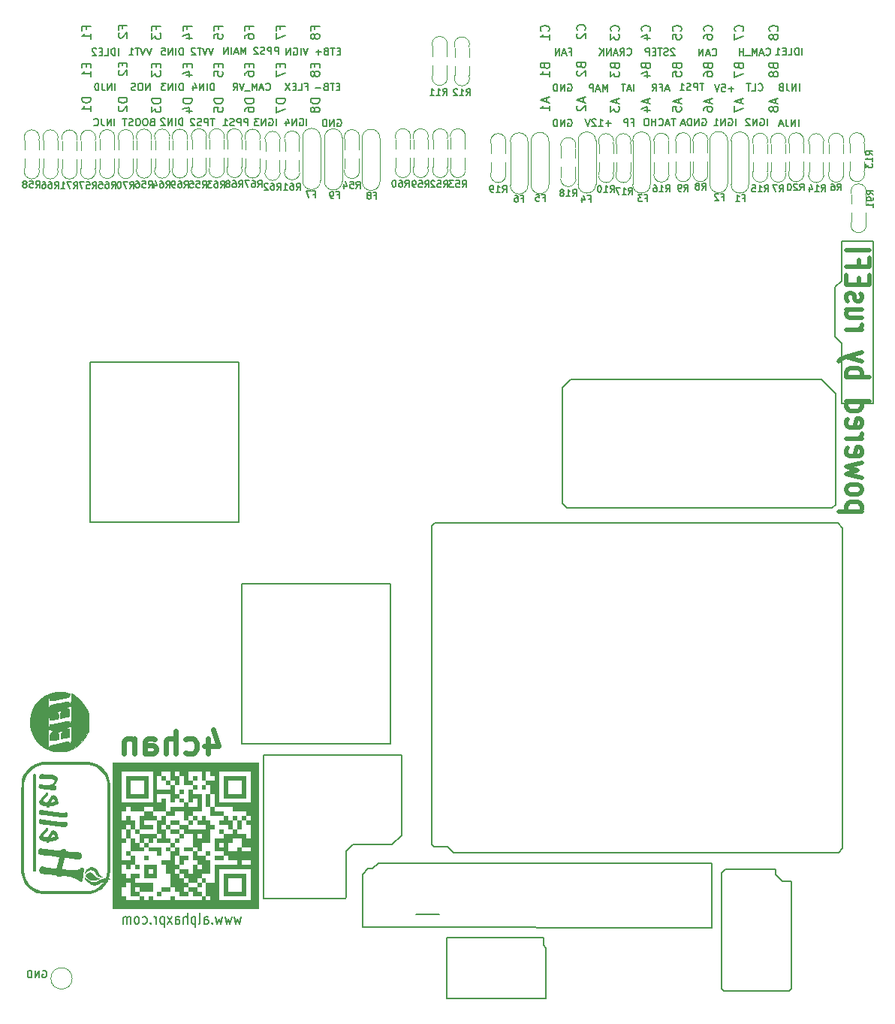
<source format=gbo>
G04 #@! TF.GenerationSoftware,KiCad,Pcbnew,(6.0.1)*
G04 #@! TF.CreationDate,2022-04-27T16:07:10+03:00*
G04 #@! TF.ProjectId,alphax_4ch,616c7068-6178-45f3-9463-682e6b696361,a*
G04 #@! TF.SameCoordinates,PX141f5e0PYa2cace0*
G04 #@! TF.FileFunction,Legend,Bot*
G04 #@! TF.FilePolarity,Positive*
%FSLAX46Y46*%
G04 Gerber Fmt 4.6, Leading zero omitted, Abs format (unit mm)*
G04 Created by KiCad (PCBNEW (6.0.1)) date 2022-04-27 16:07:10*
%MOMM*%
%LPD*%
G01*
G04 APERTURE LIST*
%ADD10C,0.170000*%
%ADD11C,0.200000*%
%ADD12C,0.600000*%
%ADD13C,0.500000*%
%ADD14C,0.130000*%
%ADD15C,0.127000*%
%ADD16C,0.150000*%
%ADD17C,0.099060*%
%ADD18C,0.120000*%
%ADD19C,0.002540*%
G04 APERTURE END LIST*
D10*
X84310989Y98707877D02*
X84310989Y99507877D01*
X83510989Y99469781D02*
X83587179Y99507877D01*
X83701465Y99507877D01*
X83815750Y99469781D01*
X83891941Y99393591D01*
X83930036Y99317401D01*
X83968131Y99165020D01*
X83968131Y99050734D01*
X83930036Y98898353D01*
X83891941Y98822162D01*
X83815750Y98745972D01*
X83701465Y98707877D01*
X83625274Y98707877D01*
X83510989Y98745972D01*
X83472893Y98784067D01*
X83472893Y99050734D01*
X83625274Y99050734D01*
X83130036Y98707877D02*
X83130036Y99507877D01*
X82672893Y98707877D01*
X82672893Y99507877D01*
X82330036Y99431686D02*
X82291941Y99469781D01*
X82215750Y99507877D01*
X82025274Y99507877D01*
X81949084Y99469781D01*
X81910989Y99431686D01*
X81872893Y99355496D01*
X81872893Y99279305D01*
X81910989Y99165020D01*
X82368131Y98707877D01*
X81872893Y98707877D01*
X68480494Y106715286D02*
X68518589Y106677191D01*
X68632875Y106639096D01*
X68709066Y106639096D01*
X68823351Y106677191D01*
X68899542Y106753381D01*
X68937637Y106829572D01*
X68975732Y106981953D01*
X68975732Y107096239D01*
X68937637Y107248620D01*
X68899542Y107324810D01*
X68823351Y107401000D01*
X68709066Y107439096D01*
X68632875Y107439096D01*
X68518589Y107401000D01*
X68480494Y107362905D01*
X67680494Y106639096D02*
X67947161Y107020048D01*
X68137637Y106639096D02*
X68137637Y107439096D01*
X67832875Y107439096D01*
X67756685Y107401000D01*
X67718589Y107362905D01*
X67680494Y107286715D01*
X67680494Y107172429D01*
X67718589Y107096239D01*
X67756685Y107058143D01*
X67832875Y107020048D01*
X68137637Y107020048D01*
X67375732Y106867667D02*
X66994780Y106867667D01*
X67451923Y106639096D02*
X67185256Y107439096D01*
X66918589Y106639096D01*
X66651923Y106639096D02*
X66651923Y107439096D01*
X66194780Y106639096D01*
X66194780Y107439096D01*
X65813828Y106639096D02*
X65813828Y107439096D01*
X65356685Y106639096D02*
X65699542Y107096239D01*
X65356685Y107439096D02*
X65813828Y106981953D01*
X25469047Y106738096D02*
X25469047Y107538096D01*
X25202380Y106966667D01*
X24935714Y107538096D01*
X24935714Y106738096D01*
X24592857Y106966667D02*
X24211904Y106966667D01*
X24669047Y106738096D02*
X24402380Y107538096D01*
X24135714Y106738096D01*
X23869047Y106738096D02*
X23869047Y107538096D01*
X23488095Y106738096D02*
X23488095Y107538096D01*
X23030952Y106738096D01*
X23030952Y107538096D01*
X36121428Y107107143D02*
X35854761Y107107143D01*
X35740476Y106688096D02*
X36121428Y106688096D01*
X36121428Y107488096D01*
X35740476Y107488096D01*
X35511904Y107488096D02*
X35054761Y107488096D01*
X35283333Y106688096D02*
X35283333Y107488096D01*
X34521428Y107107143D02*
X34407142Y107069048D01*
X34369047Y107030953D01*
X34330952Y106954762D01*
X34330952Y106840477D01*
X34369047Y106764286D01*
X34407142Y106726191D01*
X34483333Y106688096D01*
X34788095Y106688096D01*
X34788095Y107488096D01*
X34521428Y107488096D01*
X34445238Y107450000D01*
X34407142Y107411905D01*
X34369047Y107335715D01*
X34369047Y107259524D01*
X34407142Y107183334D01*
X34445238Y107145239D01*
X34521428Y107107143D01*
X34788095Y107107143D01*
X33988095Y106992858D02*
X33378571Y106992858D01*
X33683333Y106688096D02*
X33683333Y107297620D01*
X88206227Y106673986D02*
X88206227Y107473986D01*
X87825275Y106673986D02*
X87825275Y107473986D01*
X87634799Y107473986D01*
X87520513Y107435890D01*
X87444322Y107359700D01*
X87406227Y107283510D01*
X87368132Y107131129D01*
X87368132Y107016843D01*
X87406227Y106864462D01*
X87444322Y106788271D01*
X87520513Y106712081D01*
X87634799Y106673986D01*
X87825275Y106673986D01*
X86644322Y106673986D02*
X87025275Y106673986D01*
X87025275Y107473986D01*
X86377656Y107093033D02*
X86110989Y107093033D01*
X85996703Y106673986D02*
X86377656Y106673986D01*
X86377656Y107473986D01*
X85996703Y107473986D01*
X85234799Y106673986D02*
X85691941Y106673986D01*
X85463370Y106673986D02*
X85463370Y107473986D01*
X85539561Y107359700D01*
X85615751Y107283510D01*
X85691941Y107245414D01*
D11*
X24940476Y9557143D02*
X24750000Y8757143D01*
X24559523Y9328572D01*
X24369047Y8757143D01*
X24178571Y9557143D01*
X23892857Y9557143D02*
X23702380Y8757143D01*
X23511904Y9328572D01*
X23321428Y8757143D01*
X23130952Y9557143D01*
X22845238Y9557143D02*
X22654761Y8757143D01*
X22464285Y9328572D01*
X22273809Y8757143D01*
X22083333Y9557143D01*
X21702380Y8871429D02*
X21654761Y8814286D01*
X21702380Y8757143D01*
X21750000Y8814286D01*
X21702380Y8871429D01*
X21702380Y8757143D01*
X20797619Y8757143D02*
X20797619Y9385715D01*
X20845238Y9500000D01*
X20940476Y9557143D01*
X21130952Y9557143D01*
X21226190Y9500000D01*
X20797619Y8814286D02*
X20892857Y8757143D01*
X21130952Y8757143D01*
X21226190Y8814286D01*
X21273809Y8928572D01*
X21273809Y9042858D01*
X21226190Y9157143D01*
X21130952Y9214286D01*
X20892857Y9214286D01*
X20797619Y9271429D01*
X20178571Y8757143D02*
X20273809Y8814286D01*
X20321428Y8928572D01*
X20321428Y9957143D01*
X19797619Y9557143D02*
X19797619Y8357143D01*
X19797619Y9500000D02*
X19702380Y9557143D01*
X19511904Y9557143D01*
X19416666Y9500000D01*
X19369047Y9442858D01*
X19321428Y9328572D01*
X19321428Y8985715D01*
X19369047Y8871429D01*
X19416666Y8814286D01*
X19511904Y8757143D01*
X19702380Y8757143D01*
X19797619Y8814286D01*
X18892857Y8757143D02*
X18892857Y9957143D01*
X18464285Y8757143D02*
X18464285Y9385715D01*
X18511904Y9500000D01*
X18607142Y9557143D01*
X18750000Y9557143D01*
X18845238Y9500000D01*
X18892857Y9442858D01*
X17559523Y8757143D02*
X17559523Y9385715D01*
X17607142Y9500000D01*
X17702380Y9557143D01*
X17892857Y9557143D01*
X17988095Y9500000D01*
X17559523Y8814286D02*
X17654761Y8757143D01*
X17892857Y8757143D01*
X17988095Y8814286D01*
X18035714Y8928572D01*
X18035714Y9042858D01*
X17988095Y9157143D01*
X17892857Y9214286D01*
X17654761Y9214286D01*
X17559523Y9271429D01*
X17178571Y8757143D02*
X16654761Y9557143D01*
X17178571Y9557143D02*
X16654761Y8757143D01*
X16273809Y9557143D02*
X16273809Y8357143D01*
X16273809Y9500000D02*
X16178571Y9557143D01*
X15988095Y9557143D01*
X15892857Y9500000D01*
X15845238Y9442858D01*
X15797619Y9328572D01*
X15797619Y8985715D01*
X15845238Y8871429D01*
X15892857Y8814286D01*
X15988095Y8757143D01*
X16178571Y8757143D01*
X16273809Y8814286D01*
X15369047Y8757143D02*
X15369047Y9557143D01*
X15369047Y9328572D02*
X15321428Y9442858D01*
X15273809Y9500000D01*
X15178571Y9557143D01*
X15083333Y9557143D01*
X14750000Y8871429D02*
X14702380Y8814286D01*
X14750000Y8757143D01*
X14797619Y8814286D01*
X14750000Y8871429D01*
X14750000Y8757143D01*
X13845238Y8814286D02*
X13940476Y8757143D01*
X14130952Y8757143D01*
X14226190Y8814286D01*
X14273809Y8871429D01*
X14321428Y8985715D01*
X14321428Y9328572D01*
X14273809Y9442858D01*
X14226190Y9500000D01*
X14130952Y9557143D01*
X13940476Y9557143D01*
X13845238Y9500000D01*
X13273809Y8757143D02*
X13369047Y8814286D01*
X13416666Y8871429D01*
X13464285Y8985715D01*
X13464285Y9328572D01*
X13416666Y9442858D01*
X13369047Y9500000D01*
X13273809Y9557143D01*
X13130952Y9557143D01*
X13035714Y9500000D01*
X12988095Y9442858D01*
X12940476Y9328572D01*
X12940476Y8985715D01*
X12988095Y8871429D01*
X13035714Y8814286D01*
X13130952Y8757143D01*
X13273809Y8757143D01*
X12511904Y8757143D02*
X12511904Y9557143D01*
X12511904Y9442858D02*
X12464285Y9500000D01*
X12369047Y9557143D01*
X12226190Y9557143D01*
X12130952Y9500000D01*
X12083333Y9385715D01*
X12083333Y8757143D01*
X12083333Y9385715D02*
X12035714Y9500000D01*
X11940476Y9557143D01*
X11797619Y9557143D01*
X11702380Y9500000D01*
X11654761Y9385715D01*
X11654761Y8757143D01*
D10*
X14845238Y107488096D02*
X14578571Y106688096D01*
X14311904Y107488096D01*
X14159523Y107488096D02*
X13892857Y106688096D01*
X13626190Y107488096D01*
X13473809Y107488096D02*
X13016666Y107488096D01*
X13245238Y106688096D02*
X13245238Y107488096D01*
X12330952Y106688096D02*
X12788095Y106688096D01*
X12559523Y106688096D02*
X12559523Y107488096D01*
X12635714Y107373810D01*
X12711904Y107297620D01*
X12788095Y107259524D01*
X18350000Y98738096D02*
X18350000Y99538096D01*
X18159523Y99538096D01*
X18045238Y99500000D01*
X17969047Y99423810D01*
X17930952Y99347620D01*
X17892857Y99195239D01*
X17892857Y99080953D01*
X17930952Y98928572D01*
X17969047Y98852381D01*
X18045238Y98776191D01*
X18159523Y98738096D01*
X18350000Y98738096D01*
X17550000Y98738096D02*
X17550000Y99538096D01*
X17169047Y98738096D02*
X17169047Y99538096D01*
X16711904Y98738096D01*
X16711904Y99538096D01*
X16369047Y99461905D02*
X16330952Y99500000D01*
X16254761Y99538096D01*
X16064285Y99538096D01*
X15988095Y99500000D01*
X15950000Y99461905D01*
X15911904Y99385715D01*
X15911904Y99309524D01*
X15950000Y99195239D01*
X16407142Y98738096D01*
X15911904Y98738096D01*
X11116666Y106638096D02*
X11116666Y107438096D01*
X10735714Y106638096D02*
X10735714Y107438096D01*
X10545238Y107438096D01*
X10430952Y107400000D01*
X10354761Y107323810D01*
X10316666Y107247620D01*
X10278571Y107095239D01*
X10278571Y106980953D01*
X10316666Y106828572D01*
X10354761Y106752381D01*
X10430952Y106676191D01*
X10545238Y106638096D01*
X10735714Y106638096D01*
X9554761Y106638096D02*
X9935714Y106638096D01*
X9935714Y107438096D01*
X9288095Y107057143D02*
X9021428Y107057143D01*
X8907142Y106638096D02*
X9288095Y106638096D01*
X9288095Y107438096D01*
X8907142Y107438096D01*
X8602380Y107361905D02*
X8564285Y107400000D01*
X8488095Y107438096D01*
X8297619Y107438096D01*
X8221428Y107400000D01*
X8183333Y107361905D01*
X8145238Y107285715D01*
X8145238Y107209524D01*
X8183333Y107095239D01*
X8640476Y106638096D01*
X8145238Y106638096D01*
X32476190Y107488096D02*
X32209523Y106688096D01*
X31942857Y107488096D01*
X31676190Y106688096D02*
X31676190Y107488096D01*
X30876190Y107450000D02*
X30952380Y107488096D01*
X31066666Y107488096D01*
X31180952Y107450000D01*
X31257142Y107373810D01*
X31295238Y107297620D01*
X31333333Y107145239D01*
X31333333Y107030953D01*
X31295238Y106878572D01*
X31257142Y106802381D01*
X31180952Y106726191D01*
X31066666Y106688096D01*
X30990476Y106688096D01*
X30876190Y106726191D01*
X30838095Y106764286D01*
X30838095Y107030953D01*
X30990476Y107030953D01*
X30495238Y106688096D02*
X30495238Y107488096D01*
X30038095Y106688096D01*
X30038095Y107488096D01*
X36071428Y103107143D02*
X35804761Y103107143D01*
X35690476Y102688096D02*
X36071428Y102688096D01*
X36071428Y103488096D01*
X35690476Y103488096D01*
X35461904Y103488096D02*
X35004761Y103488096D01*
X35233333Y102688096D02*
X35233333Y103488096D01*
X34471428Y103107143D02*
X34357142Y103069048D01*
X34319047Y103030953D01*
X34280952Y102954762D01*
X34280952Y102840477D01*
X34319047Y102764286D01*
X34357142Y102726191D01*
X34433333Y102688096D01*
X34738095Y102688096D01*
X34738095Y103488096D01*
X34471428Y103488096D01*
X34395238Y103450000D01*
X34357142Y103411905D01*
X34319047Y103335715D01*
X34319047Y103259524D01*
X34357142Y103183334D01*
X34395238Y103145239D01*
X34471428Y103107143D01*
X34738095Y103107143D01*
X33938095Y102992858D02*
X33328571Y102992858D01*
D12*
X21176666Y29657143D02*
X21176666Y27923810D01*
X21795714Y30647620D02*
X22414761Y28790477D01*
X20805238Y28790477D01*
X18700476Y28047620D02*
X18948095Y27923810D01*
X19443333Y27923810D01*
X19690952Y28047620D01*
X19814761Y28171429D01*
X19938571Y28419048D01*
X19938571Y29161905D01*
X19814761Y29409524D01*
X19690952Y29533334D01*
X19443333Y29657143D01*
X18948095Y29657143D01*
X18700476Y29533334D01*
X17586190Y27923810D02*
X17586190Y30523810D01*
X16471904Y27923810D02*
X16471904Y29285715D01*
X16595714Y29533334D01*
X16843333Y29657143D01*
X17214761Y29657143D01*
X17462380Y29533334D01*
X17586190Y29409524D01*
X14119523Y27923810D02*
X14119523Y29285715D01*
X14243333Y29533334D01*
X14490952Y29657143D01*
X14986190Y29657143D01*
X15233809Y29533334D01*
X14119523Y28047620D02*
X14367142Y27923810D01*
X14986190Y27923810D01*
X15233809Y28047620D01*
X15357619Y28295239D01*
X15357619Y28542858D01*
X15233809Y28790477D01*
X14986190Y28914286D01*
X14367142Y28914286D01*
X14119523Y29038096D01*
X12881428Y29657143D02*
X12881428Y27923810D01*
X12881428Y29409524D02*
X12757619Y29533334D01*
X12510000Y29657143D01*
X12138571Y29657143D01*
X11890952Y29533334D01*
X11767142Y29285715D01*
X11767142Y27923810D01*
D10*
X32202380Y103107143D02*
X32469047Y103107143D01*
X32469047Y102688096D02*
X32469047Y103488096D01*
X32088095Y103488096D01*
X31402380Y102688096D02*
X31783333Y102688096D01*
X31783333Y103488096D01*
X31135714Y103107143D02*
X30869047Y103107143D01*
X30754761Y102688096D02*
X31135714Y102688096D01*
X31135714Y103488096D01*
X30754761Y103488096D01*
X30488095Y103488096D02*
X29954761Y102688096D01*
X29954761Y103488096D02*
X30488095Y102688096D01*
X27750000Y102764286D02*
X27788095Y102726191D01*
X27902380Y102688096D01*
X27978571Y102688096D01*
X28092857Y102726191D01*
X28169047Y102802381D01*
X28207142Y102878572D01*
X28245238Y103030953D01*
X28245238Y103145239D01*
X28207142Y103297620D01*
X28169047Y103373810D01*
X28092857Y103450000D01*
X27978571Y103488096D01*
X27902380Y103488096D01*
X27788095Y103450000D01*
X27750000Y103411905D01*
X27445238Y102916667D02*
X27064285Y102916667D01*
X27521428Y102688096D02*
X27254761Y103488096D01*
X26988095Y102688096D01*
X26721428Y102688096D02*
X26721428Y103488096D01*
X26454761Y102916667D01*
X26188095Y103488096D01*
X26188095Y102688096D01*
X25997619Y102611905D02*
X25388095Y102611905D01*
X25311904Y103488096D02*
X25045238Y102688096D01*
X24778571Y103488096D01*
X24054761Y102688096D02*
X24321428Y103069048D01*
X24511904Y102688096D02*
X24511904Y103488096D01*
X24207142Y103488096D01*
X24130952Y103450000D01*
X24092857Y103411905D01*
X24054761Y103335715D01*
X24054761Y103221429D01*
X24092857Y103145239D01*
X24130952Y103107143D01*
X24207142Y103069048D01*
X24511904Y103069048D01*
X14916666Y99107143D02*
X14802380Y99069048D01*
X14764285Y99030953D01*
X14726190Y98954762D01*
X14726190Y98840477D01*
X14764285Y98764286D01*
X14802380Y98726191D01*
X14878571Y98688096D01*
X15183333Y98688096D01*
X15183333Y99488096D01*
X14916666Y99488096D01*
X14840476Y99450000D01*
X14802380Y99411905D01*
X14764285Y99335715D01*
X14764285Y99259524D01*
X14802380Y99183334D01*
X14840476Y99145239D01*
X14916666Y99107143D01*
X15183333Y99107143D01*
X14230952Y99488096D02*
X14078571Y99488096D01*
X14002380Y99450000D01*
X13926190Y99373810D01*
X13888095Y99221429D01*
X13888095Y98954762D01*
X13926190Y98802381D01*
X14002380Y98726191D01*
X14078571Y98688096D01*
X14230952Y98688096D01*
X14307142Y98726191D01*
X14383333Y98802381D01*
X14421428Y98954762D01*
X14421428Y99221429D01*
X14383333Y99373810D01*
X14307142Y99450000D01*
X14230952Y99488096D01*
X13392857Y99488096D02*
X13240476Y99488096D01*
X13164285Y99450000D01*
X13088095Y99373810D01*
X13050000Y99221429D01*
X13050000Y98954762D01*
X13088095Y98802381D01*
X13164285Y98726191D01*
X13240476Y98688096D01*
X13392857Y98688096D01*
X13469047Y98726191D01*
X13545238Y98802381D01*
X13583333Y98954762D01*
X13583333Y99221429D01*
X13545238Y99373810D01*
X13469047Y99450000D01*
X13392857Y99488096D01*
X12745238Y98726191D02*
X12630952Y98688096D01*
X12440476Y98688096D01*
X12364285Y98726191D01*
X12326190Y98764286D01*
X12288095Y98840477D01*
X12288095Y98916667D01*
X12326190Y98992858D01*
X12364285Y99030953D01*
X12440476Y99069048D01*
X12592857Y99107143D01*
X12669047Y99145239D01*
X12707142Y99183334D01*
X12745238Y99259524D01*
X12745238Y99335715D01*
X12707142Y99411905D01*
X12669047Y99450000D01*
X12592857Y99488096D01*
X12402380Y99488096D01*
X12288095Y99450000D01*
X12059523Y99488096D02*
X11602380Y99488096D01*
X11830952Y98688096D02*
X11830952Y99488096D01*
X35809523Y99400000D02*
X35885714Y99438096D01*
X36000000Y99438096D01*
X36114285Y99400000D01*
X36190476Y99323810D01*
X36228571Y99247620D01*
X36266666Y99095239D01*
X36266666Y98980953D01*
X36228571Y98828572D01*
X36190476Y98752381D01*
X36114285Y98676191D01*
X36000000Y98638096D01*
X35923809Y98638096D01*
X35809523Y98676191D01*
X35771428Y98714286D01*
X35771428Y98980953D01*
X35923809Y98980953D01*
X35428571Y98638096D02*
X35428571Y99438096D01*
X34971428Y98638096D01*
X34971428Y99438096D01*
X34590476Y98638096D02*
X34590476Y99438096D01*
X34400000Y99438096D01*
X34285714Y99400000D01*
X34209523Y99323810D01*
X34171428Y99247620D01*
X34133333Y99095239D01*
X34133333Y98980953D01*
X34171428Y98828572D01*
X34209523Y98752381D01*
X34285714Y98676191D01*
X34400000Y98638096D01*
X34590476Y98638096D01*
D13*
X94957142Y55248810D02*
X92357142Y55248810D01*
X94833333Y55248810D02*
X94957142Y55458334D01*
X94957142Y55877381D01*
X94833333Y56086905D01*
X94709523Y56191667D01*
X94461904Y56296429D01*
X93719047Y56296429D01*
X93471428Y56191667D01*
X93347619Y56086905D01*
X93223809Y55877381D01*
X93223809Y55458334D01*
X93347619Y55248810D01*
X93223809Y57553572D02*
X93347619Y57344048D01*
X93471428Y57239286D01*
X93719047Y57134524D01*
X94461904Y57134524D01*
X94709523Y57239286D01*
X94833333Y57344048D01*
X94957142Y57553572D01*
X94957142Y57867858D01*
X94833333Y58077381D01*
X94709523Y58182143D01*
X94461904Y58286905D01*
X93719047Y58286905D01*
X93471428Y58182143D01*
X93347619Y58077381D01*
X93223809Y57867858D01*
X93223809Y57553572D01*
X94957142Y59020239D02*
X93223809Y59439286D01*
X94461904Y59858334D01*
X93223809Y60277381D01*
X94957142Y60696429D01*
X93347619Y62372620D02*
X93223809Y62163096D01*
X93223809Y61744048D01*
X93347619Y61534524D01*
X93595238Y61429762D01*
X94585714Y61429762D01*
X94833333Y61534524D01*
X94957142Y61744048D01*
X94957142Y62163096D01*
X94833333Y62372620D01*
X94585714Y62477381D01*
X94338095Y62477381D01*
X94090476Y61429762D01*
X93223809Y63420239D02*
X94957142Y63420239D01*
X94461904Y63420239D02*
X94709523Y63525000D01*
X94833333Y63629762D01*
X94957142Y63839286D01*
X94957142Y64048810D01*
X93347619Y65620239D02*
X93223809Y65410715D01*
X93223809Y64991667D01*
X93347619Y64782143D01*
X93595238Y64677381D01*
X94585714Y64677381D01*
X94833333Y64782143D01*
X94957142Y64991667D01*
X94957142Y65410715D01*
X94833333Y65620239D01*
X94585714Y65725000D01*
X94338095Y65725000D01*
X94090476Y64677381D01*
X93223809Y67610715D02*
X95823809Y67610715D01*
X93347619Y67610715D02*
X93223809Y67401191D01*
X93223809Y66982143D01*
X93347619Y66772620D01*
X93471428Y66667858D01*
X93719047Y66563096D01*
X94461904Y66563096D01*
X94709523Y66667858D01*
X94833333Y66772620D01*
X94957142Y66982143D01*
X94957142Y67401191D01*
X94833333Y67610715D01*
X93223809Y70334524D02*
X95823809Y70334524D01*
X94833333Y70334524D02*
X94957142Y70544048D01*
X94957142Y70963096D01*
X94833333Y71172620D01*
X94709523Y71277381D01*
X94461904Y71382143D01*
X93719047Y71382143D01*
X93471428Y71277381D01*
X93347619Y71172620D01*
X93223809Y70963096D01*
X93223809Y70544048D01*
X93347619Y70334524D01*
X94957142Y72115477D02*
X93223809Y72639286D01*
X94957142Y73163096D02*
X93223809Y72639286D01*
X92604761Y72429762D01*
X92480952Y72325000D01*
X92357142Y72115477D01*
X93223809Y75677381D02*
X94957142Y75677381D01*
X94461904Y75677381D02*
X94709523Y75782143D01*
X94833333Y75886905D01*
X94957142Y76096429D01*
X94957142Y76305953D01*
X94957142Y77982143D02*
X93223809Y77982143D01*
X94957142Y77039286D02*
X93595238Y77039286D01*
X93347619Y77144048D01*
X93223809Y77353572D01*
X93223809Y77667858D01*
X93347619Y77877381D01*
X93471428Y77982143D01*
X93347619Y78925000D02*
X93223809Y79134524D01*
X93223809Y79553572D01*
X93347619Y79763096D01*
X93595238Y79867858D01*
X93719047Y79867858D01*
X93966666Y79763096D01*
X94090476Y79553572D01*
X94090476Y79239286D01*
X94214285Y79029762D01*
X94461904Y78925000D01*
X94585714Y78925000D01*
X94833333Y79029762D01*
X94957142Y79239286D01*
X94957142Y79553572D01*
X94833333Y79763096D01*
X94585714Y80810715D02*
X94585714Y81544048D01*
X93223809Y81858334D02*
X93223809Y80810715D01*
X95823809Y80810715D01*
X95823809Y81858334D01*
X94585714Y83534524D02*
X94585714Y82801191D01*
X93223809Y82801191D02*
X95823809Y82801191D01*
X95823809Y83848810D01*
X93223809Y84686905D02*
X95823809Y84686905D01*
D10*
X10723809Y102688096D02*
X10723809Y103488096D01*
X10342857Y102688096D02*
X10342857Y103488096D01*
X9885714Y102688096D01*
X9885714Y103488096D01*
X9276190Y103488096D02*
X9276190Y102916667D01*
X9314285Y102802381D01*
X9390476Y102726191D01*
X9504761Y102688096D01*
X9580952Y102688096D01*
X8895238Y102688096D02*
X8895238Y103488096D01*
X8704761Y103488096D01*
X8590476Y103450000D01*
X8514285Y103373810D01*
X8476190Y103297620D01*
X8438095Y103145239D01*
X8438095Y103030953D01*
X8476190Y102878572D01*
X8514285Y102802381D01*
X8590476Y102726191D01*
X8704761Y102688096D01*
X8895238Y102688096D01*
X77139652Y103488096D02*
X76682509Y103488096D01*
X76911080Y102688096D02*
X76911080Y103488096D01*
X76415842Y102688096D02*
X76415842Y103488096D01*
X76111080Y103488096D01*
X76034890Y103450000D01*
X75996795Y103411905D01*
X75958699Y103335715D01*
X75958699Y103221429D01*
X75996795Y103145239D01*
X76034890Y103107143D01*
X76111080Y103069048D01*
X76415842Y103069048D01*
X75653937Y102726191D02*
X75539652Y102688096D01*
X75349176Y102688096D01*
X75272985Y102726191D01*
X75234890Y102764286D01*
X75196795Y102840477D01*
X75196795Y102916667D01*
X75234890Y102992858D01*
X75272985Y103030953D01*
X75349176Y103069048D01*
X75501556Y103107143D01*
X75577747Y103145239D01*
X75615842Y103183334D01*
X75653937Y103259524D01*
X75653937Y103335715D01*
X75615842Y103411905D01*
X75577747Y103450000D01*
X75501556Y103488096D01*
X75311080Y103488096D01*
X75196795Y103450000D01*
X74434890Y102688096D02*
X74892033Y102688096D01*
X74663461Y102688096D02*
X74663461Y103488096D01*
X74739652Y103373810D01*
X74815842Y103297620D01*
X74892033Y103259524D01*
X87841117Y98638096D02*
X87841117Y99438096D01*
X87460165Y98638096D02*
X87460165Y99438096D01*
X87003022Y98638096D01*
X87003022Y99438096D01*
X86393498Y99438096D02*
X86393498Y98866667D01*
X86431593Y98752381D01*
X86507784Y98676191D01*
X86622070Y98638096D01*
X86698260Y98638096D01*
X86050641Y98866667D02*
X85669689Y98866667D01*
X86126831Y98638096D02*
X85860165Y99438096D01*
X85593498Y98638096D01*
X10673809Y98688096D02*
X10673809Y99488096D01*
X10292857Y98688096D02*
X10292857Y99488096D01*
X9835714Y98688096D01*
X9835714Y99488096D01*
X9226190Y99488096D02*
X9226190Y98916667D01*
X9264285Y98802381D01*
X9340476Y98726191D01*
X9454761Y98688096D01*
X9530952Y98688096D01*
X8388095Y98764286D02*
X8426190Y98726191D01*
X8540476Y98688096D01*
X8616666Y98688096D01*
X8730952Y98726191D01*
X8807142Y98802381D01*
X8845238Y98878572D01*
X8883333Y99030953D01*
X8883333Y99145239D01*
X8845238Y99297620D01*
X8807142Y99373810D01*
X8730952Y99450000D01*
X8616666Y99488096D01*
X8540476Y99488096D01*
X8426190Y99450000D01*
X8388095Y99411905D01*
X78077747Y106645506D02*
X78115842Y106607411D01*
X78230128Y106569316D01*
X78306319Y106569316D01*
X78420604Y106607411D01*
X78496795Y106683601D01*
X78534890Y106759792D01*
X78572985Y106912173D01*
X78572985Y107026459D01*
X78534890Y107178840D01*
X78496795Y107255030D01*
X78420604Y107331220D01*
X78306319Y107369316D01*
X78230128Y107369316D01*
X78115842Y107331220D01*
X78077747Y107293125D01*
X77772985Y106797887D02*
X77392033Y106797887D01*
X77849176Y106569316D02*
X77582509Y107369316D01*
X77315842Y106569316D01*
X77049176Y106569316D02*
X77049176Y107369316D01*
X76592033Y106569316D01*
X76592033Y107369316D01*
X68987088Y99092033D02*
X69253754Y99092033D01*
X69253754Y98672986D02*
X69253754Y99472986D01*
X68872802Y99472986D01*
X68568040Y98672986D02*
X68568040Y99472986D01*
X68263278Y99472986D01*
X68187088Y99434890D01*
X68148993Y99396795D01*
X68110897Y99320605D01*
X68110897Y99206319D01*
X68148993Y99130129D01*
X68187088Y99092033D01*
X68263278Y99053938D01*
X68568040Y99053938D01*
X32350000Y98688096D02*
X32350000Y99488096D01*
X31550000Y99450000D02*
X31626190Y99488096D01*
X31740476Y99488096D01*
X31854761Y99450000D01*
X31930952Y99373810D01*
X31969047Y99297620D01*
X32007142Y99145239D01*
X32007142Y99030953D01*
X31969047Y98878572D01*
X31930952Y98802381D01*
X31854761Y98726191D01*
X31740476Y98688096D01*
X31664285Y98688096D01*
X31550000Y98726191D01*
X31511904Y98764286D01*
X31511904Y99030953D01*
X31664285Y99030953D01*
X31169047Y98688096D02*
X31169047Y99488096D01*
X30711904Y98688096D01*
X30711904Y99488096D01*
X29988095Y99221429D02*
X29988095Y98688096D01*
X30178571Y99526191D02*
X30369047Y98954762D01*
X29873809Y98954762D01*
X80717308Y98707877D02*
X80717308Y99507877D01*
X79917308Y99469781D02*
X79993498Y99507877D01*
X80107784Y99507877D01*
X80222069Y99469781D01*
X80298260Y99393591D01*
X80336355Y99317401D01*
X80374450Y99165020D01*
X80374450Y99050734D01*
X80336355Y98898353D01*
X80298260Y98822162D01*
X80222069Y98745972D01*
X80107784Y98707877D01*
X80031593Y98707877D01*
X79917308Y98745972D01*
X79879212Y98784067D01*
X79879212Y99050734D01*
X80031593Y99050734D01*
X79536355Y98707877D02*
X79536355Y99507877D01*
X79079212Y98707877D01*
X79079212Y99507877D01*
X78279212Y98707877D02*
X78736355Y98707877D01*
X78507784Y98707877D02*
X78507784Y99507877D01*
X78583974Y99393591D01*
X78660165Y99317401D01*
X78736355Y99279305D01*
X83282601Y102702923D02*
X83320696Y102664828D01*
X83434982Y102626733D01*
X83511172Y102626733D01*
X83625458Y102664828D01*
X83701649Y102741018D01*
X83739744Y102817209D01*
X83777839Y102969590D01*
X83777839Y103083876D01*
X83739744Y103236257D01*
X83701649Y103312447D01*
X83625458Y103388637D01*
X83511172Y103426733D01*
X83434982Y103426733D01*
X83320696Y103388637D01*
X83282601Y103350542D01*
X82558791Y102626733D02*
X82939744Y102626733D01*
X82939744Y103426733D01*
X82406410Y103426733D02*
X81949268Y103426733D01*
X82177839Y102626733D02*
X82177839Y103426733D01*
X61809523Y99400000D02*
X61885714Y99438096D01*
X62000000Y99438096D01*
X62114285Y99400000D01*
X62190476Y99323810D01*
X62228571Y99247620D01*
X62266666Y99095239D01*
X62266666Y98980953D01*
X62228571Y98828572D01*
X62190476Y98752381D01*
X62114285Y98676191D01*
X62000000Y98638096D01*
X61923809Y98638096D01*
X61809523Y98676191D01*
X61771428Y98714286D01*
X61771428Y98980953D01*
X61923809Y98980953D01*
X61428571Y98638096D02*
X61428571Y99438096D01*
X60971428Y98638096D01*
X60971428Y99438096D01*
X60590476Y98638096D02*
X60590476Y99438096D01*
X60400000Y99438096D01*
X60285714Y99400000D01*
X60209523Y99323810D01*
X60171428Y99247620D01*
X60133333Y99095239D01*
X60133333Y98980953D01*
X60171428Y98828572D01*
X60209523Y98752381D01*
X60285714Y98676191D01*
X60400000Y98638096D01*
X60590476Y98638096D01*
X21940476Y99488096D02*
X21483333Y99488096D01*
X21711904Y98688096D02*
X21711904Y99488096D01*
X21216666Y98688096D02*
X21216666Y99488096D01*
X20911904Y99488096D01*
X20835714Y99450000D01*
X20797619Y99411905D01*
X20759523Y99335715D01*
X20759523Y99221429D01*
X20797619Y99145239D01*
X20835714Y99107143D01*
X20911904Y99069048D01*
X21216666Y99069048D01*
X20454761Y98726191D02*
X20340476Y98688096D01*
X20150000Y98688096D01*
X20073809Y98726191D01*
X20035714Y98764286D01*
X19997619Y98840477D01*
X19997619Y98916667D01*
X20035714Y98992858D01*
X20073809Y99030953D01*
X20150000Y99069048D01*
X20302380Y99107143D01*
X20378571Y99145239D01*
X20416666Y99183334D01*
X20454761Y99259524D01*
X20454761Y99335715D01*
X20416666Y99411905D01*
X20378571Y99450000D01*
X20302380Y99488096D01*
X20111904Y99488096D01*
X19997619Y99450000D01*
X19692857Y99411905D02*
X19654761Y99450000D01*
X19578571Y99488096D01*
X19388095Y99488096D01*
X19311904Y99450000D01*
X19273809Y99411905D01*
X19235714Y99335715D01*
X19235714Y99259524D01*
X19273809Y99145239D01*
X19730952Y98688096D01*
X19235714Y98688096D01*
X61809523Y103377473D02*
X61885714Y103415569D01*
X62000000Y103415569D01*
X62114285Y103377473D01*
X62190476Y103301283D01*
X62228571Y103225093D01*
X62266666Y103072712D01*
X62266666Y102958426D01*
X62228571Y102806045D01*
X62190476Y102729854D01*
X62114285Y102653664D01*
X62000000Y102615569D01*
X61923809Y102615569D01*
X61809523Y102653664D01*
X61771428Y102691759D01*
X61771428Y102958426D01*
X61923809Y102958426D01*
X61428571Y102615569D02*
X61428571Y103415569D01*
X60971428Y102615569D01*
X60971428Y103415569D01*
X60590476Y102615569D02*
X60590476Y103415569D01*
X60400000Y103415569D01*
X60285714Y103377473D01*
X60209523Y103301283D01*
X60171428Y103225093D01*
X60133333Y103072712D01*
X60133333Y102958426D01*
X60171428Y102806045D01*
X60209523Y102729854D01*
X60285714Y102653664D01*
X60400000Y102615569D01*
X60590476Y102615569D01*
X25721428Y98688096D02*
X25721428Y99488096D01*
X25416666Y99488096D01*
X25340476Y99450000D01*
X25302380Y99411905D01*
X25264285Y99335715D01*
X25264285Y99221429D01*
X25302380Y99145239D01*
X25340476Y99107143D01*
X25416666Y99069048D01*
X25721428Y99069048D01*
X24921428Y98688096D02*
X24921428Y99488096D01*
X24616666Y99488096D01*
X24540476Y99450000D01*
X24502380Y99411905D01*
X24464285Y99335715D01*
X24464285Y99221429D01*
X24502380Y99145239D01*
X24540476Y99107143D01*
X24616666Y99069048D01*
X24921428Y99069048D01*
X24159523Y98726191D02*
X24045238Y98688096D01*
X23854761Y98688096D01*
X23778571Y98726191D01*
X23740476Y98764286D01*
X23702380Y98840477D01*
X23702380Y98916667D01*
X23740476Y98992858D01*
X23778571Y99030953D01*
X23854761Y99069048D01*
X24007142Y99107143D01*
X24083333Y99145239D01*
X24121428Y99183334D01*
X24159523Y99259524D01*
X24159523Y99335715D01*
X24121428Y99411905D01*
X24083333Y99450000D01*
X24007142Y99488096D01*
X23816666Y99488096D01*
X23702380Y99450000D01*
X22940476Y98688096D02*
X23397619Y98688096D01*
X23169047Y98688096D02*
X23169047Y99488096D01*
X23245238Y99373810D01*
X23321428Y99297620D01*
X23397619Y99259524D01*
X87933150Y102626733D02*
X87933150Y103426733D01*
X87552198Y102626733D02*
X87552198Y103426733D01*
X87095055Y102626733D01*
X87095055Y103426733D01*
X86485531Y103426733D02*
X86485531Y102855304D01*
X86523626Y102741018D01*
X86599817Y102664828D01*
X86714102Y102626733D01*
X86790293Y102626733D01*
X85837912Y103045780D02*
X85723626Y103007685D01*
X85685531Y102969590D01*
X85647436Y102893399D01*
X85647436Y102779114D01*
X85685531Y102702923D01*
X85723626Y102664828D01*
X85799817Y102626733D01*
X86104579Y102626733D01*
X86104579Y103426733D01*
X85837912Y103426733D01*
X85761721Y103388637D01*
X85723626Y103350542D01*
X85685531Y103274352D01*
X85685531Y103198161D01*
X85723626Y103121971D01*
X85761721Y103083876D01*
X85837912Y103045780D01*
X86104579Y103045780D01*
X21900000Y102688096D02*
X21900000Y103488096D01*
X21709523Y103488096D01*
X21595238Y103450000D01*
X21519047Y103373810D01*
X21480952Y103297620D01*
X21442857Y103145239D01*
X21442857Y103030953D01*
X21480952Y102878572D01*
X21519047Y102802381D01*
X21595238Y102726191D01*
X21709523Y102688096D01*
X21900000Y102688096D01*
X21100000Y102688096D02*
X21100000Y103488096D01*
X20719047Y102688096D02*
X20719047Y103488096D01*
X20261904Y102688096D01*
X20261904Y103488096D01*
X19538095Y103221429D02*
X19538095Y102688096D01*
X19728571Y103526191D02*
X19919047Y102954762D01*
X19423809Y102954762D01*
X73193498Y102820414D02*
X72812545Y102820414D01*
X73269688Y102591843D02*
X73003022Y103391843D01*
X72736355Y102591843D01*
X72203022Y103010890D02*
X72469688Y103010890D01*
X72469688Y102591843D02*
X72469688Y103391843D01*
X72088736Y103391843D01*
X71326831Y102591843D02*
X71593498Y102972795D01*
X71783974Y102591843D02*
X71783974Y103391843D01*
X71479212Y103391843D01*
X71403022Y103353747D01*
X71364926Y103315652D01*
X71326831Y103239462D01*
X71326831Y103125176D01*
X71364926Y103048986D01*
X71403022Y103010890D01*
X71479212Y102972795D01*
X71783974Y102972795D01*
X73866575Y107362905D02*
X73828480Y107401000D01*
X73752289Y107439096D01*
X73561813Y107439096D01*
X73485623Y107401000D01*
X73447527Y107362905D01*
X73409432Y107286715D01*
X73409432Y107210524D01*
X73447527Y107096239D01*
X73904670Y106639096D01*
X73409432Y106639096D01*
X73104670Y106677191D02*
X72990385Y106639096D01*
X72799908Y106639096D01*
X72723718Y106677191D01*
X72685623Y106715286D01*
X72647527Y106791477D01*
X72647527Y106867667D01*
X72685623Y106943858D01*
X72723718Y106981953D01*
X72799908Y107020048D01*
X72952289Y107058143D01*
X73028480Y107096239D01*
X73066575Y107134334D01*
X73104670Y107210524D01*
X73104670Y107286715D01*
X73066575Y107362905D01*
X73028480Y107401000D01*
X72952289Y107439096D01*
X72761813Y107439096D01*
X72647527Y107401000D01*
X72418956Y107439096D02*
X71961813Y107439096D01*
X72190385Y106639096D02*
X72190385Y107439096D01*
X71695146Y107058143D02*
X71428480Y107058143D01*
X71314194Y106639096D02*
X71695146Y106639096D01*
X71695146Y107439096D01*
X71314194Y107439096D01*
X70971337Y106639096D02*
X70971337Y107439096D01*
X70666575Y107439096D01*
X70590385Y107401000D01*
X70552289Y107362905D01*
X70514194Y107286715D01*
X70514194Y107172429D01*
X70552289Y107096239D01*
X70590385Y107058143D01*
X70666575Y107020048D01*
X70971337Y107020048D01*
X84142948Y106715286D02*
X84181043Y106677191D01*
X84295329Y106639096D01*
X84371519Y106639096D01*
X84485805Y106677191D01*
X84561996Y106753381D01*
X84600091Y106829572D01*
X84638186Y106981953D01*
X84638186Y107096239D01*
X84600091Y107248620D01*
X84561996Y107324810D01*
X84485805Y107401000D01*
X84371519Y107439096D01*
X84295329Y107439096D01*
X84181043Y107401000D01*
X84142948Y107362905D01*
X83838186Y106867667D02*
X83457234Y106867667D01*
X83914377Y106639096D02*
X83647710Y107439096D01*
X83381043Y106639096D01*
X83114377Y106639096D02*
X83114377Y107439096D01*
X82847710Y106867667D01*
X82581043Y107439096D01*
X82581043Y106639096D01*
X82390567Y106562905D02*
X81781043Y106562905D01*
X81590567Y106639096D02*
X81590567Y107439096D01*
X81590567Y107058143D02*
X81133424Y107058143D01*
X81133424Y106639096D02*
X81133424Y107439096D01*
X61952290Y107058143D02*
X62218956Y107058143D01*
X62218956Y106639096D02*
X62218956Y107439096D01*
X61838004Y107439096D01*
X61571337Y106867667D02*
X61190385Y106867667D01*
X61647528Y106639096D02*
X61380861Y107439096D01*
X61114194Y106639096D01*
X60847528Y106639096D02*
X60847528Y107439096D01*
X60390385Y106639096D01*
X60390385Y107439096D01*
X28900000Y98688096D02*
X28900000Y99488096D01*
X28100000Y99450000D02*
X28176190Y99488096D01*
X28290476Y99488096D01*
X28404761Y99450000D01*
X28480952Y99373810D01*
X28519047Y99297620D01*
X28557142Y99145239D01*
X28557142Y99030953D01*
X28519047Y98878572D01*
X28480952Y98802381D01*
X28404761Y98726191D01*
X28290476Y98688096D01*
X28214285Y98688096D01*
X28100000Y98726191D01*
X28061904Y98764286D01*
X28061904Y99030953D01*
X28214285Y99030953D01*
X27719047Y98688096D02*
X27719047Y99488096D01*
X27261904Y98688096D01*
X27261904Y99488096D01*
X26957142Y99488096D02*
X26461904Y99488096D01*
X26728571Y99183334D01*
X26614285Y99183334D01*
X26538095Y99145239D01*
X26500000Y99107143D01*
X26461904Y99030953D01*
X26461904Y98840477D01*
X26500000Y98764286D01*
X26538095Y98726191D01*
X26614285Y98688096D01*
X26842857Y98688096D01*
X26919047Y98726191D01*
X26957142Y98764286D01*
X29171428Y106738096D02*
X29171428Y107538096D01*
X28866666Y107538096D01*
X28790476Y107500000D01*
X28752380Y107461905D01*
X28714285Y107385715D01*
X28714285Y107271429D01*
X28752380Y107195239D01*
X28790476Y107157143D01*
X28866666Y107119048D01*
X29171428Y107119048D01*
X28371428Y106738096D02*
X28371428Y107538096D01*
X28066666Y107538096D01*
X27990476Y107500000D01*
X27952380Y107461905D01*
X27914285Y107385715D01*
X27914285Y107271429D01*
X27952380Y107195239D01*
X27990476Y107157143D01*
X28066666Y107119048D01*
X28371428Y107119048D01*
X27609523Y106776191D02*
X27495238Y106738096D01*
X27304761Y106738096D01*
X27228571Y106776191D01*
X27190476Y106814286D01*
X27152380Y106890477D01*
X27152380Y106966667D01*
X27190476Y107042858D01*
X27228571Y107080953D01*
X27304761Y107119048D01*
X27457142Y107157143D01*
X27533333Y107195239D01*
X27571428Y107233334D01*
X27609523Y107309524D01*
X27609523Y107385715D01*
X27571428Y107461905D01*
X27533333Y107500000D01*
X27457142Y107538096D01*
X27266666Y107538096D01*
X27152380Y107500000D01*
X26847619Y107461905D02*
X26809523Y107500000D01*
X26733333Y107538096D01*
X26542857Y107538096D01*
X26466666Y107500000D01*
X26428571Y107461905D01*
X26390476Y107385715D01*
X26390476Y107309524D01*
X26428571Y107195239D01*
X26885714Y106738096D01*
X26390476Y106738096D01*
X2574761Y3460000D02*
X2652857Y3499048D01*
X2770000Y3499048D01*
X2887142Y3460000D01*
X2965238Y3381905D01*
X3004285Y3303810D01*
X3043333Y3147620D01*
X3043333Y3030477D01*
X3004285Y2874286D01*
X2965238Y2796191D01*
X2887142Y2718096D01*
X2770000Y2679048D01*
X2691904Y2679048D01*
X2574761Y2718096D01*
X2535714Y2757143D01*
X2535714Y3030477D01*
X2691904Y3030477D01*
X2184285Y2679048D02*
X2184285Y3499048D01*
X1715714Y2679048D01*
X1715714Y3499048D01*
X1325238Y2679048D02*
X1325238Y3499048D01*
X1130000Y3499048D01*
X1012857Y3460000D01*
X934761Y3381905D01*
X895714Y3303810D01*
X856666Y3147620D01*
X856666Y3030477D01*
X895714Y2874286D01*
X934761Y2796191D01*
X1012857Y2718096D01*
X1130000Y2679048D01*
X1325238Y2679048D01*
X18400000Y102688096D02*
X18400000Y103488096D01*
X18209523Y103488096D01*
X18095238Y103450000D01*
X18019047Y103373810D01*
X17980952Y103297620D01*
X17942857Y103145239D01*
X17942857Y103030953D01*
X17980952Y102878572D01*
X18019047Y102802381D01*
X18095238Y102726191D01*
X18209523Y102688096D01*
X18400000Y102688096D01*
X17600000Y102688096D02*
X17600000Y103488096D01*
X17219047Y102688096D02*
X17219047Y103488096D01*
X16761904Y102688096D01*
X16761904Y103488096D01*
X16457142Y103488096D02*
X15961904Y103488096D01*
X16228571Y103183334D01*
X16114285Y103183334D01*
X16038095Y103145239D01*
X16000000Y103107143D01*
X15961904Y103030953D01*
X15961904Y102840477D01*
X16000000Y102764286D01*
X16038095Y102726191D01*
X16114285Y102688096D01*
X16342857Y102688096D01*
X16419047Y102726191D01*
X16457142Y102764286D01*
X76945787Y99469781D02*
X77021978Y99507877D01*
X77136264Y99507877D01*
X77250549Y99469781D01*
X77326740Y99393591D01*
X77364835Y99317401D01*
X77402930Y99165020D01*
X77402930Y99050734D01*
X77364835Y98898353D01*
X77326740Y98822162D01*
X77250549Y98745972D01*
X77136264Y98707877D01*
X77060073Y98707877D01*
X76945787Y98745972D01*
X76907692Y98784067D01*
X76907692Y99050734D01*
X77060073Y99050734D01*
X76564835Y98707877D02*
X76564835Y99507877D01*
X76107692Y98707877D01*
X76107692Y99507877D01*
X75726740Y98707877D02*
X75726740Y99507877D01*
X75536264Y99507877D01*
X75421978Y99469781D01*
X75345787Y99393591D01*
X75307692Y99317401D01*
X75269597Y99165020D01*
X75269597Y99050734D01*
X75307692Y98898353D01*
X75345787Y98822162D01*
X75421978Y98745972D01*
X75536264Y98707877D01*
X75726740Y98707877D01*
X74964835Y98936448D02*
X74583883Y98936448D01*
X75041026Y98707877D02*
X74774359Y99507877D01*
X74507692Y98707877D01*
X80510989Y102861715D02*
X79901465Y102861715D01*
X80206227Y102556953D02*
X80206227Y103166477D01*
X79139560Y103356953D02*
X79520513Y103356953D01*
X79558608Y102976000D01*
X79520513Y103014096D01*
X79444322Y103052191D01*
X79253846Y103052191D01*
X79177656Y103014096D01*
X79139560Y102976000D01*
X79101465Y102899810D01*
X79101465Y102709334D01*
X79139560Y102633143D01*
X79177656Y102595048D01*
X79253846Y102556953D01*
X79444322Y102556953D01*
X79520513Y102595048D01*
X79558608Y102633143D01*
X78872894Y103356953D02*
X78606227Y102556953D01*
X78339560Y103356953D01*
X14678571Y102688096D02*
X14678571Y103488096D01*
X14221428Y102688096D01*
X14221428Y103488096D01*
X13688095Y103488096D02*
X13535714Y103488096D01*
X13459523Y103450000D01*
X13383333Y103373810D01*
X13345238Y103221429D01*
X13345238Y102954762D01*
X13383333Y102802381D01*
X13459523Y102726191D01*
X13535714Y102688096D01*
X13688095Y102688096D01*
X13764285Y102726191D01*
X13840476Y102802381D01*
X13878571Y102954762D01*
X13878571Y103221429D01*
X13840476Y103373810D01*
X13764285Y103450000D01*
X13688095Y103488096D01*
X13040476Y102726191D02*
X12926190Y102688096D01*
X12735714Y102688096D01*
X12659523Y102726191D01*
X12621428Y102764286D01*
X12583333Y102840477D01*
X12583333Y102916667D01*
X12621428Y102992858D01*
X12659523Y103030953D01*
X12735714Y103069048D01*
X12888095Y103107143D01*
X12964285Y103145239D01*
X13002380Y103183334D01*
X13040476Y103259524D01*
X13040476Y103335715D01*
X13002380Y103411905D01*
X12964285Y103450000D01*
X12888095Y103488096D01*
X12697619Y103488096D01*
X12583333Y103450000D01*
X66256776Y102556953D02*
X66256776Y103356953D01*
X65990110Y102785524D01*
X65723443Y103356953D01*
X65723443Y102556953D01*
X65380586Y102785524D02*
X64999633Y102785524D01*
X65456776Y102556953D02*
X65190110Y103356953D01*
X64923443Y102556953D01*
X64656776Y102556953D02*
X64656776Y103356953D01*
X64352014Y103356953D01*
X64275824Y103318857D01*
X64237729Y103280762D01*
X64199633Y103204572D01*
X64199633Y103090286D01*
X64237729Y103014096D01*
X64275824Y102976000D01*
X64352014Y102937905D01*
X64656776Y102937905D01*
X21845238Y107488096D02*
X21578571Y106688096D01*
X21311904Y107488096D01*
X21159523Y107488096D02*
X20892857Y106688096D01*
X20626190Y107488096D01*
X20473809Y107488096D02*
X20016666Y107488096D01*
X20245238Y106688096D02*
X20245238Y107488096D01*
X19788095Y107411905D02*
X19750000Y107450000D01*
X19673809Y107488096D01*
X19483333Y107488096D01*
X19407142Y107450000D01*
X19369047Y107411905D01*
X19330952Y107335715D01*
X19330952Y107259524D01*
X19369047Y107145239D01*
X19826190Y106688096D01*
X19330952Y106688096D01*
X69244323Y102591843D02*
X69244323Y103391843D01*
X68901465Y102820414D02*
X68520513Y102820414D01*
X68977656Y102591843D02*
X68710989Y103391843D01*
X68444323Y102591843D01*
X68291942Y103391843D02*
X67834799Y103391843D01*
X68063370Y102591843D02*
X68063370Y103391843D01*
X18400000Y106688096D02*
X18400000Y107488096D01*
X18209523Y107488096D01*
X18095238Y107450000D01*
X18019047Y107373810D01*
X17980952Y107297620D01*
X17942857Y107145239D01*
X17942857Y107030953D01*
X17980952Y106878572D01*
X18019047Y106802381D01*
X18095238Y106726191D01*
X18209523Y106688096D01*
X18400000Y106688096D01*
X17600000Y106688096D02*
X17600000Y107488096D01*
X17219047Y106688096D02*
X17219047Y107488096D01*
X16761904Y106688096D01*
X16761904Y107488096D01*
X16000000Y107488096D02*
X16380952Y107488096D01*
X16419047Y107107143D01*
X16380952Y107145239D01*
X16304761Y107183334D01*
X16114285Y107183334D01*
X16038095Y107145239D01*
X16000000Y107107143D01*
X15961904Y107030953D01*
X15961904Y106840477D01*
X16000000Y106764286D01*
X16038095Y106726191D01*
X16114285Y106688096D01*
X16304761Y106688096D01*
X16380952Y106726191D01*
X16419047Y106764286D01*
X66691666Y98977748D02*
X66082143Y98977748D01*
X66386904Y98672986D02*
X66386904Y99282510D01*
X65282143Y98672986D02*
X65739285Y98672986D01*
X65510714Y98672986D02*
X65510714Y99472986D01*
X65586904Y99358700D01*
X65663095Y99282510D01*
X65739285Y99244414D01*
X64977381Y99396795D02*
X64939285Y99434890D01*
X64863095Y99472986D01*
X64672619Y99472986D01*
X64596428Y99434890D01*
X64558333Y99396795D01*
X64520238Y99320605D01*
X64520238Y99244414D01*
X64558333Y99130129D01*
X65015476Y98672986D01*
X64520238Y98672986D01*
X64291666Y99472986D02*
X64025000Y98672986D01*
X63758333Y99472986D01*
X73930128Y99507877D02*
X73472985Y99507877D01*
X73701557Y98707877D02*
X73701557Y99507877D01*
X73244414Y98936448D02*
X72863462Y98936448D01*
X73320605Y98707877D02*
X73053938Y99507877D01*
X72787271Y98707877D01*
X72063462Y98784067D02*
X72101557Y98745972D01*
X72215843Y98707877D01*
X72292033Y98707877D01*
X72406319Y98745972D01*
X72482509Y98822162D01*
X72520605Y98898353D01*
X72558700Y99050734D01*
X72558700Y99165020D01*
X72520605Y99317401D01*
X72482509Y99393591D01*
X72406319Y99469781D01*
X72292033Y99507877D01*
X72215843Y99507877D01*
X72101557Y99469781D01*
X72063462Y99431686D01*
X71720605Y98707877D02*
X71720605Y99507877D01*
X71720605Y99126924D02*
X71263462Y99126924D01*
X71263462Y98707877D02*
X71263462Y99507877D01*
X70730128Y99507877D02*
X70577747Y99507877D01*
X70501557Y99469781D01*
X70425366Y99393591D01*
X70387271Y99241210D01*
X70387271Y98974543D01*
X70425366Y98822162D01*
X70501557Y98745972D01*
X70577747Y98707877D01*
X70730128Y98707877D01*
X70806319Y98745972D01*
X70882509Y98822162D01*
X70920605Y98974543D01*
X70920605Y99241210D01*
X70882509Y99393591D01*
X70806319Y99469781D01*
X70730128Y99507877D01*
D14*
G04 #@! TO.C,R8*
X76906050Y91483428D02*
X77156050Y91840571D01*
X77334621Y91483428D02*
X77334621Y92233428D01*
X77048907Y92233428D01*
X76977478Y92197713D01*
X76941764Y92161999D01*
X76906050Y92090571D01*
X76906050Y91983428D01*
X76941764Y91911999D01*
X76977478Y91876285D01*
X77048907Y91840571D01*
X77334621Y91840571D01*
X76477478Y91911999D02*
X76548907Y91947713D01*
X76584621Y91983428D01*
X76620335Y92054856D01*
X76620335Y92090571D01*
X76584621Y92161999D01*
X76548907Y92197713D01*
X76477478Y92233428D01*
X76334621Y92233428D01*
X76263192Y92197713D01*
X76227478Y92161999D01*
X76191764Y92090571D01*
X76191764Y92054856D01*
X76227478Y91983428D01*
X76263192Y91947713D01*
X76334621Y91911999D01*
X76477478Y91911999D01*
X76548907Y91876285D01*
X76584621Y91840571D01*
X76620335Y91769142D01*
X76620335Y91626285D01*
X76584621Y91554856D01*
X76548907Y91519142D01*
X76477478Y91483428D01*
X76334621Y91483428D01*
X76263192Y91519142D01*
X76227478Y91554856D01*
X76191764Y91626285D01*
X76191764Y91769142D01*
X76227478Y91840571D01*
X76263192Y91876285D01*
X76334621Y91911999D01*
D15*
G04 #@! TO.C,R59*
X45689857Y91755286D02*
X45943857Y92118143D01*
X46125285Y91755286D02*
X46125285Y92517286D01*
X45835000Y92517286D01*
X45762428Y92481000D01*
X45726142Y92444715D01*
X45689857Y92372143D01*
X45689857Y92263286D01*
X45726142Y92190715D01*
X45762428Y92154429D01*
X45835000Y92118143D01*
X46125285Y92118143D01*
X45000428Y92517286D02*
X45363285Y92517286D01*
X45399571Y92154429D01*
X45363285Y92190715D01*
X45290714Y92227000D01*
X45109285Y92227000D01*
X45036714Y92190715D01*
X45000428Y92154429D01*
X44964142Y92081858D01*
X44964142Y91900429D01*
X45000428Y91827858D01*
X45036714Y91791572D01*
X45109285Y91755286D01*
X45290714Y91755286D01*
X45363285Y91791572D01*
X45399571Y91827858D01*
X44601285Y91755286D02*
X44456142Y91755286D01*
X44383571Y91791572D01*
X44347285Y91827858D01*
X44274714Y91936715D01*
X44238428Y92081858D01*
X44238428Y92372143D01*
X44274714Y92444715D01*
X44311000Y92481000D01*
X44383571Y92517286D01*
X44528714Y92517286D01*
X44601285Y92481000D01*
X44637571Y92444715D01*
X44673857Y92372143D01*
X44673857Y92190715D01*
X44637571Y92118143D01*
X44601285Y92081858D01*
X44528714Y92045572D01*
X44383571Y92045572D01*
X44311000Y92081858D01*
X44274714Y92118143D01*
X44238428Y92190715D01*
G04 #@! TO.C,R9*
X74927000Y91305286D02*
X75181000Y91668143D01*
X75362428Y91305286D02*
X75362428Y92067286D01*
X75072142Y92067286D01*
X74999571Y92031000D01*
X74963285Y91994715D01*
X74927000Y91922143D01*
X74927000Y91813286D01*
X74963285Y91740715D01*
X74999571Y91704429D01*
X75072142Y91668143D01*
X75362428Y91668143D01*
X74564142Y91305286D02*
X74419000Y91305286D01*
X74346428Y91341572D01*
X74310142Y91377858D01*
X74237571Y91486715D01*
X74201285Y91631858D01*
X74201285Y91922143D01*
X74237571Y91994715D01*
X74273857Y92031000D01*
X74346428Y92067286D01*
X74491571Y92067286D01*
X74564142Y92031000D01*
X74600428Y91994715D01*
X74636714Y91922143D01*
X74636714Y91740715D01*
X74600428Y91668143D01*
X74564142Y91631858D01*
X74491571Y91595572D01*
X74346428Y91595572D01*
X74273857Y91631858D01*
X74237571Y91668143D01*
X74201285Y91740715D01*
G04 #@! TO.C,R68*
X24689857Y91755286D02*
X24943857Y92118143D01*
X25125285Y91755286D02*
X25125285Y92517286D01*
X24835000Y92517286D01*
X24762428Y92481000D01*
X24726142Y92444715D01*
X24689857Y92372143D01*
X24689857Y92263286D01*
X24726142Y92190715D01*
X24762428Y92154429D01*
X24835000Y92118143D01*
X25125285Y92118143D01*
X24036714Y92517286D02*
X24181857Y92517286D01*
X24254428Y92481000D01*
X24290714Y92444715D01*
X24363285Y92335858D01*
X24399571Y92190715D01*
X24399571Y91900429D01*
X24363285Y91827858D01*
X24327000Y91791572D01*
X24254428Y91755286D01*
X24109285Y91755286D01*
X24036714Y91791572D01*
X24000428Y91827858D01*
X23964142Y91900429D01*
X23964142Y92081858D01*
X24000428Y92154429D01*
X24036714Y92190715D01*
X24109285Y92227000D01*
X24254428Y92227000D01*
X24327000Y92190715D01*
X24363285Y92154429D01*
X24399571Y92081858D01*
X23528714Y92190715D02*
X23601285Y92227000D01*
X23637571Y92263286D01*
X23673857Y92335858D01*
X23673857Y92372143D01*
X23637571Y92444715D01*
X23601285Y92481000D01*
X23528714Y92517286D01*
X23383571Y92517286D01*
X23311000Y92481000D01*
X23274714Y92444715D01*
X23238428Y92372143D01*
X23238428Y92335858D01*
X23274714Y92263286D01*
X23311000Y92227000D01*
X23383571Y92190715D01*
X23528714Y92190715D01*
X23601285Y92154429D01*
X23637571Y92118143D01*
X23673857Y92045572D01*
X23673857Y91900429D01*
X23637571Y91827858D01*
X23601285Y91791572D01*
X23528714Y91755286D01*
X23383571Y91755286D01*
X23311000Y91791572D01*
X23274714Y91827858D01*
X23238428Y91900429D01*
X23238428Y92045572D01*
X23274714Y92118143D01*
X23311000Y92154429D01*
X23383571Y92190715D01*
G04 #@! TO.C,F4*
X64104000Y90454429D02*
X64358000Y90454429D01*
X64358000Y90055286D02*
X64358000Y90817286D01*
X63995142Y90817286D01*
X63378285Y90563286D02*
X63378285Y90055286D01*
X63559714Y90853572D02*
X63741142Y90309286D01*
X63269428Y90309286D01*
G04 #@! TO.C,R91*
X96244714Y90959858D02*
X95881857Y91213858D01*
X96244714Y91395286D02*
X95482714Y91395286D01*
X95482714Y91105000D01*
X95519000Y91032429D01*
X95555285Y90996143D01*
X95627857Y90959858D01*
X95736714Y90959858D01*
X95809285Y90996143D01*
X95845571Y91032429D01*
X95881857Y91105000D01*
X95881857Y91395286D01*
X96244714Y90597000D02*
X96244714Y90451858D01*
X96208428Y90379286D01*
X96172142Y90343000D01*
X96063285Y90270429D01*
X95918142Y90234143D01*
X95627857Y90234143D01*
X95555285Y90270429D01*
X95519000Y90306715D01*
X95482714Y90379286D01*
X95482714Y90524429D01*
X95519000Y90597000D01*
X95555285Y90633286D01*
X95627857Y90669572D01*
X95809285Y90669572D01*
X95881857Y90633286D01*
X95918142Y90597000D01*
X95954428Y90524429D01*
X95954428Y90379286D01*
X95918142Y90306715D01*
X95881857Y90270429D01*
X95809285Y90234143D01*
X96244714Y89508429D02*
X96244714Y89943858D01*
X96244714Y89726143D02*
X95482714Y89726143D01*
X95591571Y89798715D01*
X95664142Y89871286D01*
X95700428Y89943858D01*
D16*
G04 #@! TO.C,P2*
X33278571Y109533334D02*
X33278571Y109866667D01*
X33802380Y109866667D02*
X32802380Y109866667D01*
X32802380Y109390477D01*
X33230952Y108866667D02*
X33183333Y108961905D01*
X33135714Y109009524D01*
X33040476Y109057143D01*
X32992857Y109057143D01*
X32897619Y109009524D01*
X32850000Y108961905D01*
X32802380Y108866667D01*
X32802380Y108676191D01*
X32850000Y108580953D01*
X32897619Y108533334D01*
X32992857Y108485715D01*
X33040476Y108485715D01*
X33135714Y108533334D01*
X33183333Y108580953D01*
X33230952Y108676191D01*
X33230952Y108866667D01*
X33278571Y108961905D01*
X33326190Y109009524D01*
X33421428Y109057143D01*
X33611904Y109057143D01*
X33707142Y109009524D01*
X33754761Y108961905D01*
X33802380Y108866667D01*
X33802380Y108676191D01*
X33754761Y108580953D01*
X33707142Y108533334D01*
X33611904Y108485715D01*
X33421428Y108485715D01*
X33326190Y108533334D01*
X33278571Y108580953D01*
X33230952Y108676191D01*
X29902380Y101738096D02*
X28902380Y101738096D01*
X28902380Y101500000D01*
X28950000Y101357143D01*
X29045238Y101261905D01*
X29140476Y101214286D01*
X29330952Y101166667D01*
X29473809Y101166667D01*
X29664285Y101214286D01*
X29759523Y101261905D01*
X29854761Y101357143D01*
X29902380Y101500000D01*
X29902380Y101738096D01*
X28902380Y100833334D02*
X28902380Y100166667D01*
X29902380Y100595239D01*
X7478571Y109533334D02*
X7478571Y109866667D01*
X8002380Y109866667D02*
X7002380Y109866667D01*
X7002380Y109390477D01*
X8002380Y108485715D02*
X8002380Y109057143D01*
X8002380Y108771429D02*
X7002380Y108771429D01*
X7145238Y108866667D01*
X7240476Y108961905D01*
X7288095Y109057143D01*
X22378571Y105690477D02*
X22378571Y105357143D01*
X22902380Y105214286D02*
X22902380Y105690477D01*
X21902380Y105690477D01*
X21902380Y105214286D01*
X21902380Y104309524D02*
X21902380Y104785715D01*
X22378571Y104833334D01*
X22330952Y104785715D01*
X22283333Y104690477D01*
X22283333Y104452381D01*
X22330952Y104357143D01*
X22378571Y104309524D01*
X22473809Y104261905D01*
X22711904Y104261905D01*
X22807142Y104309524D01*
X22854761Y104357143D01*
X22902380Y104452381D01*
X22902380Y104690477D01*
X22854761Y104785715D01*
X22807142Y104833334D01*
X15378571Y105690477D02*
X15378571Y105357143D01*
X15902380Y105214286D02*
X15902380Y105690477D01*
X14902380Y105690477D01*
X14902380Y105214286D01*
X14902380Y104880953D02*
X14902380Y104261905D01*
X15283333Y104595239D01*
X15283333Y104452381D01*
X15330952Y104357143D01*
X15378571Y104309524D01*
X15473809Y104261905D01*
X15711904Y104261905D01*
X15807142Y104309524D01*
X15854761Y104357143D01*
X15902380Y104452381D01*
X15902380Y104738096D01*
X15854761Y104833334D01*
X15807142Y104880953D01*
X18878571Y109533334D02*
X18878571Y109866667D01*
X19402380Y109866667D02*
X18402380Y109866667D01*
X18402380Y109390477D01*
X18735714Y108580953D02*
X19402380Y108580953D01*
X18354761Y108819048D02*
X19069047Y109057143D01*
X19069047Y108438096D01*
X11578571Y105790477D02*
X11578571Y105457143D01*
X12102380Y105314286D02*
X12102380Y105790477D01*
X11102380Y105790477D01*
X11102380Y105314286D01*
X11197619Y104933334D02*
X11150000Y104885715D01*
X11102380Y104790477D01*
X11102380Y104552381D01*
X11150000Y104457143D01*
X11197619Y104409524D01*
X11292857Y104361905D01*
X11388095Y104361905D01*
X11530952Y104409524D01*
X12102380Y104980953D01*
X12102380Y104361905D01*
X29378571Y109533334D02*
X29378571Y109866667D01*
X29902380Y109866667D02*
X28902380Y109866667D01*
X28902380Y109390477D01*
X28902380Y109104762D02*
X28902380Y108438096D01*
X29902380Y108866667D01*
X8002380Y101838096D02*
X7002380Y101838096D01*
X7002380Y101600000D01*
X7050000Y101457143D01*
X7145238Y101361905D01*
X7240476Y101314286D01*
X7430952Y101266667D01*
X7573809Y101266667D01*
X7764285Y101314286D01*
X7859523Y101361905D01*
X7954761Y101457143D01*
X8002380Y101600000D01*
X8002380Y101838096D01*
X8002380Y100314286D02*
X8002380Y100885715D01*
X8002380Y100600000D02*
X7002380Y100600000D01*
X7145238Y100695239D01*
X7240476Y100790477D01*
X7288095Y100885715D01*
X22902380Y101738096D02*
X21902380Y101738096D01*
X21902380Y101500000D01*
X21950000Y101357143D01*
X22045238Y101261905D01*
X22140476Y101214286D01*
X22330952Y101166667D01*
X22473809Y101166667D01*
X22664285Y101214286D01*
X22759523Y101261905D01*
X22854761Y101357143D01*
X22902380Y101500000D01*
X22902380Y101738096D01*
X21902380Y100261905D02*
X21902380Y100738096D01*
X22378571Y100785715D01*
X22330952Y100738096D01*
X22283333Y100642858D01*
X22283333Y100404762D01*
X22330952Y100309524D01*
X22378571Y100261905D01*
X22473809Y100214286D01*
X22711904Y100214286D01*
X22807142Y100261905D01*
X22854761Y100309524D01*
X22902380Y100404762D01*
X22902380Y100642858D01*
X22854761Y100738096D01*
X22807142Y100785715D01*
X18878571Y105690477D02*
X18878571Y105357143D01*
X19402380Y105214286D02*
X19402380Y105690477D01*
X18402380Y105690477D01*
X18402380Y105214286D01*
X18735714Y104357143D02*
X19402380Y104357143D01*
X18354761Y104595239D02*
X19069047Y104833334D01*
X19069047Y104214286D01*
X19402380Y101738096D02*
X18402380Y101738096D01*
X18402380Y101500000D01*
X18450000Y101357143D01*
X18545238Y101261905D01*
X18640476Y101214286D01*
X18830952Y101166667D01*
X18973809Y101166667D01*
X19164285Y101214286D01*
X19259523Y101261905D01*
X19354761Y101357143D01*
X19402380Y101500000D01*
X19402380Y101738096D01*
X18735714Y100309524D02*
X19402380Y100309524D01*
X18354761Y100547620D02*
X19069047Y100785715D01*
X19069047Y100166667D01*
X15902380Y101738096D02*
X14902380Y101738096D01*
X14902380Y101500000D01*
X14950000Y101357143D01*
X15045238Y101261905D01*
X15140476Y101214286D01*
X15330952Y101166667D01*
X15473809Y101166667D01*
X15664285Y101214286D01*
X15759523Y101261905D01*
X15854761Y101357143D01*
X15902380Y101500000D01*
X15902380Y101738096D01*
X14902380Y100833334D02*
X14902380Y100214286D01*
X15283333Y100547620D01*
X15283333Y100404762D01*
X15330952Y100309524D01*
X15378571Y100261905D01*
X15473809Y100214286D01*
X15711904Y100214286D01*
X15807142Y100261905D01*
X15854761Y100309524D01*
X15902380Y100404762D01*
X15902380Y100690477D01*
X15854761Y100785715D01*
X15807142Y100833334D01*
X26402380Y101738096D02*
X25402380Y101738096D01*
X25402380Y101500000D01*
X25450000Y101357143D01*
X25545238Y101261905D01*
X25640476Y101214286D01*
X25830952Y101166667D01*
X25973809Y101166667D01*
X26164285Y101214286D01*
X26259523Y101261905D01*
X26354761Y101357143D01*
X26402380Y101500000D01*
X26402380Y101738096D01*
X25402380Y100309524D02*
X25402380Y100500000D01*
X25450000Y100595239D01*
X25497619Y100642858D01*
X25640476Y100738096D01*
X25830952Y100785715D01*
X26211904Y100785715D01*
X26307142Y100738096D01*
X26354761Y100690477D01*
X26402380Y100595239D01*
X26402380Y100404762D01*
X26354761Y100309524D01*
X26307142Y100261905D01*
X26211904Y100214286D01*
X25973809Y100214286D01*
X25878571Y100261905D01*
X25830952Y100309524D01*
X25783333Y100404762D01*
X25783333Y100595239D01*
X25830952Y100690477D01*
X25878571Y100738096D01*
X25973809Y100785715D01*
X22378571Y109533334D02*
X22378571Y109866667D01*
X22902380Y109866667D02*
X21902380Y109866667D01*
X21902380Y109390477D01*
X21902380Y108533334D02*
X21902380Y109009524D01*
X22378571Y109057143D01*
X22330952Y109009524D01*
X22283333Y108914286D01*
X22283333Y108676191D01*
X22330952Y108580953D01*
X22378571Y108533334D01*
X22473809Y108485715D01*
X22711904Y108485715D01*
X22807142Y108533334D01*
X22854761Y108580953D01*
X22902380Y108676191D01*
X22902380Y108914286D01*
X22854761Y109009524D01*
X22807142Y109057143D01*
X11578571Y109633334D02*
X11578571Y109966667D01*
X12102380Y109966667D02*
X11102380Y109966667D01*
X11102380Y109490477D01*
X11197619Y109157143D02*
X11150000Y109109524D01*
X11102380Y109014286D01*
X11102380Y108776191D01*
X11150000Y108680953D01*
X11197619Y108633334D01*
X11292857Y108585715D01*
X11388095Y108585715D01*
X11530952Y108633334D01*
X12102380Y109204762D01*
X12102380Y108585715D01*
X25878571Y109533334D02*
X25878571Y109866667D01*
X26402380Y109866667D02*
X25402380Y109866667D01*
X25402380Y109390477D01*
X25402380Y108580953D02*
X25402380Y108771429D01*
X25450000Y108866667D01*
X25497619Y108914286D01*
X25640476Y109009524D01*
X25830952Y109057143D01*
X26211904Y109057143D01*
X26307142Y109009524D01*
X26354761Y108961905D01*
X26402380Y108866667D01*
X26402380Y108676191D01*
X26354761Y108580953D01*
X26307142Y108533334D01*
X26211904Y108485715D01*
X25973809Y108485715D01*
X25878571Y108533334D01*
X25830952Y108580953D01*
X25783333Y108676191D01*
X25783333Y108866667D01*
X25830952Y108961905D01*
X25878571Y109009524D01*
X25973809Y109057143D01*
X15378571Y109533334D02*
X15378571Y109866667D01*
X15902380Y109866667D02*
X14902380Y109866667D01*
X14902380Y109390477D01*
X14902380Y109104762D02*
X14902380Y108485715D01*
X15283333Y108819048D01*
X15283333Y108676191D01*
X15330952Y108580953D01*
X15378571Y108533334D01*
X15473809Y108485715D01*
X15711904Y108485715D01*
X15807142Y108533334D01*
X15854761Y108580953D01*
X15902380Y108676191D01*
X15902380Y108961905D01*
X15854761Y109057143D01*
X15807142Y109104762D01*
X7478571Y105690477D02*
X7478571Y105357143D01*
X8002380Y105214286D02*
X8002380Y105690477D01*
X7002380Y105690477D01*
X7002380Y105214286D01*
X8002380Y104261905D02*
X8002380Y104833334D01*
X8002380Y104547620D02*
X7002380Y104547620D01*
X7145238Y104642858D01*
X7240476Y104738096D01*
X7288095Y104833334D01*
X33802380Y101738096D02*
X32802380Y101738096D01*
X32802380Y101500000D01*
X32850000Y101357143D01*
X32945238Y101261905D01*
X33040476Y101214286D01*
X33230952Y101166667D01*
X33373809Y101166667D01*
X33564285Y101214286D01*
X33659523Y101261905D01*
X33754761Y101357143D01*
X33802380Y101500000D01*
X33802380Y101738096D01*
X33230952Y100595239D02*
X33183333Y100690477D01*
X33135714Y100738096D01*
X33040476Y100785715D01*
X32992857Y100785715D01*
X32897619Y100738096D01*
X32850000Y100690477D01*
X32802380Y100595239D01*
X32802380Y100404762D01*
X32850000Y100309524D01*
X32897619Y100261905D01*
X32992857Y100214286D01*
X33040476Y100214286D01*
X33135714Y100261905D01*
X33183333Y100309524D01*
X33230952Y100404762D01*
X33230952Y100595239D01*
X33278571Y100690477D01*
X33326190Y100738096D01*
X33421428Y100785715D01*
X33611904Y100785715D01*
X33707142Y100738096D01*
X33754761Y100690477D01*
X33802380Y100595239D01*
X33802380Y100404762D01*
X33754761Y100309524D01*
X33707142Y100261905D01*
X33611904Y100214286D01*
X33421428Y100214286D01*
X33326190Y100261905D01*
X33278571Y100309524D01*
X33230952Y100404762D01*
X29378571Y105690477D02*
X29378571Y105357143D01*
X29902380Y105214286D02*
X29902380Y105690477D01*
X28902380Y105690477D01*
X28902380Y105214286D01*
X28902380Y104880953D02*
X28902380Y104214286D01*
X29902380Y104642858D01*
X25878571Y105690477D02*
X25878571Y105357143D01*
X26402380Y105214286D02*
X26402380Y105690477D01*
X25402380Y105690477D01*
X25402380Y105214286D01*
X25402380Y104357143D02*
X25402380Y104547620D01*
X25450000Y104642858D01*
X25497619Y104690477D01*
X25640476Y104785715D01*
X25830952Y104833334D01*
X26211904Y104833334D01*
X26307142Y104785715D01*
X26354761Y104738096D01*
X26402380Y104642858D01*
X26402380Y104452381D01*
X26354761Y104357143D01*
X26307142Y104309524D01*
X26211904Y104261905D01*
X25973809Y104261905D01*
X25878571Y104309524D01*
X25830952Y104357143D01*
X25783333Y104452381D01*
X25783333Y104642858D01*
X25830952Y104738096D01*
X25878571Y104785715D01*
X25973809Y104833334D01*
X33278571Y105690477D02*
X33278571Y105357143D01*
X33802380Y105214286D02*
X33802380Y105690477D01*
X32802380Y105690477D01*
X32802380Y105214286D01*
X33230952Y104642858D02*
X33183333Y104738096D01*
X33135714Y104785715D01*
X33040476Y104833334D01*
X32992857Y104833334D01*
X32897619Y104785715D01*
X32850000Y104738096D01*
X32802380Y104642858D01*
X32802380Y104452381D01*
X32850000Y104357143D01*
X32897619Y104309524D01*
X32992857Y104261905D01*
X33040476Y104261905D01*
X33135714Y104309524D01*
X33183333Y104357143D01*
X33230952Y104452381D01*
X33230952Y104642858D01*
X33278571Y104738096D01*
X33326190Y104785715D01*
X33421428Y104833334D01*
X33611904Y104833334D01*
X33707142Y104785715D01*
X33754761Y104738096D01*
X33802380Y104642858D01*
X33802380Y104452381D01*
X33754761Y104357143D01*
X33707142Y104309524D01*
X33611904Y104261905D01*
X33421428Y104261905D01*
X33326190Y104309524D01*
X33278571Y104357143D01*
X33230952Y104452381D01*
X12102380Y101838096D02*
X11102380Y101838096D01*
X11102380Y101600000D01*
X11150000Y101457143D01*
X11245238Y101361905D01*
X11340476Y101314286D01*
X11530952Y101266667D01*
X11673809Y101266667D01*
X11864285Y101314286D01*
X11959523Y101361905D01*
X12054761Y101457143D01*
X12102380Y101600000D01*
X12102380Y101838096D01*
X11197619Y100885715D02*
X11150000Y100838096D01*
X11102380Y100742858D01*
X11102380Y100504762D01*
X11150000Y100409524D01*
X11197619Y100361905D01*
X11292857Y100314286D01*
X11388095Y100314286D01*
X11530952Y100361905D01*
X12102380Y100933334D01*
X12102380Y100314286D01*
D14*
G04 #@! TO.C,R11*
X47698142Y102152715D02*
X47948142Y102509858D01*
X48126714Y102152715D02*
X48126714Y102902715D01*
X47841000Y102902715D01*
X47769571Y102867000D01*
X47733857Y102831286D01*
X47698142Y102759858D01*
X47698142Y102652715D01*
X47733857Y102581286D01*
X47769571Y102545572D01*
X47841000Y102509858D01*
X48126714Y102509858D01*
X46983857Y102152715D02*
X47412428Y102152715D01*
X47198142Y102152715D02*
X47198142Y102902715D01*
X47269571Y102795572D01*
X47341000Y102724143D01*
X47412428Y102688429D01*
X46269571Y102152715D02*
X46698142Y102152715D01*
X46483857Y102152715D02*
X46483857Y102902715D01*
X46555285Y102795572D01*
X46626714Y102724143D01*
X46698142Y102688429D01*
G04 #@! TO.C,R6*
X92175000Y91410715D02*
X92425000Y91767858D01*
X92603571Y91410715D02*
X92603571Y92160715D01*
X92317857Y92160715D01*
X92246428Y92125000D01*
X92210714Y92089286D01*
X92175000Y92017858D01*
X92175000Y91910715D01*
X92210714Y91839286D01*
X92246428Y91803572D01*
X92317857Y91767858D01*
X92603571Y91767858D01*
X91532142Y92160715D02*
X91675000Y92160715D01*
X91746428Y92125000D01*
X91782142Y92089286D01*
X91853571Y91982143D01*
X91889285Y91839286D01*
X91889285Y91553572D01*
X91853571Y91482143D01*
X91817857Y91446429D01*
X91746428Y91410715D01*
X91603571Y91410715D01*
X91532142Y91446429D01*
X91496428Y91482143D01*
X91460714Y91553572D01*
X91460714Y91732143D01*
X91496428Y91803572D01*
X91532142Y91839286D01*
X91603571Y91875000D01*
X91746428Y91875000D01*
X91817857Y91839286D01*
X91853571Y91803572D01*
X91889285Y91732143D01*
D15*
G04 #@! TO.C,R60*
X43439857Y91805286D02*
X43693857Y92168143D01*
X43875285Y91805286D02*
X43875285Y92567286D01*
X43585000Y92567286D01*
X43512428Y92531000D01*
X43476142Y92494715D01*
X43439857Y92422143D01*
X43439857Y92313286D01*
X43476142Y92240715D01*
X43512428Y92204429D01*
X43585000Y92168143D01*
X43875285Y92168143D01*
X42786714Y92567286D02*
X42931857Y92567286D01*
X43004428Y92531000D01*
X43040714Y92494715D01*
X43113285Y92385858D01*
X43149571Y92240715D01*
X43149571Y91950429D01*
X43113285Y91877858D01*
X43077000Y91841572D01*
X43004428Y91805286D01*
X42859285Y91805286D01*
X42786714Y91841572D01*
X42750428Y91877858D01*
X42714142Y91950429D01*
X42714142Y92131858D01*
X42750428Y92204429D01*
X42786714Y92240715D01*
X42859285Y92277000D01*
X43004428Y92277000D01*
X43077000Y92240715D01*
X43113285Y92204429D01*
X43149571Y92131858D01*
X42242428Y92567286D02*
X42169857Y92567286D01*
X42097285Y92531000D01*
X42061000Y92494715D01*
X42024714Y92422143D01*
X41988428Y92277000D01*
X41988428Y92095572D01*
X42024714Y91950429D01*
X42061000Y91877858D01*
X42097285Y91841572D01*
X42169857Y91805286D01*
X42242428Y91805286D01*
X42315000Y91841572D01*
X42351285Y91877858D01*
X42387571Y91950429D01*
X42423857Y92095572D01*
X42423857Y92277000D01*
X42387571Y92422143D01*
X42351285Y92494715D01*
X42315000Y92531000D01*
X42242428Y92567286D01*
G04 #@! TO.C,R66*
X3939857Y91621987D02*
X4193857Y91984844D01*
X4375285Y91621987D02*
X4375285Y92383987D01*
X4085000Y92383987D01*
X4012428Y92347701D01*
X3976142Y92311416D01*
X3939857Y92238844D01*
X3939857Y92129987D01*
X3976142Y92057416D01*
X4012428Y92021130D01*
X4085000Y91984844D01*
X4375285Y91984844D01*
X3286714Y92383987D02*
X3431857Y92383987D01*
X3504428Y92347701D01*
X3540714Y92311416D01*
X3613285Y92202559D01*
X3649571Y92057416D01*
X3649571Y91767130D01*
X3613285Y91694559D01*
X3577000Y91658273D01*
X3504428Y91621987D01*
X3359285Y91621987D01*
X3286714Y91658273D01*
X3250428Y91694559D01*
X3214142Y91767130D01*
X3214142Y91948559D01*
X3250428Y92021130D01*
X3286714Y92057416D01*
X3359285Y92093701D01*
X3504428Y92093701D01*
X3577000Y92057416D01*
X3613285Y92021130D01*
X3649571Y91948559D01*
X2561000Y92383987D02*
X2706142Y92383987D01*
X2778714Y92347701D01*
X2815000Y92311416D01*
X2887571Y92202559D01*
X2923857Y92057416D01*
X2923857Y91767130D01*
X2887571Y91694559D01*
X2851285Y91658273D01*
X2778714Y91621987D01*
X2633571Y91621987D01*
X2561000Y91658273D01*
X2524714Y91694559D01*
X2488428Y91767130D01*
X2488428Y91948559D01*
X2524714Y92021130D01*
X2561000Y92057416D01*
X2633571Y92093701D01*
X2778714Y92093701D01*
X2851285Y92057416D01*
X2887571Y92021130D01*
X2923857Y91948559D01*
D14*
G04 #@! TO.C,R17*
X68632142Y90960715D02*
X68882142Y91317858D01*
X69060714Y90960715D02*
X69060714Y91710715D01*
X68775000Y91710715D01*
X68703571Y91675000D01*
X68667857Y91639286D01*
X68632142Y91567858D01*
X68632142Y91460715D01*
X68667857Y91389286D01*
X68703571Y91353572D01*
X68775000Y91317858D01*
X69060714Y91317858D01*
X67917857Y90960715D02*
X68346428Y90960715D01*
X68132142Y90960715D02*
X68132142Y91710715D01*
X68203571Y91603572D01*
X68275000Y91532143D01*
X68346428Y91496429D01*
X67667857Y91710715D02*
X67167857Y91710715D01*
X67489285Y90960715D01*
D15*
G04 #@! TO.C,R63*
X22639857Y91705286D02*
X22893857Y92068143D01*
X23075285Y91705286D02*
X23075285Y92467286D01*
X22785000Y92467286D01*
X22712428Y92431000D01*
X22676142Y92394715D01*
X22639857Y92322143D01*
X22639857Y92213286D01*
X22676142Y92140715D01*
X22712428Y92104429D01*
X22785000Y92068143D01*
X23075285Y92068143D01*
X21986714Y92467286D02*
X22131857Y92467286D01*
X22204428Y92431000D01*
X22240714Y92394715D01*
X22313285Y92285858D01*
X22349571Y92140715D01*
X22349571Y91850429D01*
X22313285Y91777858D01*
X22277000Y91741572D01*
X22204428Y91705286D01*
X22059285Y91705286D01*
X21986714Y91741572D01*
X21950428Y91777858D01*
X21914142Y91850429D01*
X21914142Y92031858D01*
X21950428Y92104429D01*
X21986714Y92140715D01*
X22059285Y92177000D01*
X22204428Y92177000D01*
X22277000Y92140715D01*
X22313285Y92104429D01*
X22349571Y92031858D01*
X21660142Y92467286D02*
X21188428Y92467286D01*
X21442428Y92177000D01*
X21333571Y92177000D01*
X21261000Y92140715D01*
X21224714Y92104429D01*
X21188428Y92031858D01*
X21188428Y91850429D01*
X21224714Y91777858D01*
X21261000Y91741572D01*
X21333571Y91705286D01*
X21551285Y91705286D01*
X21623857Y91741572D01*
X21660142Y91777858D01*
D14*
G04 #@! TO.C,R16*
X72832142Y91252715D02*
X73082142Y91609858D01*
X73260714Y91252715D02*
X73260714Y92002715D01*
X72975000Y92002715D01*
X72903571Y91967000D01*
X72867857Y91931286D01*
X72832142Y91859858D01*
X72832142Y91752715D01*
X72867857Y91681286D01*
X72903571Y91645572D01*
X72975000Y91609858D01*
X73260714Y91609858D01*
X72117857Y91252715D02*
X72546428Y91252715D01*
X72332142Y91252715D02*
X72332142Y92002715D01*
X72403571Y91895572D01*
X72475000Y91824143D01*
X72546428Y91788429D01*
X71475000Y92002715D02*
X71617857Y92002715D01*
X71689285Y91967000D01*
X71725000Y91931286D01*
X71796428Y91824143D01*
X71832142Y91681286D01*
X71832142Y91395572D01*
X71796428Y91324143D01*
X71760714Y91288429D01*
X71689285Y91252715D01*
X71546428Y91252715D01*
X71475000Y91288429D01*
X71439285Y91324143D01*
X71403571Y91395572D01*
X71403571Y91574143D01*
X71439285Y91645572D01*
X71475000Y91681286D01*
X71546428Y91717000D01*
X71689285Y91717000D01*
X71760714Y91681286D01*
X71796428Y91645572D01*
X71832142Y91574143D01*
D15*
G04 #@! TO.C,R70*
X12439857Y91655286D02*
X12693857Y92018143D01*
X12875285Y91655286D02*
X12875285Y92417286D01*
X12585000Y92417286D01*
X12512428Y92381000D01*
X12476142Y92344715D01*
X12439857Y92272143D01*
X12439857Y92163286D01*
X12476142Y92090715D01*
X12512428Y92054429D01*
X12585000Y92018143D01*
X12875285Y92018143D01*
X12185857Y92417286D02*
X11677857Y92417286D01*
X12004428Y91655286D01*
X11242428Y92417286D02*
X11169857Y92417286D01*
X11097285Y92381000D01*
X11061000Y92344715D01*
X11024714Y92272143D01*
X10988428Y92127000D01*
X10988428Y91945572D01*
X11024714Y91800429D01*
X11061000Y91727858D01*
X11097285Y91691572D01*
X11169857Y91655286D01*
X11242428Y91655286D01*
X11315000Y91691572D01*
X11351285Y91727858D01*
X11387571Y91800429D01*
X11423857Y91945572D01*
X11423857Y92127000D01*
X11387571Y92272143D01*
X11351285Y92344715D01*
X11315000Y92381000D01*
X11242428Y92417286D01*
G04 #@! TO.C,R10*
X66589857Y91205286D02*
X66843857Y91568143D01*
X67025285Y91205286D02*
X67025285Y91967286D01*
X66735000Y91967286D01*
X66662428Y91931000D01*
X66626142Y91894715D01*
X66589857Y91822143D01*
X66589857Y91713286D01*
X66626142Y91640715D01*
X66662428Y91604429D01*
X66735000Y91568143D01*
X67025285Y91568143D01*
X65864142Y91205286D02*
X66299571Y91205286D01*
X66081857Y91205286D02*
X66081857Y91967286D01*
X66154428Y91858429D01*
X66227000Y91785858D01*
X66299571Y91749572D01*
X65392428Y91967286D02*
X65319857Y91967286D01*
X65247285Y91931000D01*
X65211000Y91894715D01*
X65174714Y91822143D01*
X65138428Y91677000D01*
X65138428Y91495572D01*
X65174714Y91350429D01*
X65211000Y91277858D01*
X65247285Y91241572D01*
X65319857Y91205286D01*
X65392428Y91205286D01*
X65465000Y91241572D01*
X65501285Y91277858D01*
X65537571Y91350429D01*
X65573857Y91495572D01*
X65573857Y91677000D01*
X65537571Y91822143D01*
X65501285Y91894715D01*
X65465000Y91931000D01*
X65392428Y91967286D01*
G04 #@! TO.C,R62*
X28989857Y91455286D02*
X29243857Y91818143D01*
X29425285Y91455286D02*
X29425285Y92217286D01*
X29135000Y92217286D01*
X29062428Y92181000D01*
X29026142Y92144715D01*
X28989857Y92072143D01*
X28989857Y91963286D01*
X29026142Y91890715D01*
X29062428Y91854429D01*
X29135000Y91818143D01*
X29425285Y91818143D01*
X28336714Y92217286D02*
X28481857Y92217286D01*
X28554428Y92181000D01*
X28590714Y92144715D01*
X28663285Y92035858D01*
X28699571Y91890715D01*
X28699571Y91600429D01*
X28663285Y91527858D01*
X28627000Y91491572D01*
X28554428Y91455286D01*
X28409285Y91455286D01*
X28336714Y91491572D01*
X28300428Y91527858D01*
X28264142Y91600429D01*
X28264142Y91781858D01*
X28300428Y91854429D01*
X28336714Y91890715D01*
X28409285Y91927000D01*
X28554428Y91927000D01*
X28627000Y91890715D01*
X28663285Y91854429D01*
X28699571Y91781858D01*
X27973857Y92144715D02*
X27937571Y92181000D01*
X27865000Y92217286D01*
X27683571Y92217286D01*
X27611000Y92181000D01*
X27574714Y92144715D01*
X27538428Y92072143D01*
X27538428Y91999572D01*
X27574714Y91890715D01*
X28010142Y91455286D01*
X27538428Y91455286D01*
G04 #@! TO.C,R65*
X10339857Y91655286D02*
X10593857Y92018143D01*
X10775285Y91655286D02*
X10775285Y92417286D01*
X10485000Y92417286D01*
X10412428Y92381000D01*
X10376142Y92344715D01*
X10339857Y92272143D01*
X10339857Y92163286D01*
X10376142Y92090715D01*
X10412428Y92054429D01*
X10485000Y92018143D01*
X10775285Y92018143D01*
X9686714Y92417286D02*
X9831857Y92417286D01*
X9904428Y92381000D01*
X9940714Y92344715D01*
X10013285Y92235858D01*
X10049571Y92090715D01*
X10049571Y91800429D01*
X10013285Y91727858D01*
X9977000Y91691572D01*
X9904428Y91655286D01*
X9759285Y91655286D01*
X9686714Y91691572D01*
X9650428Y91727858D01*
X9614142Y91800429D01*
X9614142Y91981858D01*
X9650428Y92054429D01*
X9686714Y92090715D01*
X9759285Y92127000D01*
X9904428Y92127000D01*
X9977000Y92090715D01*
X10013285Y92054429D01*
X10049571Y91981858D01*
X8924714Y92417286D02*
X9287571Y92417286D01*
X9323857Y92054429D01*
X9287571Y92090715D01*
X9215000Y92127000D01*
X9033571Y92127000D01*
X8961000Y92090715D01*
X8924714Y92054429D01*
X8888428Y91981858D01*
X8888428Y91800429D01*
X8924714Y91727858D01*
X8961000Y91691572D01*
X9033571Y91655286D01*
X9215000Y91655286D01*
X9287571Y91691572D01*
X9323857Y91727858D01*
G04 #@! TO.C,F7*
X33104000Y90954429D02*
X33358000Y90954429D01*
X33358000Y90555286D02*
X33358000Y91317286D01*
X32995142Y91317286D01*
X32777428Y91317286D02*
X32269428Y91317286D01*
X32596000Y90555286D01*
G04 #@! TO.C,R58*
X1789857Y91705286D02*
X2043857Y92068143D01*
X2225285Y91705286D02*
X2225285Y92467286D01*
X1935000Y92467286D01*
X1862428Y92431000D01*
X1826142Y92394715D01*
X1789857Y92322143D01*
X1789857Y92213286D01*
X1826142Y92140715D01*
X1862428Y92104429D01*
X1935000Y92068143D01*
X2225285Y92068143D01*
X1100428Y92467286D02*
X1463285Y92467286D01*
X1499571Y92104429D01*
X1463285Y92140715D01*
X1390714Y92177000D01*
X1209285Y92177000D01*
X1136714Y92140715D01*
X1100428Y92104429D01*
X1064142Y92031858D01*
X1064142Y91850429D01*
X1100428Y91777858D01*
X1136714Y91741572D01*
X1209285Y91705286D01*
X1390714Y91705286D01*
X1463285Y91741572D01*
X1499571Y91777858D01*
X628714Y92140715D02*
X701285Y92177000D01*
X737571Y92213286D01*
X773857Y92285858D01*
X773857Y92322143D01*
X737571Y92394715D01*
X701285Y92431000D01*
X628714Y92467286D01*
X483571Y92467286D01*
X411000Y92431000D01*
X374714Y92394715D01*
X338428Y92322143D01*
X338428Y92285858D01*
X374714Y92213286D01*
X411000Y92177000D01*
X483571Y92140715D01*
X628714Y92140715D01*
X701285Y92104429D01*
X737571Y92068143D01*
X773857Y91995572D01*
X773857Y91850429D01*
X737571Y91777858D01*
X701285Y91741572D01*
X628714Y91705286D01*
X483571Y91705286D01*
X411000Y91741572D01*
X374714Y91777858D01*
X338428Y91850429D01*
X338428Y91995572D01*
X374714Y92068143D01*
X411000Y92104429D01*
X483571Y92140715D01*
G04 #@! TO.C,R56*
X14489857Y91705286D02*
X14743857Y92068143D01*
X14925285Y91705286D02*
X14925285Y92467286D01*
X14635000Y92467286D01*
X14562428Y92431000D01*
X14526142Y92394715D01*
X14489857Y92322143D01*
X14489857Y92213286D01*
X14526142Y92140715D01*
X14562428Y92104429D01*
X14635000Y92068143D01*
X14925285Y92068143D01*
X13800428Y92467286D02*
X14163285Y92467286D01*
X14199571Y92104429D01*
X14163285Y92140715D01*
X14090714Y92177000D01*
X13909285Y92177000D01*
X13836714Y92140715D01*
X13800428Y92104429D01*
X13764142Y92031858D01*
X13764142Y91850429D01*
X13800428Y91777858D01*
X13836714Y91741572D01*
X13909285Y91705286D01*
X14090714Y91705286D01*
X14163285Y91741572D01*
X14199571Y91777858D01*
X13111000Y92467286D02*
X13256142Y92467286D01*
X13328714Y92431000D01*
X13365000Y92394715D01*
X13437571Y92285858D01*
X13473857Y92140715D01*
X13473857Y91850429D01*
X13437571Y91777858D01*
X13401285Y91741572D01*
X13328714Y91705286D01*
X13183571Y91705286D01*
X13111000Y91741572D01*
X13074714Y91777858D01*
X13038428Y91850429D01*
X13038428Y92031858D01*
X13074714Y92104429D01*
X13111000Y92140715D01*
X13183571Y92177000D01*
X13328714Y92177000D01*
X13401285Y92140715D01*
X13437571Y92104429D01*
X13473857Y92031858D01*
G04 #@! TO.C,R19*
X54439857Y91205286D02*
X54693857Y91568143D01*
X54875285Y91205286D02*
X54875285Y91967286D01*
X54585000Y91967286D01*
X54512428Y91931000D01*
X54476142Y91894715D01*
X54439857Y91822143D01*
X54439857Y91713286D01*
X54476142Y91640715D01*
X54512428Y91604429D01*
X54585000Y91568143D01*
X54875285Y91568143D01*
X53714142Y91205286D02*
X54149571Y91205286D01*
X53931857Y91205286D02*
X53931857Y91967286D01*
X54004428Y91858429D01*
X54077000Y91785858D01*
X54149571Y91749572D01*
X53351285Y91205286D02*
X53206142Y91205286D01*
X53133571Y91241572D01*
X53097285Y91277858D01*
X53024714Y91386715D01*
X52988428Y91531858D01*
X52988428Y91822143D01*
X53024714Y91894715D01*
X53061000Y91931000D01*
X53133571Y91967286D01*
X53278714Y91967286D01*
X53351285Y91931000D01*
X53387571Y91894715D01*
X53423857Y91822143D01*
X53423857Y91640715D01*
X53387571Y91568143D01*
X53351285Y91531858D01*
X53278714Y91495572D01*
X53133571Y91495572D01*
X53061000Y91531858D01*
X53024714Y91568143D01*
X52988428Y91640715D01*
G04 #@! TO.C,R67*
X26839857Y91755286D02*
X27093857Y92118143D01*
X27275285Y91755286D02*
X27275285Y92517286D01*
X26985000Y92517286D01*
X26912428Y92481000D01*
X26876142Y92444715D01*
X26839857Y92372143D01*
X26839857Y92263286D01*
X26876142Y92190715D01*
X26912428Y92154429D01*
X26985000Y92118143D01*
X27275285Y92118143D01*
X26186714Y92517286D02*
X26331857Y92517286D01*
X26404428Y92481000D01*
X26440714Y92444715D01*
X26513285Y92335858D01*
X26549571Y92190715D01*
X26549571Y91900429D01*
X26513285Y91827858D01*
X26477000Y91791572D01*
X26404428Y91755286D01*
X26259285Y91755286D01*
X26186714Y91791572D01*
X26150428Y91827858D01*
X26114142Y91900429D01*
X26114142Y92081858D01*
X26150428Y92154429D01*
X26186714Y92190715D01*
X26259285Y92227000D01*
X26404428Y92227000D01*
X26477000Y92190715D01*
X26513285Y92154429D01*
X26549571Y92081858D01*
X25860142Y92517286D02*
X25352142Y92517286D01*
X25678714Y91755286D01*
G04 #@! TO.C,F1*
X81500000Y90549429D02*
X81754000Y90549429D01*
X81754000Y90150286D02*
X81754000Y90912286D01*
X81391142Y90912286D01*
X80701714Y90150286D02*
X81137142Y90150286D01*
X80919428Y90150286D02*
X80919428Y90912286D01*
X80992000Y90803429D01*
X81064571Y90730858D01*
X81137142Y90694572D01*
D14*
G04 #@! TO.C,R14*
X90382142Y91310715D02*
X90632142Y91667858D01*
X90810714Y91310715D02*
X90810714Y92060715D01*
X90525000Y92060715D01*
X90453571Y92025000D01*
X90417857Y91989286D01*
X90382142Y91917858D01*
X90382142Y91810715D01*
X90417857Y91739286D01*
X90453571Y91703572D01*
X90525000Y91667858D01*
X90810714Y91667858D01*
X89667857Y91310715D02*
X90096428Y91310715D01*
X89882142Y91310715D02*
X89882142Y92060715D01*
X89953571Y91953572D01*
X90025000Y91882143D01*
X90096428Y91846429D01*
X89025000Y91810715D02*
X89025000Y91310715D01*
X89203571Y92096429D02*
X89382142Y91560715D01*
X88917857Y91560715D01*
D15*
G04 #@! TO.C,R64*
X16489857Y91705286D02*
X16743857Y92068143D01*
X16925285Y91705286D02*
X16925285Y92467286D01*
X16635000Y92467286D01*
X16562428Y92431000D01*
X16526142Y92394715D01*
X16489857Y92322143D01*
X16489857Y92213286D01*
X16526142Y92140715D01*
X16562428Y92104429D01*
X16635000Y92068143D01*
X16925285Y92068143D01*
X15836714Y92467286D02*
X15981857Y92467286D01*
X16054428Y92431000D01*
X16090714Y92394715D01*
X16163285Y92285858D01*
X16199571Y92140715D01*
X16199571Y91850429D01*
X16163285Y91777858D01*
X16127000Y91741572D01*
X16054428Y91705286D01*
X15909285Y91705286D01*
X15836714Y91741572D01*
X15800428Y91777858D01*
X15764142Y91850429D01*
X15764142Y92031858D01*
X15800428Y92104429D01*
X15836714Y92140715D01*
X15909285Y92177000D01*
X16054428Y92177000D01*
X16127000Y92140715D01*
X16163285Y92104429D01*
X16199571Y92031858D01*
X15111000Y92213286D02*
X15111000Y91705286D01*
X15292428Y92503572D02*
X15473857Y91959286D01*
X15002142Y91959286D01*
G04 #@! TO.C,F3*
X70504000Y90554429D02*
X70758000Y90554429D01*
X70758000Y90155286D02*
X70758000Y90917286D01*
X70395142Y90917286D01*
X70177428Y90917286D02*
X69705714Y90917286D01*
X69959714Y90627000D01*
X69850857Y90627000D01*
X69778285Y90590715D01*
X69742000Y90554429D01*
X69705714Y90481858D01*
X69705714Y90300429D01*
X69742000Y90227858D01*
X69778285Y90191572D01*
X69850857Y90155286D01*
X70068571Y90155286D01*
X70141142Y90191572D01*
X70177428Y90227858D01*
G04 #@! TO.C,R71*
X6089857Y91605286D02*
X6343857Y91968143D01*
X6525285Y91605286D02*
X6525285Y92367286D01*
X6235000Y92367286D01*
X6162428Y92331000D01*
X6126142Y92294715D01*
X6089857Y92222143D01*
X6089857Y92113286D01*
X6126142Y92040715D01*
X6162428Y92004429D01*
X6235000Y91968143D01*
X6525285Y91968143D01*
X5835857Y92367286D02*
X5327857Y92367286D01*
X5654428Y91605286D01*
X4638428Y91605286D02*
X5073857Y91605286D01*
X4856142Y91605286D02*
X4856142Y92367286D01*
X4928714Y92258429D01*
X5001285Y92185858D01*
X5073857Y92149572D01*
G04 #@! TO.C,R61*
X31189857Y91455286D02*
X31443857Y91818143D01*
X31625285Y91455286D02*
X31625285Y92217286D01*
X31335000Y92217286D01*
X31262428Y92181000D01*
X31226142Y92144715D01*
X31189857Y92072143D01*
X31189857Y91963286D01*
X31226142Y91890715D01*
X31262428Y91854429D01*
X31335000Y91818143D01*
X31625285Y91818143D01*
X30536714Y92217286D02*
X30681857Y92217286D01*
X30754428Y92181000D01*
X30790714Y92144715D01*
X30863285Y92035858D01*
X30899571Y91890715D01*
X30899571Y91600429D01*
X30863285Y91527858D01*
X30827000Y91491572D01*
X30754428Y91455286D01*
X30609285Y91455286D01*
X30536714Y91491572D01*
X30500428Y91527858D01*
X30464142Y91600429D01*
X30464142Y91781858D01*
X30500428Y91854429D01*
X30536714Y91890715D01*
X30609285Y91927000D01*
X30754428Y91927000D01*
X30827000Y91890715D01*
X30863285Y91854429D01*
X30899571Y91781858D01*
X29738428Y91455286D02*
X30173857Y91455286D01*
X29956142Y91455286D02*
X29956142Y92217286D01*
X30028714Y92108429D01*
X30101285Y92035858D01*
X30173857Y91999572D01*
G04 #@! TO.C,R69*
X18539857Y91705286D02*
X18793857Y92068143D01*
X18975285Y91705286D02*
X18975285Y92467286D01*
X18685000Y92467286D01*
X18612428Y92431000D01*
X18576142Y92394715D01*
X18539857Y92322143D01*
X18539857Y92213286D01*
X18576142Y92140715D01*
X18612428Y92104429D01*
X18685000Y92068143D01*
X18975285Y92068143D01*
X17886714Y92467286D02*
X18031857Y92467286D01*
X18104428Y92431000D01*
X18140714Y92394715D01*
X18213285Y92285858D01*
X18249571Y92140715D01*
X18249571Y91850429D01*
X18213285Y91777858D01*
X18177000Y91741572D01*
X18104428Y91705286D01*
X17959285Y91705286D01*
X17886714Y91741572D01*
X17850428Y91777858D01*
X17814142Y91850429D01*
X17814142Y92031858D01*
X17850428Y92104429D01*
X17886714Y92140715D01*
X17959285Y92177000D01*
X18104428Y92177000D01*
X18177000Y92140715D01*
X18213285Y92104429D01*
X18249571Y92031858D01*
X17451285Y91705286D02*
X17306142Y91705286D01*
X17233571Y91741572D01*
X17197285Y91777858D01*
X17124714Y91886715D01*
X17088428Y92031858D01*
X17088428Y92322143D01*
X17124714Y92394715D01*
X17161000Y92431000D01*
X17233571Y92467286D01*
X17378714Y92467286D01*
X17451285Y92431000D01*
X17487571Y92394715D01*
X17523857Y92322143D01*
X17523857Y92140715D01*
X17487571Y92068143D01*
X17451285Y92031858D01*
X17378714Y91995572D01*
X17233571Y91995572D01*
X17161000Y92031858D01*
X17124714Y92068143D01*
X17088428Y92140715D01*
G04 #@! TO.C,R55*
X20589857Y91705286D02*
X20843857Y92068143D01*
X21025285Y91705286D02*
X21025285Y92467286D01*
X20735000Y92467286D01*
X20662428Y92431000D01*
X20626142Y92394715D01*
X20589857Y92322143D01*
X20589857Y92213286D01*
X20626142Y92140715D01*
X20662428Y92104429D01*
X20735000Y92068143D01*
X21025285Y92068143D01*
X19900428Y92467286D02*
X20263285Y92467286D01*
X20299571Y92104429D01*
X20263285Y92140715D01*
X20190714Y92177000D01*
X20009285Y92177000D01*
X19936714Y92140715D01*
X19900428Y92104429D01*
X19864142Y92031858D01*
X19864142Y91850429D01*
X19900428Y91777858D01*
X19936714Y91741572D01*
X20009285Y91705286D01*
X20190714Y91705286D01*
X20263285Y91741572D01*
X20299571Y91777858D01*
X19174714Y92467286D02*
X19537571Y92467286D01*
X19573857Y92104429D01*
X19537571Y92140715D01*
X19465000Y92177000D01*
X19283571Y92177000D01*
X19211000Y92140715D01*
X19174714Y92104429D01*
X19138428Y92031858D01*
X19138428Y91850429D01*
X19174714Y91777858D01*
X19211000Y91741572D01*
X19283571Y91705286D01*
X19465000Y91705286D01*
X19537571Y91741572D01*
X19573857Y91777858D01*
G04 #@! TO.C,F8*
X39954000Y90854408D02*
X40208000Y90854408D01*
X40208000Y90455265D02*
X40208000Y91217265D01*
X39845142Y91217265D01*
X39446000Y90890694D02*
X39518571Y90926979D01*
X39554857Y90963265D01*
X39591142Y91035837D01*
X39591142Y91072122D01*
X39554857Y91144694D01*
X39518571Y91180979D01*
X39446000Y91217265D01*
X39300857Y91217265D01*
X39228285Y91180979D01*
X39192000Y91144694D01*
X39155714Y91072122D01*
X39155714Y91035837D01*
X39192000Y90963265D01*
X39228285Y90926979D01*
X39300857Y90890694D01*
X39446000Y90890694D01*
X39518571Y90854408D01*
X39554857Y90818122D01*
X39591142Y90745551D01*
X39591142Y90600408D01*
X39554857Y90527837D01*
X39518571Y90491551D01*
X39446000Y90455265D01*
X39300857Y90455265D01*
X39228285Y90491551D01*
X39192000Y90527837D01*
X39155714Y90600408D01*
X39155714Y90745551D01*
X39192000Y90818122D01*
X39228285Y90854408D01*
X39300857Y90890694D01*
G04 #@! TO.C,R54*
X37939857Y91655286D02*
X38193857Y92018143D01*
X38375285Y91655286D02*
X38375285Y92417286D01*
X38085000Y92417286D01*
X38012428Y92381000D01*
X37976142Y92344715D01*
X37939857Y92272143D01*
X37939857Y92163286D01*
X37976142Y92090715D01*
X38012428Y92054429D01*
X38085000Y92018143D01*
X38375285Y92018143D01*
X37250428Y92417286D02*
X37613285Y92417286D01*
X37649571Y92054429D01*
X37613285Y92090715D01*
X37540714Y92127000D01*
X37359285Y92127000D01*
X37286714Y92090715D01*
X37250428Y92054429D01*
X37214142Y91981858D01*
X37214142Y91800429D01*
X37250428Y91727858D01*
X37286714Y91691572D01*
X37359285Y91655286D01*
X37540714Y91655286D01*
X37613285Y91691572D01*
X37649571Y91727858D01*
X36561000Y92163286D02*
X36561000Y91655286D01*
X36742428Y92453572D02*
X36923857Y91909286D01*
X36452142Y91909286D01*
G04 #@! TO.C,R52*
X47789857Y91755286D02*
X48043857Y92118143D01*
X48225285Y91755286D02*
X48225285Y92517286D01*
X47935000Y92517286D01*
X47862428Y92481000D01*
X47826142Y92444715D01*
X47789857Y92372143D01*
X47789857Y92263286D01*
X47826142Y92190715D01*
X47862428Y92154429D01*
X47935000Y92118143D01*
X48225285Y92118143D01*
X47100428Y92517286D02*
X47463285Y92517286D01*
X47499571Y92154429D01*
X47463285Y92190715D01*
X47390714Y92227000D01*
X47209285Y92227000D01*
X47136714Y92190715D01*
X47100428Y92154429D01*
X47064142Y92081858D01*
X47064142Y91900429D01*
X47100428Y91827858D01*
X47136714Y91791572D01*
X47209285Y91755286D01*
X47390714Y91755286D01*
X47463285Y91791572D01*
X47499571Y91827858D01*
X46773857Y92444715D02*
X46737571Y92481000D01*
X46665000Y92517286D01*
X46483571Y92517286D01*
X46411000Y92481000D01*
X46374714Y92444715D01*
X46338428Y92372143D01*
X46338428Y92299572D01*
X46374714Y92190715D01*
X46810142Y91755286D01*
X46338428Y91755286D01*
D14*
G04 #@! TO.C,R15*
X83964142Y91247715D02*
X84214142Y91604858D01*
X84392714Y91247715D02*
X84392714Y91997715D01*
X84107000Y91997715D01*
X84035571Y91962000D01*
X83999857Y91926286D01*
X83964142Y91854858D01*
X83964142Y91747715D01*
X83999857Y91676286D01*
X84035571Y91640572D01*
X84107000Y91604858D01*
X84392714Y91604858D01*
X83249857Y91247715D02*
X83678428Y91247715D01*
X83464142Y91247715D02*
X83464142Y91997715D01*
X83535571Y91890572D01*
X83607000Y91819143D01*
X83678428Y91783429D01*
X82571285Y91997715D02*
X82928428Y91997715D01*
X82964142Y91640572D01*
X82928428Y91676286D01*
X82857000Y91712000D01*
X82678428Y91712000D01*
X82607000Y91676286D01*
X82571285Y91640572D01*
X82535571Y91569143D01*
X82535571Y91390572D01*
X82571285Y91319143D01*
X82607000Y91283429D01*
X82678428Y91247715D01*
X82857000Y91247715D01*
X82928428Y91283429D01*
X82964142Y91319143D01*
D15*
G04 #@! TO.C,R57*
X8189857Y91605286D02*
X8443857Y91968143D01*
X8625285Y91605286D02*
X8625285Y92367286D01*
X8335000Y92367286D01*
X8262428Y92331000D01*
X8226142Y92294715D01*
X8189857Y92222143D01*
X8189857Y92113286D01*
X8226142Y92040715D01*
X8262428Y92004429D01*
X8335000Y91968143D01*
X8625285Y91968143D01*
X7500428Y92367286D02*
X7863285Y92367286D01*
X7899571Y92004429D01*
X7863285Y92040715D01*
X7790714Y92077000D01*
X7609285Y92077000D01*
X7536714Y92040715D01*
X7500428Y92004429D01*
X7464142Y91931858D01*
X7464142Y91750429D01*
X7500428Y91677858D01*
X7536714Y91641572D01*
X7609285Y91605286D01*
X7790714Y91605286D01*
X7863285Y91641572D01*
X7899571Y91677858D01*
X7210142Y92367286D02*
X6702142Y92367286D01*
X7028714Y91605286D01*
G04 #@! TO.C,R53*
X49889857Y91755286D02*
X50143857Y92118143D01*
X50325285Y91755286D02*
X50325285Y92517286D01*
X50035000Y92517286D01*
X49962428Y92481000D01*
X49926142Y92444715D01*
X49889857Y92372143D01*
X49889857Y92263286D01*
X49926142Y92190715D01*
X49962428Y92154429D01*
X50035000Y92118143D01*
X50325285Y92118143D01*
X49200428Y92517286D02*
X49563285Y92517286D01*
X49599571Y92154429D01*
X49563285Y92190715D01*
X49490714Y92227000D01*
X49309285Y92227000D01*
X49236714Y92190715D01*
X49200428Y92154429D01*
X49164142Y92081858D01*
X49164142Y91900429D01*
X49200428Y91827858D01*
X49236714Y91791572D01*
X49309285Y91755286D01*
X49490714Y91755286D01*
X49563285Y91791572D01*
X49599571Y91827858D01*
X48910142Y92517286D02*
X48438428Y92517286D01*
X48692428Y92227000D01*
X48583571Y92227000D01*
X48511000Y92190715D01*
X48474714Y92154429D01*
X48438428Y92081858D01*
X48438428Y91900429D01*
X48474714Y91827858D01*
X48511000Y91791572D01*
X48583571Y91755286D01*
X48801285Y91755286D01*
X48873857Y91791572D01*
X48910142Y91827858D01*
G04 #@! TO.C,F9*
X35754000Y90904408D02*
X36008000Y90904408D01*
X36008000Y90505265D02*
X36008000Y91267265D01*
X35645142Y91267265D01*
X35318571Y90505265D02*
X35173428Y90505265D01*
X35100857Y90541551D01*
X35064571Y90577837D01*
X34992000Y90686694D01*
X34955714Y90831837D01*
X34955714Y91122122D01*
X34992000Y91194694D01*
X35028285Y91230979D01*
X35100857Y91267265D01*
X35246000Y91267265D01*
X35318571Y91230979D01*
X35354857Y91194694D01*
X35391142Y91122122D01*
X35391142Y90940694D01*
X35354857Y90868122D01*
X35318571Y90831837D01*
X35246000Y90795551D01*
X35100857Y90795551D01*
X35028285Y90831837D01*
X34992000Y90868122D01*
X34955714Y90940694D01*
G04 #@! TO.C,R7*
X85641000Y91250286D02*
X85895000Y91613143D01*
X86076428Y91250286D02*
X86076428Y92012286D01*
X85786142Y92012286D01*
X85713571Y91976000D01*
X85677285Y91939715D01*
X85641000Y91867143D01*
X85641000Y91758286D01*
X85677285Y91685715D01*
X85713571Y91649429D01*
X85786142Y91613143D01*
X86076428Y91613143D01*
X85387000Y92012286D02*
X84879000Y92012286D01*
X85205571Y91250286D01*
D14*
G04 #@! TO.C,R13*
X96139285Y95392143D02*
X95782142Y95642143D01*
X96139285Y95820715D02*
X95389285Y95820715D01*
X95389285Y95535000D01*
X95425000Y95463572D01*
X95460714Y95427858D01*
X95532142Y95392143D01*
X95639285Y95392143D01*
X95710714Y95427858D01*
X95746428Y95463572D01*
X95782142Y95535000D01*
X95782142Y95820715D01*
X96139285Y94677858D02*
X96139285Y95106429D01*
X96139285Y94892143D02*
X95389285Y94892143D01*
X95496428Y94963572D01*
X95567857Y95035000D01*
X95603571Y95106429D01*
X95389285Y94427858D02*
X95389285Y93963572D01*
X95675000Y94213572D01*
X95675000Y94106429D01*
X95710714Y94035000D01*
X95746428Y93999286D01*
X95817857Y93963572D01*
X95996428Y93963572D01*
X96067857Y93999286D01*
X96103571Y94035000D01*
X96139285Y94106429D01*
X96139285Y94320715D01*
X96103571Y94392143D01*
X96067857Y94427858D01*
G04 #@! TO.C,R20*
X87976093Y91402095D02*
X88226093Y91759238D01*
X88404665Y91402095D02*
X88404665Y92152095D01*
X88118951Y92152095D01*
X88047522Y92116380D01*
X88011808Y92080666D01*
X87976093Y92009238D01*
X87976093Y91902095D01*
X88011808Y91830666D01*
X88047522Y91794952D01*
X88118951Y91759238D01*
X88404665Y91759238D01*
X87690379Y92080666D02*
X87654665Y92116380D01*
X87583236Y92152095D01*
X87404665Y92152095D01*
X87333236Y92116380D01*
X87297522Y92080666D01*
X87261808Y92009238D01*
X87261808Y91937809D01*
X87297522Y91830666D01*
X87726093Y91402095D01*
X87261808Y91402095D01*
X86797522Y92152095D02*
X86726093Y92152095D01*
X86654665Y92116380D01*
X86618951Y92080666D01*
X86583236Y92009238D01*
X86547522Y91866380D01*
X86547522Y91687809D01*
X86583236Y91544952D01*
X86618951Y91473523D01*
X86654665Y91437809D01*
X86726093Y91402095D01*
X86797522Y91402095D01*
X86868951Y91437809D01*
X86904665Y91473523D01*
X86940379Y91544952D01*
X86976093Y91687809D01*
X86976093Y91866380D01*
X86940379Y92009238D01*
X86904665Y92080666D01*
X86868951Y92116380D01*
X86797522Y92152095D01*
D16*
G04 #@! TO.C,P1*
X71007142Y109366667D02*
X71054761Y109414286D01*
X71102380Y109557143D01*
X71102380Y109652381D01*
X71054761Y109795239D01*
X70959523Y109890477D01*
X70864285Y109938096D01*
X70673809Y109985715D01*
X70530952Y109985715D01*
X70340476Y109938096D01*
X70245238Y109890477D01*
X70150000Y109795239D01*
X70102380Y109652381D01*
X70102380Y109557143D01*
X70150000Y109414286D01*
X70197619Y109366667D01*
X70435714Y108509524D02*
X71102380Y108509524D01*
X70054761Y108747620D02*
X70769047Y108985715D01*
X70769047Y108366667D01*
X77578571Y105404762D02*
X77626190Y105261905D01*
X77673809Y105214286D01*
X77769047Y105166667D01*
X77911904Y105166667D01*
X78007142Y105214286D01*
X78054761Y105261905D01*
X78102380Y105357143D01*
X78102380Y105738096D01*
X77102380Y105738096D01*
X77102380Y105404762D01*
X77150000Y105309524D01*
X77197619Y105261905D01*
X77292857Y105214286D01*
X77388095Y105214286D01*
X77483333Y105261905D01*
X77530952Y105309524D01*
X77578571Y105404762D01*
X77578571Y105738096D01*
X77102380Y104309524D02*
X77102380Y104500000D01*
X77150000Y104595239D01*
X77197619Y104642858D01*
X77340476Y104738096D01*
X77530952Y104785715D01*
X77911904Y104785715D01*
X78007142Y104738096D01*
X78054761Y104690477D01*
X78102380Y104595239D01*
X78102380Y104404762D01*
X78054761Y104309524D01*
X78007142Y104261905D01*
X77911904Y104214286D01*
X77673809Y104214286D01*
X77578571Y104261905D01*
X77530952Y104309524D01*
X77483333Y104404762D01*
X77483333Y104595239D01*
X77530952Y104690477D01*
X77578571Y104738096D01*
X77673809Y104785715D01*
X63516666Y101814286D02*
X63516666Y101338096D01*
X63802380Y101909524D02*
X62802380Y101576191D01*
X63802380Y101242858D01*
X62897619Y100957143D02*
X62850000Y100909524D01*
X62802380Y100814286D01*
X62802380Y100576191D01*
X62850000Y100480953D01*
X62897619Y100433334D01*
X62992857Y100385715D01*
X63088095Y100385715D01*
X63230952Y100433334D01*
X63802380Y101004762D01*
X63802380Y100385715D01*
X81316666Y101714286D02*
X81316666Y101238096D01*
X81602380Y101809524D02*
X80602380Y101476191D01*
X81602380Y101142858D01*
X80602380Y100904762D02*
X80602380Y100238096D01*
X81602380Y100666667D01*
X63707142Y109466667D02*
X63754761Y109514286D01*
X63802380Y109657143D01*
X63802380Y109752381D01*
X63754761Y109895239D01*
X63659523Y109990477D01*
X63564285Y110038096D01*
X63373809Y110085715D01*
X63230952Y110085715D01*
X63040476Y110038096D01*
X62945238Y109990477D01*
X62850000Y109895239D01*
X62802380Y109752381D01*
X62802380Y109657143D01*
X62850000Y109514286D01*
X62897619Y109466667D01*
X62897619Y109085715D02*
X62850000Y109038096D01*
X62802380Y108942858D01*
X62802380Y108704762D01*
X62850000Y108609524D01*
X62897619Y108561905D01*
X62992857Y108514286D01*
X63088095Y108514286D01*
X63230952Y108561905D01*
X63802380Y109133334D01*
X63802380Y108514286D01*
X74316666Y101714286D02*
X74316666Y101238096D01*
X74602380Y101809524D02*
X73602380Y101476191D01*
X74602380Y101142858D01*
X73602380Y100333334D02*
X73602380Y100809524D01*
X74078571Y100857143D01*
X74030952Y100809524D01*
X73983333Y100714286D01*
X73983333Y100476191D01*
X74030952Y100380953D01*
X74078571Y100333334D01*
X74173809Y100285715D01*
X74411904Y100285715D01*
X74507142Y100333334D01*
X74554761Y100380953D01*
X74602380Y100476191D01*
X74602380Y100714286D01*
X74554761Y100809524D01*
X74507142Y100857143D01*
X74078571Y105404762D02*
X74126190Y105261905D01*
X74173809Y105214286D01*
X74269047Y105166667D01*
X74411904Y105166667D01*
X74507142Y105214286D01*
X74554761Y105261905D01*
X74602380Y105357143D01*
X74602380Y105738096D01*
X73602380Y105738096D01*
X73602380Y105404762D01*
X73650000Y105309524D01*
X73697619Y105261905D01*
X73792857Y105214286D01*
X73888095Y105214286D01*
X73983333Y105261905D01*
X74030952Y105309524D01*
X74078571Y105404762D01*
X74078571Y105738096D01*
X73602380Y104261905D02*
X73602380Y104738096D01*
X74078571Y104785715D01*
X74030952Y104738096D01*
X73983333Y104642858D01*
X73983333Y104404762D01*
X74030952Y104309524D01*
X74078571Y104261905D01*
X74173809Y104214286D01*
X74411904Y104214286D01*
X74507142Y104261905D01*
X74554761Y104309524D01*
X74602380Y104404762D01*
X74602380Y104642858D01*
X74554761Y104738096D01*
X74507142Y104785715D01*
X70578571Y105404762D02*
X70626190Y105261905D01*
X70673809Y105214286D01*
X70769047Y105166667D01*
X70911904Y105166667D01*
X71007142Y105214286D01*
X71054761Y105261905D01*
X71102380Y105357143D01*
X71102380Y105738096D01*
X70102380Y105738096D01*
X70102380Y105404762D01*
X70150000Y105309524D01*
X70197619Y105261905D01*
X70292857Y105214286D01*
X70388095Y105214286D01*
X70483333Y105261905D01*
X70530952Y105309524D01*
X70578571Y105404762D01*
X70578571Y105738096D01*
X70435714Y104309524D02*
X71102380Y104309524D01*
X70054761Y104547620D02*
X70769047Y104785715D01*
X70769047Y104166667D01*
X74507142Y109366667D02*
X74554761Y109414286D01*
X74602380Y109557143D01*
X74602380Y109652381D01*
X74554761Y109795239D01*
X74459523Y109890477D01*
X74364285Y109938096D01*
X74173809Y109985715D01*
X74030952Y109985715D01*
X73840476Y109938096D01*
X73745238Y109890477D01*
X73650000Y109795239D01*
X73602380Y109652381D01*
X73602380Y109557143D01*
X73650000Y109414286D01*
X73697619Y109366667D01*
X73602380Y108461905D02*
X73602380Y108938096D01*
X74078571Y108985715D01*
X74030952Y108938096D01*
X73983333Y108842858D01*
X73983333Y108604762D01*
X74030952Y108509524D01*
X74078571Y108461905D01*
X74173809Y108414286D01*
X74411904Y108414286D01*
X74507142Y108461905D01*
X74554761Y108509524D01*
X74602380Y108604762D01*
X74602380Y108842858D01*
X74554761Y108938096D01*
X74507142Y108985715D01*
X77816666Y101714286D02*
X77816666Y101238096D01*
X78102380Y101809524D02*
X77102380Y101476191D01*
X78102380Y101142858D01*
X77102380Y100380953D02*
X77102380Y100571429D01*
X77150000Y100666667D01*
X77197619Y100714286D01*
X77340476Y100809524D01*
X77530952Y100857143D01*
X77911904Y100857143D01*
X78007142Y100809524D01*
X78054761Y100761905D01*
X78102380Y100666667D01*
X78102380Y100476191D01*
X78054761Y100380953D01*
X78007142Y100333334D01*
X77911904Y100285715D01*
X77673809Y100285715D01*
X77578571Y100333334D01*
X77530952Y100380953D01*
X77483333Y100476191D01*
X77483333Y100666667D01*
X77530952Y100761905D01*
X77578571Y100809524D01*
X77673809Y100857143D01*
X84978571Y105404762D02*
X85026190Y105261905D01*
X85073809Y105214286D01*
X85169047Y105166667D01*
X85311904Y105166667D01*
X85407142Y105214286D01*
X85454761Y105261905D01*
X85502380Y105357143D01*
X85502380Y105738096D01*
X84502380Y105738096D01*
X84502380Y105404762D01*
X84550000Y105309524D01*
X84597619Y105261905D01*
X84692857Y105214286D01*
X84788095Y105214286D01*
X84883333Y105261905D01*
X84930952Y105309524D01*
X84978571Y105404762D01*
X84978571Y105738096D01*
X84930952Y104595239D02*
X84883333Y104690477D01*
X84835714Y104738096D01*
X84740476Y104785715D01*
X84692857Y104785715D01*
X84597619Y104738096D01*
X84550000Y104690477D01*
X84502380Y104595239D01*
X84502380Y104404762D01*
X84550000Y104309524D01*
X84597619Y104261905D01*
X84692857Y104214286D01*
X84740476Y104214286D01*
X84835714Y104261905D01*
X84883333Y104309524D01*
X84930952Y104404762D01*
X84930952Y104595239D01*
X84978571Y104690477D01*
X85026190Y104738096D01*
X85121428Y104785715D01*
X85311904Y104785715D01*
X85407142Y104738096D01*
X85454761Y104690477D01*
X85502380Y104595239D01*
X85502380Y104404762D01*
X85454761Y104309524D01*
X85407142Y104261905D01*
X85311904Y104214286D01*
X85121428Y104214286D01*
X85026190Y104261905D01*
X84978571Y104309524D01*
X84930952Y104404762D01*
X81507142Y109366667D02*
X81554761Y109414286D01*
X81602380Y109557143D01*
X81602380Y109652381D01*
X81554761Y109795239D01*
X81459523Y109890477D01*
X81364285Y109938096D01*
X81173809Y109985715D01*
X81030952Y109985715D01*
X80840476Y109938096D01*
X80745238Y109890477D01*
X80650000Y109795239D01*
X80602380Y109652381D01*
X80602380Y109557143D01*
X80650000Y109414286D01*
X80697619Y109366667D01*
X80602380Y109033334D02*
X80602380Y108366667D01*
X81602380Y108795239D01*
X59607142Y109366667D02*
X59654761Y109414286D01*
X59702380Y109557143D01*
X59702380Y109652381D01*
X59654761Y109795239D01*
X59559523Y109890477D01*
X59464285Y109938096D01*
X59273809Y109985715D01*
X59130952Y109985715D01*
X58940476Y109938096D01*
X58845238Y109890477D01*
X58750000Y109795239D01*
X58702380Y109652381D01*
X58702380Y109557143D01*
X58750000Y109414286D01*
X58797619Y109366667D01*
X59702380Y108414286D02*
X59702380Y108985715D01*
X59702380Y108700000D02*
X58702380Y108700000D01*
X58845238Y108795239D01*
X58940476Y108890477D01*
X58988095Y108985715D01*
X81078571Y105404762D02*
X81126190Y105261905D01*
X81173809Y105214286D01*
X81269047Y105166667D01*
X81411904Y105166667D01*
X81507142Y105214286D01*
X81554761Y105261905D01*
X81602380Y105357143D01*
X81602380Y105738096D01*
X80602380Y105738096D01*
X80602380Y105404762D01*
X80650000Y105309524D01*
X80697619Y105261905D01*
X80792857Y105214286D01*
X80888095Y105214286D01*
X80983333Y105261905D01*
X81030952Y105309524D01*
X81078571Y105404762D01*
X81078571Y105738096D01*
X80602380Y104833334D02*
X80602380Y104166667D01*
X81602380Y104595239D01*
X85407142Y109366667D02*
X85454761Y109414286D01*
X85502380Y109557143D01*
X85502380Y109652381D01*
X85454761Y109795239D01*
X85359523Y109890477D01*
X85264285Y109938096D01*
X85073809Y109985715D01*
X84930952Y109985715D01*
X84740476Y109938096D01*
X84645238Y109890477D01*
X84550000Y109795239D01*
X84502380Y109652381D01*
X84502380Y109557143D01*
X84550000Y109414286D01*
X84597619Y109366667D01*
X84930952Y108795239D02*
X84883333Y108890477D01*
X84835714Y108938096D01*
X84740476Y108985715D01*
X84692857Y108985715D01*
X84597619Y108938096D01*
X84550000Y108890477D01*
X84502380Y108795239D01*
X84502380Y108604762D01*
X84550000Y108509524D01*
X84597619Y108461905D01*
X84692857Y108414286D01*
X84740476Y108414286D01*
X84835714Y108461905D01*
X84883333Y108509524D01*
X84930952Y108604762D01*
X84930952Y108795239D01*
X84978571Y108890477D01*
X85026190Y108938096D01*
X85121428Y108985715D01*
X85311904Y108985715D01*
X85407142Y108938096D01*
X85454761Y108890477D01*
X85502380Y108795239D01*
X85502380Y108604762D01*
X85454761Y108509524D01*
X85407142Y108461905D01*
X85311904Y108414286D01*
X85121428Y108414286D01*
X85026190Y108461905D01*
X84978571Y108509524D01*
X84930952Y108604762D01*
X59416666Y101814286D02*
X59416666Y101338096D01*
X59702380Y101909524D02*
X58702380Y101576191D01*
X59702380Y101242858D01*
X59702380Y100385715D02*
X59702380Y100957143D01*
X59702380Y100671429D02*
X58702380Y100671429D01*
X58845238Y100766667D01*
X58940476Y100861905D01*
X58988095Y100957143D01*
X67078571Y105404762D02*
X67126190Y105261905D01*
X67173809Y105214286D01*
X67269047Y105166667D01*
X67411904Y105166667D01*
X67507142Y105214286D01*
X67554761Y105261905D01*
X67602380Y105357143D01*
X67602380Y105738096D01*
X66602380Y105738096D01*
X66602380Y105404762D01*
X66650000Y105309524D01*
X66697619Y105261905D01*
X66792857Y105214286D01*
X66888095Y105214286D01*
X66983333Y105261905D01*
X67030952Y105309524D01*
X67078571Y105404762D01*
X67078571Y105738096D01*
X66602380Y104833334D02*
X66602380Y104214286D01*
X66983333Y104547620D01*
X66983333Y104404762D01*
X67030952Y104309524D01*
X67078571Y104261905D01*
X67173809Y104214286D01*
X67411904Y104214286D01*
X67507142Y104261905D01*
X67554761Y104309524D01*
X67602380Y104404762D01*
X67602380Y104690477D01*
X67554761Y104785715D01*
X67507142Y104833334D01*
X67316666Y101714286D02*
X67316666Y101238096D01*
X67602380Y101809524D02*
X66602380Y101476191D01*
X67602380Y101142858D01*
X66602380Y100904762D02*
X66602380Y100285715D01*
X66983333Y100619048D01*
X66983333Y100476191D01*
X67030952Y100380953D01*
X67078571Y100333334D01*
X67173809Y100285715D01*
X67411904Y100285715D01*
X67507142Y100333334D01*
X67554761Y100380953D01*
X67602380Y100476191D01*
X67602380Y100761905D01*
X67554761Y100857143D01*
X67507142Y100904762D01*
X67507142Y109366667D02*
X67554761Y109414286D01*
X67602380Y109557143D01*
X67602380Y109652381D01*
X67554761Y109795239D01*
X67459523Y109890477D01*
X67364285Y109938096D01*
X67173809Y109985715D01*
X67030952Y109985715D01*
X66840476Y109938096D01*
X66745238Y109890477D01*
X66650000Y109795239D01*
X66602380Y109652381D01*
X66602380Y109557143D01*
X66650000Y109414286D01*
X66697619Y109366667D01*
X66602380Y109033334D02*
X66602380Y108414286D01*
X66983333Y108747620D01*
X66983333Y108604762D01*
X67030952Y108509524D01*
X67078571Y108461905D01*
X67173809Y108414286D01*
X67411904Y108414286D01*
X67507142Y108461905D01*
X67554761Y108509524D01*
X67602380Y108604762D01*
X67602380Y108890477D01*
X67554761Y108985715D01*
X67507142Y109033334D01*
X63278571Y105504762D02*
X63326190Y105361905D01*
X63373809Y105314286D01*
X63469047Y105266667D01*
X63611904Y105266667D01*
X63707142Y105314286D01*
X63754761Y105361905D01*
X63802380Y105457143D01*
X63802380Y105838096D01*
X62802380Y105838096D01*
X62802380Y105504762D01*
X62850000Y105409524D01*
X62897619Y105361905D01*
X62992857Y105314286D01*
X63088095Y105314286D01*
X63183333Y105361905D01*
X63230952Y105409524D01*
X63278571Y105504762D01*
X63278571Y105838096D01*
X62897619Y104885715D02*
X62850000Y104838096D01*
X62802380Y104742858D01*
X62802380Y104504762D01*
X62850000Y104409524D01*
X62897619Y104361905D01*
X62992857Y104314286D01*
X63088095Y104314286D01*
X63230952Y104361905D01*
X63802380Y104933334D01*
X63802380Y104314286D01*
X85216666Y101714286D02*
X85216666Y101238096D01*
X85502380Y101809524D02*
X84502380Y101476191D01*
X85502380Y101142858D01*
X84930952Y100666667D02*
X84883333Y100761905D01*
X84835714Y100809524D01*
X84740476Y100857143D01*
X84692857Y100857143D01*
X84597619Y100809524D01*
X84550000Y100761905D01*
X84502380Y100666667D01*
X84502380Y100476191D01*
X84550000Y100380953D01*
X84597619Y100333334D01*
X84692857Y100285715D01*
X84740476Y100285715D01*
X84835714Y100333334D01*
X84883333Y100380953D01*
X84930952Y100476191D01*
X84930952Y100666667D01*
X84978571Y100761905D01*
X85026190Y100809524D01*
X85121428Y100857143D01*
X85311904Y100857143D01*
X85407142Y100809524D01*
X85454761Y100761905D01*
X85502380Y100666667D01*
X85502380Y100476191D01*
X85454761Y100380953D01*
X85407142Y100333334D01*
X85311904Y100285715D01*
X85121428Y100285715D01*
X85026190Y100333334D01*
X84978571Y100380953D01*
X84930952Y100476191D01*
X70816666Y101714286D02*
X70816666Y101238096D01*
X71102380Y101809524D02*
X70102380Y101476191D01*
X71102380Y101142858D01*
X70435714Y100380953D02*
X71102380Y100380953D01*
X70054761Y100619048D02*
X70769047Y100857143D01*
X70769047Y100238096D01*
X59178571Y105404762D02*
X59226190Y105261905D01*
X59273809Y105214286D01*
X59369047Y105166667D01*
X59511904Y105166667D01*
X59607142Y105214286D01*
X59654761Y105261905D01*
X59702380Y105357143D01*
X59702380Y105738096D01*
X58702380Y105738096D01*
X58702380Y105404762D01*
X58750000Y105309524D01*
X58797619Y105261905D01*
X58892857Y105214286D01*
X58988095Y105214286D01*
X59083333Y105261905D01*
X59130952Y105309524D01*
X59178571Y105404762D01*
X59178571Y105738096D01*
X59702380Y104214286D02*
X59702380Y104785715D01*
X59702380Y104500000D02*
X58702380Y104500000D01*
X58845238Y104595239D01*
X58940476Y104690477D01*
X58988095Y104785715D01*
X78007142Y109366667D02*
X78054761Y109414286D01*
X78102380Y109557143D01*
X78102380Y109652381D01*
X78054761Y109795239D01*
X77959523Y109890477D01*
X77864285Y109938096D01*
X77673809Y109985715D01*
X77530952Y109985715D01*
X77340476Y109938096D01*
X77245238Y109890477D01*
X77150000Y109795239D01*
X77102380Y109652381D01*
X77102380Y109557143D01*
X77150000Y109414286D01*
X77197619Y109366667D01*
X77102380Y108509524D02*
X77102380Y108700000D01*
X77150000Y108795239D01*
X77197619Y108842858D01*
X77340476Y108938096D01*
X77530952Y108985715D01*
X77911904Y108985715D01*
X78007142Y108938096D01*
X78054761Y108890477D01*
X78102380Y108795239D01*
X78102380Y108604762D01*
X78054761Y108509524D01*
X78007142Y108461905D01*
X77911904Y108414286D01*
X77673809Y108414286D01*
X77578571Y108461905D01*
X77530952Y108509524D01*
X77483333Y108604762D01*
X77483333Y108795239D01*
X77530952Y108890477D01*
X77578571Y108938096D01*
X77673809Y108985715D01*
D15*
G04 #@! TO.C,F6*
X56554000Y90504429D02*
X56808000Y90504429D01*
X56808000Y90105286D02*
X56808000Y90867286D01*
X56445142Y90867286D01*
X55828285Y90867286D02*
X55973428Y90867286D01*
X56046000Y90831000D01*
X56082285Y90794715D01*
X56154857Y90685858D01*
X56191142Y90540715D01*
X56191142Y90250429D01*
X56154857Y90177858D01*
X56118571Y90141572D01*
X56046000Y90105286D01*
X55900857Y90105286D01*
X55828285Y90141572D01*
X55792000Y90177858D01*
X55755714Y90250429D01*
X55755714Y90431858D01*
X55792000Y90504429D01*
X55828285Y90540715D01*
X55900857Y90577000D01*
X56046000Y90577000D01*
X56118571Y90540715D01*
X56154857Y90504429D01*
X56191142Y90431858D01*
D14*
G04 #@! TO.C,R12*
X50332142Y102102715D02*
X50582142Y102459858D01*
X50760714Y102102715D02*
X50760714Y102852715D01*
X50475000Y102852715D01*
X50403571Y102817000D01*
X50367857Y102781286D01*
X50332142Y102709858D01*
X50332142Y102602715D01*
X50367857Y102531286D01*
X50403571Y102495572D01*
X50475000Y102459858D01*
X50760714Y102459858D01*
X49617857Y102102715D02*
X50046428Y102102715D01*
X49832142Y102102715D02*
X49832142Y102852715D01*
X49903571Y102745572D01*
X49975000Y102674143D01*
X50046428Y102638429D01*
X49332142Y102781286D02*
X49296428Y102817000D01*
X49225000Y102852715D01*
X49046428Y102852715D01*
X48975000Y102817000D01*
X48939285Y102781286D01*
X48903571Y102709858D01*
X48903571Y102638429D01*
X48939285Y102531286D01*
X49367857Y102102715D01*
X48903571Y102102715D01*
G04 #@! TO.C,R18*
X62332142Y90752715D02*
X62582142Y91109858D01*
X62760714Y90752715D02*
X62760714Y91502715D01*
X62475000Y91502715D01*
X62403571Y91467000D01*
X62367857Y91431286D01*
X62332142Y91359858D01*
X62332142Y91252715D01*
X62367857Y91181286D01*
X62403571Y91145572D01*
X62475000Y91109858D01*
X62760714Y91109858D01*
X61617857Y90752715D02*
X62046428Y90752715D01*
X61832142Y90752715D02*
X61832142Y91502715D01*
X61903571Y91395572D01*
X61975000Y91324143D01*
X62046428Y91288429D01*
X61189285Y91181286D02*
X61260714Y91217000D01*
X61296428Y91252715D01*
X61332142Y91324143D01*
X61332142Y91359858D01*
X61296428Y91431286D01*
X61260714Y91467000D01*
X61189285Y91502715D01*
X61046428Y91502715D01*
X60975000Y91467000D01*
X60939285Y91431286D01*
X60903571Y91359858D01*
X60903571Y91324143D01*
X60939285Y91252715D01*
X60975000Y91217000D01*
X61046428Y91181286D01*
X61189285Y91181286D01*
X61260714Y91145572D01*
X61296428Y91109858D01*
X61332142Y91038429D01*
X61332142Y90895572D01*
X61296428Y90824143D01*
X61260714Y90788429D01*
X61189285Y90752715D01*
X61046428Y90752715D01*
X60975000Y90788429D01*
X60939285Y90824143D01*
X60903571Y90895572D01*
X60903571Y91038429D01*
X60939285Y91109858D01*
X60975000Y91145572D01*
X61046428Y91181286D01*
D15*
G04 #@! TO.C,F5*
X58954000Y90599429D02*
X59208000Y90599429D01*
X59208000Y90200286D02*
X59208000Y90962286D01*
X58845142Y90962286D01*
X58192000Y90962286D02*
X58554857Y90962286D01*
X58591142Y90599429D01*
X58554857Y90635715D01*
X58482285Y90672000D01*
X58300857Y90672000D01*
X58228285Y90635715D01*
X58192000Y90599429D01*
X58155714Y90526858D01*
X58155714Y90345429D01*
X58192000Y90272858D01*
X58228285Y90236572D01*
X58300857Y90200286D01*
X58482285Y90200286D01*
X58554857Y90236572D01*
X58591142Y90272858D01*
G04 #@! TO.C,F2*
X79154000Y90699429D02*
X79408000Y90699429D01*
X79408000Y90300286D02*
X79408000Y91062286D01*
X79045142Y91062286D01*
X78791142Y90989715D02*
X78754857Y91026000D01*
X78682285Y91062286D01*
X78500857Y91062286D01*
X78428285Y91026000D01*
X78392000Y90989715D01*
X78355714Y90917143D01*
X78355714Y90844572D01*
X78392000Y90735715D01*
X78827428Y90300286D01*
X78355714Y90300286D01*
D11*
G04 #@! TO.C,M4*
X79154890Y1450380D02*
X79404890Y1200381D01*
X85254888Y14275000D02*
X86004889Y13524999D01*
X87004890Y1449999D02*
X87004890Y13524999D01*
X79516538Y14873709D02*
X85254888Y14873709D01*
X79154890Y14512061D02*
X79516538Y14873709D01*
X79404890Y1200381D02*
X86755271Y1200381D01*
X86004889Y13524999D02*
X87004890Y13524999D01*
X79154890Y1450380D02*
X79154890Y14512061D01*
X86755271Y1200381D02*
X87004890Y1449999D01*
X85254888Y14275000D02*
X85254888Y14873709D01*
D17*
G04 #@! TO.C,R8*
X75950000Y96674000D02*
X75950000Y95658000D01*
X75950000Y94642000D02*
X75950000Y93626000D01*
X77550000Y93626000D02*
X77550000Y94642000D01*
X77550000Y95658000D02*
X77550000Y96674000D01*
D18*
X77553494Y96733602D02*
G75*
G03*
X75950000Y96725000I-803494J321398D01*
G01*
X75950000Y93575000D02*
G75*
G03*
X77551638Y93571000I800000J-330000D01*
G01*
D17*
G04 #@! TO.C,R59*
X44400000Y97124000D02*
X44400000Y96108000D01*
X46000000Y94076000D02*
X46000000Y95092000D01*
X46000000Y96108000D02*
X46000000Y97124000D01*
X44400000Y95092000D02*
X44400000Y94076000D01*
D18*
X44396506Y94016398D02*
G75*
G03*
X46000000Y94025000I803494J-321398D01*
G01*
X46000000Y97175000D02*
G75*
G03*
X44398362Y97179000I-800000J330000D01*
G01*
D17*
G04 #@! TO.C,R9*
X74000000Y94642000D02*
X74000000Y93626000D01*
X74000000Y96674000D02*
X74000000Y95658000D01*
X75600000Y93626000D02*
X75600000Y94642000D01*
X75600000Y95658000D02*
X75600000Y96674000D01*
D18*
X74000000Y93575000D02*
G75*
G03*
X75601638Y93571000I800000J-330000D01*
G01*
X75603494Y96733602D02*
G75*
G03*
X74000000Y96725000I-803494J321398D01*
G01*
D17*
G04 #@! TO.C,R68*
X23400000Y97124000D02*
X23400000Y96108000D01*
X25000000Y96108000D02*
X25000000Y97124000D01*
X23400000Y95092000D02*
X23400000Y94076000D01*
X25000000Y94076000D02*
X25000000Y95092000D01*
D18*
X25003494Y97183602D02*
G75*
G03*
X23400000Y97175000I-803494J321398D01*
G01*
X23400000Y94025000D02*
G75*
G03*
X25001638Y94021000I800000J-330000D01*
G01*
G04 #@! TO.C,F4*
X64950000Y92150000D02*
X64950000Y97000000D01*
X62950000Y92150000D02*
X62950000Y97000000D01*
X62950000Y92100000D02*
G75*
G03*
X64950000Y92100000I1000000J0D01*
G01*
X64950000Y97000000D02*
G75*
G03*
X62950000Y97000000I-1000000J0D01*
G01*
D17*
G04 #@! TO.C,R91*
X93780000Y88882000D02*
X93780000Y87866000D01*
X95380000Y87866000D02*
X95380000Y88882000D01*
X93780000Y90914000D02*
X93780000Y89898000D01*
X95380000Y89898000D02*
X95380000Y90914000D01*
D18*
X95383494Y90973602D02*
G75*
G03*
X93780000Y90965000I-803494J321398D01*
G01*
X93780000Y87815000D02*
G75*
G03*
X95381638Y87811000I800000J-330000D01*
G01*
D11*
G04 #@! TO.C,M5*
X90424998Y70079684D02*
X62095000Y70079684D01*
X61675000Y55604681D02*
X61175000Y56104681D01*
X91974998Y68529684D02*
X91974998Y56004683D01*
X91574993Y55604678D02*
X61675000Y55604681D01*
X91974998Y68529684D02*
X90424998Y70079684D01*
X91974998Y56004683D02*
X91574993Y55604678D01*
X61175000Y69154687D02*
X61175000Y56104681D01*
X62099998Y70079684D02*
X61175000Y69154687D01*
D17*
G04 #@! TO.C,R11*
X46550000Y105492000D02*
X46550000Y104476000D01*
X48150000Y106508000D02*
X48150000Y107524000D01*
X46550000Y107524000D02*
X46550000Y106508000D01*
X48150000Y104476000D02*
X48150000Y105492000D01*
D18*
X48153494Y107583602D02*
G75*
G03*
X46550000Y107575000I-803494J321398D01*
G01*
X46550000Y104425000D02*
G75*
G03*
X48151638Y104421000I800000J-330000D01*
G01*
D17*
G04 #@! TO.C,R6*
X92850000Y93576000D02*
X92850000Y94592000D01*
X91250000Y94592000D02*
X91250000Y93576000D01*
X91250000Y96624000D02*
X91250000Y95608000D01*
X92850000Y95608000D02*
X92850000Y96624000D01*
D18*
X92853494Y96683602D02*
G75*
G03*
X91250000Y96675000I-803494J321398D01*
G01*
X91250000Y93525000D02*
G75*
G03*
X92851638Y93521000I800000J-330000D01*
G01*
D17*
G04 #@! TO.C,R60*
X42400000Y95092000D02*
X42400000Y94076000D01*
X44000000Y94076000D02*
X44000000Y95092000D01*
X42400000Y97124000D02*
X42400000Y96108000D01*
X44000000Y96108000D02*
X44000000Y97124000D01*
D18*
X42400000Y94025000D02*
G75*
G03*
X44001638Y94021000I800000J-330000D01*
G01*
X44003494Y97183602D02*
G75*
G03*
X42400000Y97175000I-803494J321398D01*
G01*
D17*
G04 #@! TO.C,R66*
X2650000Y96990701D02*
X2650000Y95974701D01*
X2650000Y94958701D02*
X2650000Y93942701D01*
X4250000Y93942701D02*
X4250000Y94958701D01*
X4250000Y95974701D02*
X4250000Y96990701D01*
D18*
X4253494Y97050303D02*
G75*
G03*
X2650000Y97041701I-803494J321398D01*
G01*
X2650000Y93891701D02*
G75*
G03*
X4251638Y93887701I800000J-330000D01*
G01*
D17*
G04 #@! TO.C,R17*
X68850000Y93526000D02*
X68850000Y94542000D01*
X68850000Y95558000D02*
X68850000Y96574000D01*
X67250000Y96574000D02*
X67250000Y95558000D01*
X67250000Y94542000D02*
X67250000Y93526000D01*
D18*
X67250000Y93475000D02*
G75*
G03*
X68851638Y93471000I800000J-330000D01*
G01*
X68853494Y96633602D02*
G75*
G03*
X67250000Y96625000I-803494J321398D01*
G01*
D17*
G04 #@! TO.C,R63*
X23000000Y96108000D02*
X23000000Y97124000D01*
X23000000Y94076000D02*
X23000000Y95092000D01*
X21400000Y95092000D02*
X21400000Y94076000D01*
X21400000Y97124000D02*
X21400000Y96108000D01*
D18*
X23003494Y97183602D02*
G75*
G03*
X21400000Y97175000I-803494J321398D01*
G01*
X21400000Y94025000D02*
G75*
G03*
X23001638Y94021000I800000J-330000D01*
G01*
D11*
G04 #@! TO.C,M9*
X92645001Y67420000D02*
X92645001Y74169999D01*
X96220000Y67420000D02*
X92645001Y67420000D01*
X92645001Y81220003D02*
X92645001Y85695000D01*
X96220000Y85695000D02*
X92645001Y85695000D01*
X92645001Y74169999D02*
X91920001Y74894999D01*
X91920001Y74894999D02*
X91920001Y80495003D01*
X91920001Y80495003D02*
X92645001Y81220003D01*
X96220000Y67420000D02*
X96220000Y85695000D01*
D17*
G04 #@! TO.C,R16*
X73150000Y93576000D02*
X73150000Y94592000D01*
X71550000Y94592000D02*
X71550000Y93576000D01*
X71550000Y96624000D02*
X71550000Y95608000D01*
X73150000Y95608000D02*
X73150000Y96624000D01*
D18*
X73153494Y96683602D02*
G75*
G03*
X71550000Y96675000I-803494J321398D01*
G01*
X71550000Y93525000D02*
G75*
G03*
X73151638Y93521000I800000J-330000D01*
G01*
D17*
G04 #@! TO.C,R70*
X11150000Y97024000D02*
X11150000Y96008000D01*
X12750000Y96008000D02*
X12750000Y97024000D01*
X11150000Y94992000D02*
X11150000Y93976000D01*
X12750000Y93976000D02*
X12750000Y94992000D01*
D18*
X12753494Y97083602D02*
G75*
G03*
X11150000Y97075000I-803494J321398D01*
G01*
X11150000Y93925000D02*
G75*
G03*
X12751638Y93921000I800000J-330000D01*
G01*
D11*
G04 #@! TO.C,M7*
X48175003Y7206203D02*
X48175003Y313326D01*
X59350003Y352173D02*
X48175003Y313326D01*
X59074999Y7150000D02*
X59074999Y6325001D01*
X59350003Y6049995D02*
X59074999Y6325001D01*
X59350003Y6049995D02*
X59350003Y352173D01*
X59074999Y7150000D02*
X59018797Y7200000D01*
X59018797Y7200000D02*
X48175003Y7200000D01*
G04 #@! TO.C,M1*
X43037889Y18733983D02*
X43037889Y27808984D01*
X36812925Y16909021D02*
X37562888Y17658984D01*
X41962890Y17658984D02*
X43037889Y18733983D01*
X36687891Y11633985D02*
X36812925Y11759019D01*
X36812925Y11759019D02*
X36812925Y16909021D01*
X27512888Y11633985D02*
X27512888Y27808984D01*
X36687891Y11633985D02*
X27512888Y11633985D01*
X43037889Y27808984D02*
X27512888Y27808984D01*
X41962890Y17658984D02*
X37562888Y17658984D01*
G04 #@! TO.C,M3*
X41750000Y29050000D02*
X25000000Y29050000D01*
X25000000Y29050000D02*
X25000000Y47100000D01*
X25000000Y47100000D02*
X41750000Y47100000D01*
X41750000Y47100000D02*
X41750000Y29050000D01*
D17*
G04 #@! TO.C,R10*
X66900000Y93526000D02*
X66900000Y94542000D01*
X65300000Y96574000D02*
X65300000Y95558000D01*
X66900000Y95558000D02*
X66900000Y96574000D01*
X65300000Y94542000D02*
X65300000Y93526000D01*
D18*
X66903494Y96633602D02*
G75*
G03*
X65300000Y96625000I-803494J321398D01*
G01*
X65300000Y93475000D02*
G75*
G03*
X66901638Y93471000I800000J-330000D01*
G01*
D17*
G04 #@! TO.C,R62*
X27700000Y96824000D02*
X27700000Y95808000D01*
X29300000Y93776000D02*
X29300000Y94792000D01*
X27700000Y94792000D02*
X27700000Y93776000D01*
X29300000Y95808000D02*
X29300000Y96824000D01*
D18*
X29303494Y96883602D02*
G75*
G03*
X27700000Y96875000I-803494J321398D01*
G01*
X27700000Y93725000D02*
G75*
G03*
X29301638Y93721000I800000J-330000D01*
G01*
D17*
G04 #@! TO.C,R65*
X10650000Y93976000D02*
X10650000Y94992000D01*
X9050000Y94992000D02*
X9050000Y93976000D01*
X9050000Y97024000D02*
X9050000Y96008000D01*
X10650000Y96008000D02*
X10650000Y97024000D01*
D18*
X9050000Y93925000D02*
G75*
G03*
X10651638Y93921000I800000J-330000D01*
G01*
X10653494Y97083602D02*
G75*
G03*
X9050000Y97075000I-803494J321398D01*
G01*
G04 #@! TO.C,F7*
X31900000Y92549979D02*
X31900000Y97399979D01*
X33900000Y92549979D02*
X33900000Y97399979D01*
X31900000Y92499979D02*
G75*
G03*
X33900000Y92499979I1000000J0D01*
G01*
X33900000Y97399979D02*
G75*
G03*
X31900000Y97399979I-1000000J0D01*
G01*
D17*
G04 #@! TO.C,R58*
X2147390Y93942701D02*
X2147390Y94958701D01*
X2147390Y95974701D02*
X2147390Y96990701D01*
X547390Y96990701D02*
X547390Y95974701D01*
X547390Y94958701D02*
X547390Y93942701D01*
D18*
X547390Y93891701D02*
G75*
G03*
X2149028Y93887701I800000J-330000D01*
G01*
X2150884Y97050303D02*
G75*
G03*
X547390Y97041701I-803494J321398D01*
G01*
D17*
G04 #@! TO.C,R56*
X13200000Y97074000D02*
X13200000Y96058000D01*
X14800000Y96058000D02*
X14800000Y97074000D01*
X14800000Y94026000D02*
X14800000Y95042000D01*
X13200000Y95042000D02*
X13200000Y94026000D01*
D18*
X13200000Y93975000D02*
G75*
G03*
X14801638Y93971000I800000J-330000D01*
G01*
X14803494Y97133602D02*
G75*
G03*
X13200000Y97125000I-803494J321398D01*
G01*
D17*
G04 #@! TO.C,R19*
X54750000Y95558000D02*
X54750000Y96574000D01*
X54750000Y93526000D02*
X54750000Y94542000D01*
X53150000Y94542000D02*
X53150000Y93526000D01*
X53150000Y96574000D02*
X53150000Y95558000D01*
D18*
X54753494Y96633602D02*
G75*
G03*
X53150000Y96625000I-803494J321398D01*
G01*
X53150000Y93475000D02*
G75*
G03*
X54751638Y93471000I800000J-330000D01*
G01*
D17*
G04 #@! TO.C,R67*
X25450000Y95042000D02*
X25450000Y94026000D01*
X27050000Y96058000D02*
X27050000Y97074000D01*
X25450000Y97074000D02*
X25450000Y96058000D01*
X27050000Y94026000D02*
X27050000Y95042000D01*
D18*
X27053494Y97133602D02*
G75*
G03*
X25450000Y97125000I-803494J321398D01*
G01*
X25450000Y93975000D02*
G75*
G03*
X27051638Y93971000I800000J-330000D01*
G01*
G04 #@! TO.C,F1*
X80196000Y92145000D02*
X80196000Y96995000D01*
X82196000Y92145000D02*
X82196000Y96995000D01*
X82196000Y96995000D02*
G75*
G03*
X80196000Y96995000I-1000000J0D01*
G01*
X80196000Y92095000D02*
G75*
G03*
X82196000Y92095000I1000000J0D01*
G01*
D17*
G04 #@! TO.C,R14*
X89000000Y96574000D02*
X89000000Y95558000D01*
X90600000Y93526000D02*
X90600000Y94542000D01*
X89000000Y94542000D02*
X89000000Y93526000D01*
X90600000Y95558000D02*
X90600000Y96574000D01*
D18*
X88996506Y93466398D02*
G75*
G03*
X90600000Y93475000I803494J-321398D01*
G01*
X90600000Y96625000D02*
G75*
G03*
X88998362Y96629000I-800000J330000D01*
G01*
D17*
G04 #@! TO.C,R64*
X16850000Y94026000D02*
X16850000Y95042000D01*
X15250000Y97074000D02*
X15250000Y96058000D01*
X16850000Y96058000D02*
X16850000Y97074000D01*
X15250000Y95042000D02*
X15250000Y94026000D01*
D18*
X15250000Y93975000D02*
G75*
G03*
X16851638Y93971000I800000J-330000D01*
G01*
X16853494Y97133602D02*
G75*
G03*
X15250000Y97125000I-803494J321398D01*
G01*
G04 #@! TO.C,F3*
X69100000Y92150000D02*
X69100000Y97000000D01*
X71100000Y92150000D02*
X71100000Y97000000D01*
X71100000Y97000000D02*
G75*
G03*
X69100000Y97000000I-1000000J0D01*
G01*
X69100000Y92100000D02*
G75*
G03*
X71100000Y92100000I1000000J0D01*
G01*
D17*
G04 #@! TO.C,R71*
X4800000Y94942000D02*
X4800000Y93926000D01*
X4800000Y96974000D02*
X4800000Y95958000D01*
X6400000Y95958000D02*
X6400000Y96974000D01*
X6400000Y93926000D02*
X6400000Y94942000D01*
D18*
X6403494Y97033602D02*
G75*
G03*
X4800000Y97025000I-803494J321398D01*
G01*
X4800000Y93875000D02*
G75*
G03*
X6401638Y93871000I800000J-330000D01*
G01*
D17*
G04 #@! TO.C,R61*
X31500000Y93826000D02*
X31500000Y94842000D01*
X29900000Y94842000D02*
X29900000Y93826000D01*
X31500000Y95858000D02*
X31500000Y96874000D01*
X29900000Y96874000D02*
X29900000Y95858000D01*
D18*
X29900000Y93775000D02*
G75*
G03*
X31501638Y93771000I800000J-330000D01*
G01*
X31503494Y96933602D02*
G75*
G03*
X29900000Y96925000I-803494J321398D01*
G01*
D17*
G04 #@! TO.C,R69*
X17250000Y95042000D02*
X17250000Y94026000D01*
X18850000Y94026000D02*
X18850000Y95042000D01*
X18850000Y96058000D02*
X18850000Y97074000D01*
X17250000Y97074000D02*
X17250000Y96058000D01*
D18*
X17250000Y93975000D02*
G75*
G03*
X18851638Y93971000I800000J-330000D01*
G01*
X18853494Y97133602D02*
G75*
G03*
X17250000Y97125000I-803494J321398D01*
G01*
D17*
G04 #@! TO.C,R55*
X21000000Y94076000D02*
X21000000Y95092000D01*
X19400000Y97124000D02*
X19400000Y96108000D01*
X19400000Y95092000D02*
X19400000Y94076000D01*
X21000000Y96108000D02*
X21000000Y97124000D01*
D18*
X19400000Y94025000D02*
G75*
G03*
X21001638Y94021000I800000J-330000D01*
G01*
X21003494Y97183602D02*
G75*
G03*
X19400000Y97175000I-803494J321398D01*
G01*
G04 #@! TO.C,F8*
X38600000Y92449979D02*
X38600000Y97299979D01*
X40600000Y92449979D02*
X40600000Y97299979D01*
X40600000Y97299979D02*
G75*
G03*
X38600000Y97299979I-1000000J0D01*
G01*
X38600000Y92399979D02*
G75*
G03*
X40600000Y92399979I1000000J0D01*
G01*
D17*
G04 #@! TO.C,R54*
X36650000Y97024000D02*
X36650000Y96008000D01*
X38250000Y93976000D02*
X38250000Y94992000D01*
X38250000Y96008000D02*
X38250000Y97024000D01*
X36650000Y94992000D02*
X36650000Y93976000D01*
D18*
X38253494Y97083602D02*
G75*
G03*
X36650000Y97075000I-803494J321398D01*
G01*
X36650000Y93925000D02*
G75*
G03*
X38251638Y93921000I800000J-330000D01*
G01*
D17*
G04 #@! TO.C,R52*
X46600000Y97124000D02*
X46600000Y96108000D01*
X46600000Y95092000D02*
X46600000Y94076000D01*
X48200000Y96108000D02*
X48200000Y97124000D01*
X48200000Y94076000D02*
X48200000Y95092000D01*
D18*
X46600000Y94025000D02*
G75*
G03*
X48201638Y94021000I800000J-330000D01*
G01*
X48203494Y97183602D02*
G75*
G03*
X46600000Y97175000I-803494J321398D01*
G01*
D11*
G04 #@! TO.C,M6*
X92218412Y53902635D02*
X46805726Y53902630D01*
X92299867Y16753623D02*
X48912499Y16753623D01*
X46463299Y17677823D02*
X46463291Y53560195D01*
X46687499Y17453623D02*
X46463299Y17677823D01*
X48912499Y16753623D02*
X48212501Y17453623D01*
X48212501Y17453623D02*
X46687499Y17453623D01*
X46805726Y53902630D02*
X46463291Y53560195D01*
X92787504Y17241261D02*
X92299867Y16753623D01*
X92787504Y17241261D02*
X92787501Y53333546D01*
X92787501Y53333546D02*
X92218412Y53902635D01*
D17*
G04 #@! TO.C,R15*
X84282000Y95603000D02*
X84282000Y96619000D01*
X82682000Y94587000D02*
X82682000Y93571000D01*
X84282000Y93571000D02*
X84282000Y94587000D01*
X82682000Y96619000D02*
X82682000Y95603000D01*
D18*
X82682000Y93520000D02*
G75*
G03*
X84283638Y93516000I800000J-330000D01*
G01*
X84285494Y96678602D02*
G75*
G03*
X82682000Y96670000I-803494J321398D01*
G01*
D17*
G04 #@! TO.C,R57*
X6900000Y94942000D02*
X6900000Y93926000D01*
X6900000Y96974000D02*
X6900000Y95958000D01*
X8500000Y93926000D02*
X8500000Y94942000D01*
X8500000Y95958000D02*
X8500000Y96974000D01*
D18*
X8503494Y97033602D02*
G75*
G03*
X6900000Y97025000I-803494J321398D01*
G01*
X6900000Y93875000D02*
G75*
G03*
X8501638Y93871000I800000J-330000D01*
G01*
D17*
G04 #@! TO.C,R53*
X50200000Y94076000D02*
X50200000Y95092000D01*
X48600000Y97124000D02*
X48600000Y96108000D01*
X48600000Y95092000D02*
X48600000Y94076000D01*
X50200000Y96108000D02*
X50200000Y97124000D01*
D18*
X50203494Y97183602D02*
G75*
G03*
X48600000Y97175000I-803494J321398D01*
G01*
X48600000Y94025000D02*
G75*
G03*
X50201638Y94021000I800000J-330000D01*
G01*
D11*
G04 #@! TO.C,M8*
X24650000Y54000000D02*
X7900000Y54000000D01*
X7900000Y54000000D02*
X7900000Y72050000D01*
X7900000Y72050000D02*
X24650000Y72050000D01*
X24650000Y72050000D02*
X24650000Y54000000D01*
D18*
G04 #@! TO.C,F9*
X36350000Y92499979D02*
X36350000Y97349979D01*
X34350000Y92499979D02*
X34350000Y97349979D01*
X36350000Y97349979D02*
G75*
G03*
X34350000Y97349979I-1000000J0D01*
G01*
X34350000Y92449979D02*
G75*
G03*
X36350000Y92449979I1000000J0D01*
G01*
D17*
G04 #@! TO.C,R7*
X84714000Y94587000D02*
X84714000Y93571000D01*
X86314000Y93571000D02*
X86314000Y94587000D01*
X84714000Y96619000D02*
X84714000Y95603000D01*
X86314000Y95603000D02*
X86314000Y96619000D01*
D18*
X84714000Y93520000D02*
G75*
G03*
X86315638Y93516000I800000J-330000D01*
G01*
X86317494Y96678602D02*
G75*
G03*
X84714000Y96670000I-803494J321398D01*
G01*
D17*
G04 #@! TO.C,R13*
X93600000Y96674000D02*
X93600000Y95658000D01*
X95200000Y95658000D02*
X95200000Y96674000D01*
X95200000Y93626000D02*
X95200000Y94642000D01*
X93600000Y94642000D02*
X93600000Y93626000D01*
D18*
X95203494Y96733602D02*
G75*
G03*
X93600000Y96725000I-803494J321398D01*
G01*
X93600000Y93575000D02*
G75*
G03*
X95201638Y93571000I800000J-330000D01*
G01*
D17*
G04 #@! TO.C,R20*
X88346000Y95651000D02*
X88346000Y96667000D01*
X86746000Y94635000D02*
X86746000Y93619000D01*
X86746000Y96667000D02*
X86746000Y95651000D01*
X88346000Y93619000D02*
X88346000Y94635000D01*
D18*
X86746000Y93568000D02*
G75*
G03*
X88347638Y93564000I800000J-330000D01*
G01*
X88349494Y96726602D02*
G75*
G03*
X86746000Y96718000I-803494J321398D01*
G01*
G04 #@! TO.C,F6*
X55300000Y92050000D02*
X55300000Y96900000D01*
X57300000Y92050000D02*
X57300000Y96900000D01*
X57300000Y96900000D02*
G75*
G03*
X55300000Y96900000I-1000000J0D01*
G01*
X55300000Y92000000D02*
G75*
G03*
X57300000Y92000000I1000000J0D01*
G01*
D11*
G04 #@! TO.C,M2*
X40400002Y15550000D02*
X39800000Y14949999D01*
X39275008Y14949999D02*
X38625002Y14299993D01*
X78050000Y15550000D02*
X78050000Y8300180D01*
X39800000Y14949999D02*
X39275008Y14949999D01*
X78050000Y8300180D02*
X38625002Y8374658D01*
X78050000Y15550000D02*
X40400002Y15550000D01*
X38625002Y14299993D02*
X38625002Y8374658D01*
X47274997Y9824995D02*
X44649996Y9824995D01*
D17*
G04 #@! TO.C,R12*
X49050000Y107474000D02*
X49050000Y106458000D01*
X49050000Y105442000D02*
X49050000Y104426000D01*
X50650000Y104426000D02*
X50650000Y105442000D01*
X50650000Y106458000D02*
X50650000Y107474000D01*
D18*
X50653494Y107533602D02*
G75*
G03*
X49050000Y107525000I-803494J321398D01*
G01*
X49050000Y104375000D02*
G75*
G03*
X50651638Y104371000I800000J-330000D01*
G01*
D17*
G04 #@! TO.C,R18*
X62650000Y95108000D02*
X62650000Y96124000D01*
X62650000Y93076000D02*
X62650000Y94092000D01*
X61050000Y96124000D02*
X61050000Y95108000D01*
X61050000Y94092000D02*
X61050000Y93076000D01*
D18*
X62653494Y96183602D02*
G75*
G03*
X61050000Y96175000I-803494J321398D01*
G01*
X61050000Y93025000D02*
G75*
G03*
X62651638Y93021000I800000J-330000D01*
G01*
G04 #@! TO.C,F5*
X59650000Y92095000D02*
X59650000Y96945000D01*
X57650000Y92095000D02*
X57650000Y96945000D01*
X59650000Y96945000D02*
G75*
G03*
X57650000Y96945000I-1000000J0D01*
G01*
X57650000Y92045000D02*
G75*
G03*
X59650000Y92045000I1000000J0D01*
G01*
G04 #@! TO.C,F2*
X77800000Y92195000D02*
X77800000Y97045000D01*
X79800000Y92195000D02*
X79800000Y97045000D01*
X79800000Y97045000D02*
G75*
G03*
X77800000Y97045000I-1000000J0D01*
G01*
X77800000Y92145000D02*
G75*
G03*
X79800000Y92145000I1000000J0D01*
G01*
D19*
G04 #@! TO.C,G2*
X4846240Y34902800D02*
X4150280Y34900260D01*
X4150280Y34900260D02*
X3459400Y34745320D01*
X3459400Y34745320D02*
X2806620Y34445600D01*
X2806620Y34445600D02*
X2230040Y34016340D01*
X2230040Y34016340D02*
X2072560Y33863940D01*
X2072560Y33863940D02*
X1656000Y33350860D01*
X1656000Y33350860D02*
X1379140Y32825080D01*
X1379140Y32825080D02*
X1224200Y32238340D01*
X1224200Y32238340D02*
X1175940Y31677000D01*
X1175940Y31677000D02*
X1181020Y31082640D01*
X1181020Y31082640D02*
X1249600Y30622900D01*
X1249600Y30622900D02*
X1285160Y30493360D01*
X1285160Y30493360D02*
X1587420Y29815180D01*
X1587420Y29815180D02*
X2031920Y29228440D01*
X2031920Y29228440D02*
X2618660Y28730600D01*
X2618660Y28730600D02*
X3103800Y28441040D01*
X3103800Y28441040D02*
X3322240Y28334360D01*
X3322240Y28334360D02*
X3520360Y28265780D01*
X3520360Y28265780D02*
X3741340Y28227680D01*
X3741340Y28227680D02*
X4030900Y28209900D01*
X4030900Y28209900D02*
X4439840Y28204820D01*
X4439840Y28204820D02*
X4493180Y28204820D01*
X4493180Y28204820D02*
X4917360Y28209900D01*
X4917360Y28209900D02*
X5222160Y28225140D01*
X5222160Y28225140D02*
X5453300Y28263240D01*
X5453300Y28263240D02*
X5661580Y28329280D01*
X5661580Y28329280D02*
X5892720Y28433420D01*
X5892720Y28433420D02*
X5918120Y28448660D01*
X5918120Y28448660D02*
X6446440Y28781400D01*
X6446440Y28781400D02*
X6944280Y29233520D01*
X6944280Y29233520D02*
X7355760Y29751680D01*
X7355760Y29751680D02*
X7543720Y30074260D01*
X7543720Y30074260D02*
X7652940Y30313020D01*
X7652940Y30313020D02*
X7726600Y30518760D01*
X7726600Y30518760D02*
X7767240Y30744820D01*
X7767240Y30744820D02*
X7787560Y31034380D01*
X7787560Y31034380D02*
X7792640Y31440780D01*
X7792640Y31440780D02*
X7792640Y31509360D01*
X7792640Y31509360D02*
X7790100Y31928460D01*
X7790100Y31928460D02*
X7774860Y32230720D01*
X7774860Y32230720D02*
X7739300Y32459320D01*
X7739300Y32459320D02*
X7673260Y32667600D01*
X7673260Y32667600D02*
X7566580Y32903820D01*
X7566580Y32903820D02*
X7523400Y32990180D01*
X7523400Y32990180D02*
X7185580Y33526120D01*
X7185580Y33526120D02*
X6738540Y34029040D01*
X6738540Y34029040D02*
X6233080Y34437980D01*
X6233080Y34437980D02*
X6121320Y34506560D01*
X6121320Y34506560D02*
X5803820Y34697060D01*
X5803820Y34697060D02*
X5803820Y34189060D01*
X5803820Y34189060D02*
X5791120Y33876640D01*
X5791120Y33876640D02*
X5745400Y33698840D01*
X5745400Y33698840D02*
X5679360Y33635340D01*
X5679360Y33635340D02*
X5570140Y33650580D01*
X5570140Y33650580D02*
X5552360Y33721700D01*
X5552360Y33721700D02*
X5509180Y33813140D01*
X5509180Y33813140D02*
X5356780Y33815680D01*
X5356780Y33815680D02*
X5318680Y33808060D01*
X5318680Y33808060D02*
X5135800Y33772500D01*
X5135800Y33772500D02*
X4836080Y33719160D01*
X4836080Y33719160D02*
X4467780Y33650580D01*
X4467780Y33650580D02*
X4246800Y33612480D01*
X4246800Y33612480D02*
X3845480Y33533740D01*
X3845480Y33533740D02*
X3583860Y33465160D01*
X3583860Y33465160D02*
X3434000Y33396580D01*
X3434000Y33396580D02*
X3373040Y33320380D01*
X3373040Y33320380D02*
X3370500Y33310220D01*
X3370500Y33310220D02*
X3365420Y33297520D01*
X3365420Y33297520D02*
X5803820Y33297520D01*
X5803820Y33297520D02*
X5803820Y32339940D01*
X5803820Y32339940D02*
X5801280Y31915760D01*
X5801280Y31915760D02*
X5788580Y31633820D01*
X5788580Y31633820D02*
X5763180Y31468720D01*
X5763180Y31468720D02*
X5722540Y31395060D01*
X5722540Y31395060D02*
X5676820Y31379820D01*
X5676820Y31379820D02*
X5565060Y31448400D01*
X5565060Y31448400D02*
X5549820Y31506820D01*
X5549820Y31506820D02*
X5554900Y31565240D01*
X5554900Y31565240D02*
X5547280Y31603340D01*
X5547280Y31603340D02*
X5504100Y31618580D01*
X5504100Y31618580D02*
X5399960Y31610960D01*
X5399960Y31610960D02*
X5204380Y31575400D01*
X5204380Y31575400D02*
X4897040Y31514440D01*
X4897040Y31514440D02*
X4450000Y31423000D01*
X4450000Y31423000D02*
X4053760Y31341720D01*
X4053760Y31341720D02*
X3721020Y31275680D01*
X3721020Y31275680D02*
X3487340Y31229960D01*
X3487340Y31229960D02*
X3383200Y31212180D01*
X3383200Y31212180D02*
X3380660Y31212180D01*
X3380660Y31212180D02*
X3352720Y31141060D01*
X3352720Y31141060D02*
X3350180Y31085180D01*
X3350180Y31085180D02*
X3322240Y31011520D01*
X3322240Y31011520D02*
X5803820Y31011520D01*
X5803820Y31011520D02*
X5803820Y30053940D01*
X5803820Y30053940D02*
X5801280Y29629760D01*
X5801280Y29629760D02*
X5788580Y29347820D01*
X5788580Y29347820D02*
X5763180Y29182720D01*
X5763180Y29182720D02*
X5722540Y29109060D01*
X5722540Y29109060D02*
X5676820Y29093820D01*
X5676820Y29093820D02*
X5567600Y29162400D01*
X5567600Y29162400D02*
X5549820Y29225900D01*
X5549820Y29225900D02*
X5493940Y29322420D01*
X5493940Y29322420D02*
X5402500Y29317340D01*
X5402500Y29317340D02*
X5262800Y29284320D01*
X5262800Y29284320D02*
X4996100Y29225900D01*
X4996100Y29225900D02*
X4645580Y29154780D01*
X4645580Y29154780D02*
X4302680Y29086200D01*
X4302680Y29086200D02*
X3825160Y28984600D01*
X3825160Y28984600D02*
X3510200Y28893160D01*
X3510200Y28893160D02*
X3362880Y28816960D01*
X3362880Y28816960D02*
X3350180Y28791560D01*
X3350180Y28791560D02*
X3291760Y28651860D01*
X3291760Y28651860D02*
X3263820Y28629000D01*
X3263820Y28629000D02*
X3225720Y28684880D01*
X3225720Y28684880D02*
X3197780Y28900780D01*
X3197780Y28900780D02*
X3182540Y29271620D01*
X3182540Y29271620D02*
X3180000Y29596740D01*
X3180000Y29596740D02*
X3180000Y30617820D01*
X3180000Y30617820D02*
X3434000Y30617820D01*
X3434000Y30617820D02*
X3637200Y30579720D01*
X3637200Y30579720D02*
X3688000Y30490820D01*
X3688000Y30490820D02*
X3624500Y30379060D01*
X3624500Y30379060D02*
X3568620Y30363820D01*
X3568620Y30363820D02*
X3500040Y30290160D01*
X3500040Y30290160D02*
X3431460Y30104740D01*
X3431460Y30104740D02*
X3378120Y29871060D01*
X3378120Y29871060D02*
X3350180Y29645000D01*
X3350180Y29645000D02*
X3362880Y29487520D01*
X3362880Y29487520D02*
X3380660Y29459580D01*
X3380660Y29459580D02*
X3482260Y29444340D01*
X3482260Y29444340D02*
X3700700Y29451960D01*
X3700700Y29451960D02*
X3896280Y29472280D01*
X3896280Y29472280D02*
X4366180Y29530700D01*
X4366180Y29530700D02*
X4366180Y29863440D01*
X4366180Y29863440D02*
X4345860Y30071720D01*
X4345860Y30071720D02*
X4292520Y30188560D01*
X4292520Y30188560D02*
X4274740Y30196180D01*
X4274740Y30196180D02*
X4190920Y30229200D01*
X4190920Y30229200D02*
X4226480Y30305400D01*
X4226480Y30305400D02*
X4345860Y30394300D01*
X4345860Y30394300D02*
X4518580Y30457800D01*
X4518580Y30457800D02*
X4521120Y30457800D01*
X4521120Y30457800D02*
X4714160Y30475580D01*
X4714160Y30475580D02*
X4787820Y30419700D01*
X4787820Y30419700D02*
X4787820Y30396840D01*
X4787820Y30396840D02*
X4739560Y30290160D01*
X4739560Y30290160D02*
X4704000Y30280000D01*
X4704000Y30280000D02*
X4650660Y30203800D01*
X4650660Y30203800D02*
X4620180Y30018380D01*
X4620180Y30018380D02*
X4620180Y29954880D01*
X4620180Y29954880D02*
X4620180Y29632300D01*
X4620180Y29632300D02*
X5085000Y29716120D01*
X5085000Y29716120D02*
X5552360Y29799940D01*
X5552360Y29799940D02*
X5549820Y30302860D01*
X5549820Y30302860D02*
X5544740Y30584800D01*
X5544740Y30584800D02*
X5516800Y30729580D01*
X5516800Y30729580D02*
X5458380Y30765140D01*
X5458380Y30765140D02*
X5422820Y30757520D01*
X5422820Y30757520D02*
X5313600Y30767680D01*
X5313600Y30767680D02*
X5295820Y30823560D01*
X5295820Y30823560D02*
X5372020Y30915000D01*
X5372020Y30915000D02*
X5547280Y30973420D01*
X5547280Y30973420D02*
X5549820Y30975960D01*
X5549820Y30975960D02*
X5803820Y31011520D01*
X5803820Y31011520D02*
X3322240Y31011520D01*
X3322240Y31011520D02*
X3304460Y30970880D01*
X3304460Y30970880D02*
X3263820Y30958180D01*
X3263820Y30958180D02*
X3220640Y31034380D01*
X3220640Y31034380D02*
X3190160Y31235040D01*
X3190160Y31235040D02*
X3180000Y31466180D01*
X3180000Y31466180D02*
X3192700Y31735420D01*
X3192700Y31735420D02*
X3225720Y31918300D01*
X3225720Y31918300D02*
X3263820Y31974180D01*
X3263820Y31974180D02*
X3337480Y31903060D01*
X3337480Y31903060D02*
X3350180Y31837020D01*
X3350180Y31837020D02*
X3375580Y31755740D01*
X3375580Y31755740D02*
X3482260Y31730340D01*
X3482260Y31730340D02*
X3708320Y31753200D01*
X3708320Y31753200D02*
X3741340Y31758280D01*
X3741340Y31758280D02*
X4002960Y31804000D01*
X4002960Y31804000D02*
X4201080Y31847180D01*
X4201080Y31847180D02*
X4249340Y31862420D01*
X4249340Y31862420D02*
X4320460Y31958940D01*
X4320460Y31958940D02*
X4361100Y32134200D01*
X4361100Y32134200D02*
X4361100Y32324700D01*
X4361100Y32324700D02*
X4323000Y32456780D01*
X4323000Y32456780D02*
X4279820Y32482180D01*
X4279820Y32482180D02*
X4190920Y32522820D01*
X4190920Y32522820D02*
X4208700Y32616800D01*
X4208700Y32616800D02*
X4312840Y32715860D01*
X4312840Y32715860D02*
X4429680Y32759040D01*
X4429680Y32759040D02*
X4643040Y32779360D01*
X4643040Y32779360D02*
X4704000Y32728560D01*
X4704000Y32728560D02*
X4635420Y32632040D01*
X4635420Y32632040D02*
X4566840Y32482180D01*
X4566840Y32482180D02*
X4536360Y32258660D01*
X4536360Y32258660D02*
X4533820Y32240880D01*
X4533820Y32240880D02*
X4533820Y31951320D01*
X4533820Y31951320D02*
X4975780Y32009740D01*
X4975780Y32009740D02*
X5237400Y32050380D01*
X5237400Y32050380D02*
X5427900Y32091020D01*
X5427900Y32091020D02*
X5483780Y32108800D01*
X5483780Y32108800D02*
X5519340Y32210400D01*
X5519340Y32210400D02*
X5544740Y32428840D01*
X5544740Y32428840D02*
X5549820Y32621880D01*
X5549820Y32621880D02*
X5542200Y32891120D01*
X5542200Y32891120D02*
X5511720Y33023200D01*
X5511720Y33023200D02*
X5450760Y33051140D01*
X5450760Y33051140D02*
X5425360Y33043520D01*
X5425360Y33043520D02*
X5313600Y33053680D01*
X5313600Y33053680D02*
X5295820Y33109560D01*
X5295820Y33109560D02*
X5372020Y33201000D01*
X5372020Y33201000D02*
X5547280Y33259420D01*
X5547280Y33259420D02*
X5549820Y33261960D01*
X5549820Y33261960D02*
X5803820Y33297520D01*
X5803820Y33297520D02*
X3365420Y33297520D01*
X3365420Y33297520D02*
X3309540Y33165440D01*
X3309540Y33165440D02*
X3251120Y33173060D01*
X3251120Y33173060D02*
X3205400Y33312760D01*
X3205400Y33312760D02*
X3182540Y33569300D01*
X3182540Y33569300D02*
X3180000Y33665820D01*
X3180000Y33665820D02*
X3192700Y33937600D01*
X3192700Y33937600D02*
X3225720Y34120480D01*
X3225720Y34120480D02*
X3263820Y34173820D01*
X3263820Y34173820D02*
X3340020Y34105240D01*
X3340020Y34105240D02*
X3350180Y34046820D01*
X3350180Y34046820D02*
X3355260Y33985860D01*
X3355260Y33985860D02*
X3385740Y33947760D01*
X3385740Y33947760D02*
X3467020Y33937600D01*
X3467020Y33937600D02*
X3627040Y33952840D01*
X3627040Y33952840D02*
X3888660Y33996020D01*
X3888660Y33996020D02*
X4277280Y34072220D01*
X4277280Y34072220D02*
X4531280Y34123020D01*
X4531280Y34123020D02*
X5013880Y34227160D01*
X5013880Y34227160D02*
X5344080Y34323680D01*
X5344080Y34323680D02*
X5514260Y34404960D01*
X5514260Y34404960D02*
X5537120Y34435440D01*
X5537120Y34435440D02*
X5631100Y34582760D01*
X5631100Y34582760D02*
X5666660Y34613240D01*
X5666660Y34613240D02*
X5674280Y34676740D01*
X5674280Y34676740D02*
X5542200Y34750400D01*
X5542200Y34750400D02*
X5300900Y34824060D01*
X5300900Y34824060D02*
X4983400Y34885020D01*
X4983400Y34885020D02*
X4846240Y34902800D01*
X4846240Y34902800D02*
X4846240Y34902800D01*
G36*
X4983400Y34885020D02*
G01*
X5300900Y34824060D01*
X5542200Y34750400D01*
X5674280Y34676740D01*
X5666660Y34613240D01*
X5631100Y34582760D01*
X5537120Y34435440D01*
X5514260Y34404960D01*
X5344080Y34323680D01*
X5013880Y34227160D01*
X4531280Y34123020D01*
X4277280Y34072220D01*
X3888660Y33996020D01*
X3627040Y33952840D01*
X3467020Y33937600D01*
X3385740Y33947760D01*
X3355260Y33985860D01*
X3350180Y34046820D01*
X3340020Y34105240D01*
X3263820Y34173820D01*
X3225720Y34120480D01*
X3192700Y33937600D01*
X3180000Y33665820D01*
X3182540Y33569300D01*
X3205400Y33312760D01*
X3251120Y33173060D01*
X3309540Y33165440D01*
X3365420Y33297520D01*
X3370500Y33310220D01*
X3373040Y33320380D01*
X3434000Y33396580D01*
X3583860Y33465160D01*
X3845480Y33533740D01*
X4246800Y33612480D01*
X4467780Y33650580D01*
X4836080Y33719160D01*
X5135800Y33772500D01*
X5318680Y33808060D01*
X5356780Y33815680D01*
X5509180Y33813140D01*
X5552360Y33721700D01*
X5570140Y33650580D01*
X5679360Y33635340D01*
X5745400Y33698840D01*
X5791120Y33876640D01*
X5803820Y34189060D01*
X5803820Y34697060D01*
X6121320Y34506560D01*
X6233080Y34437980D01*
X6738540Y34029040D01*
X7185580Y33526120D01*
X7523400Y32990180D01*
X7566580Y32903820D01*
X7673260Y32667600D01*
X7739300Y32459320D01*
X7774860Y32230720D01*
X7790100Y31928460D01*
X7792640Y31509360D01*
X7792640Y31440780D01*
X7787560Y31034380D01*
X7767240Y30744820D01*
X7726600Y30518760D01*
X7652940Y30313020D01*
X7543720Y30074260D01*
X7355760Y29751680D01*
X6944280Y29233520D01*
X6446440Y28781400D01*
X5918120Y28448660D01*
X5892720Y28433420D01*
X5661580Y28329280D01*
X5453300Y28263240D01*
X5222160Y28225140D01*
X4917360Y28209900D01*
X4493180Y28204820D01*
X4439840Y28204820D01*
X4030900Y28209900D01*
X3741340Y28227680D01*
X3520360Y28265780D01*
X3322240Y28334360D01*
X3103800Y28441040D01*
X2618660Y28730600D01*
X2031920Y29228440D01*
X1752905Y29596740D01*
X3180000Y29596740D01*
X3182540Y29271620D01*
X3197780Y28900780D01*
X3225720Y28684880D01*
X3263820Y28629000D01*
X3291760Y28651860D01*
X3350180Y28791560D01*
X3362880Y28816960D01*
X3510200Y28893160D01*
X3825160Y28984600D01*
X4302680Y29086200D01*
X4645580Y29154780D01*
X4996100Y29225900D01*
X5262800Y29284320D01*
X5402500Y29317340D01*
X5493940Y29322420D01*
X5549820Y29225900D01*
X5567600Y29162400D01*
X5676820Y29093820D01*
X5722540Y29109060D01*
X5763180Y29182720D01*
X5788580Y29347820D01*
X5801280Y29629760D01*
X5803820Y30053940D01*
X5803820Y31011520D01*
X5549820Y30975960D01*
X5547280Y30973420D01*
X5372020Y30915000D01*
X5295820Y30823560D01*
X5313600Y30767680D01*
X5422820Y30757520D01*
X5458380Y30765140D01*
X5516800Y30729580D01*
X5544740Y30584800D01*
X5549820Y30302860D01*
X5552360Y29799940D01*
X5085000Y29716120D01*
X4620180Y29632300D01*
X4620180Y30018380D01*
X4650660Y30203800D01*
X4704000Y30280000D01*
X4739560Y30290160D01*
X4787820Y30396840D01*
X4787820Y30419700D01*
X4714160Y30475580D01*
X4521120Y30457800D01*
X4518580Y30457800D01*
X4345860Y30394300D01*
X4226480Y30305400D01*
X4190920Y30229200D01*
X4274740Y30196180D01*
X4292520Y30188560D01*
X4345860Y30071720D01*
X4366180Y29863440D01*
X4366180Y29530700D01*
X3896280Y29472280D01*
X3700700Y29451960D01*
X3482260Y29444340D01*
X3380660Y29459580D01*
X3362880Y29487520D01*
X3350180Y29645000D01*
X3378120Y29871060D01*
X3431460Y30104740D01*
X3500040Y30290160D01*
X3568620Y30363820D01*
X3624500Y30379060D01*
X3688000Y30490820D01*
X3637200Y30579720D01*
X3434000Y30617820D01*
X3180000Y30617820D01*
X3180000Y29596740D01*
X1752905Y29596740D01*
X1587420Y29815180D01*
X1285160Y30493360D01*
X1249600Y30622900D01*
X1181020Y31082640D01*
X1177742Y31466180D01*
X3180000Y31466180D01*
X3190160Y31235040D01*
X3220640Y31034380D01*
X3263820Y30958180D01*
X3304460Y30970880D01*
X3322240Y31011520D01*
X3350180Y31085180D01*
X3352720Y31141060D01*
X3380660Y31212180D01*
X3383200Y31212180D01*
X3487340Y31229960D01*
X3721020Y31275680D01*
X4053760Y31341720D01*
X4450000Y31423000D01*
X4897040Y31514440D01*
X5204380Y31575400D01*
X5399960Y31610960D01*
X5504100Y31618580D01*
X5547280Y31603340D01*
X5554900Y31565240D01*
X5549820Y31506820D01*
X5565060Y31448400D01*
X5676820Y31379820D01*
X5722540Y31395060D01*
X5763180Y31468720D01*
X5788580Y31633820D01*
X5801280Y31915760D01*
X5803820Y32339940D01*
X5803820Y33297520D01*
X5549820Y33261960D01*
X5547280Y33259420D01*
X5372020Y33201000D01*
X5295820Y33109560D01*
X5313600Y33053680D01*
X5425360Y33043520D01*
X5450760Y33051140D01*
X5511720Y33023200D01*
X5542200Y32891120D01*
X5549820Y32621880D01*
X5544740Y32428840D01*
X5519340Y32210400D01*
X5483780Y32108800D01*
X5427900Y32091020D01*
X5237400Y32050380D01*
X4975780Y32009740D01*
X4533820Y31951320D01*
X4533820Y32240880D01*
X4536360Y32258660D01*
X4566840Y32482180D01*
X4635420Y32632040D01*
X4704000Y32728560D01*
X4643040Y32779360D01*
X4429680Y32759040D01*
X4312840Y32715860D01*
X4208700Y32616800D01*
X4190920Y32522820D01*
X4279820Y32482180D01*
X4323000Y32456780D01*
X4361100Y32324700D01*
X4361100Y32134200D01*
X4320460Y31958940D01*
X4249340Y31862420D01*
X4201080Y31847180D01*
X4002960Y31804000D01*
X3741340Y31758280D01*
X3708320Y31753200D01*
X3482260Y31730340D01*
X3375580Y31755740D01*
X3350180Y31837020D01*
X3337480Y31903060D01*
X3263820Y31974180D01*
X3225720Y31918300D01*
X3192700Y31735420D01*
X3180000Y31466180D01*
X1177742Y31466180D01*
X1175940Y31677000D01*
X1224200Y32238340D01*
X1379140Y32825080D01*
X1656000Y33350860D01*
X2072560Y33863940D01*
X2230040Y34016340D01*
X2806620Y34445600D01*
X3459400Y34745320D01*
X4150280Y34900260D01*
X4846240Y34902800D01*
X4983400Y34885020D01*
G37*
X4983400Y34885020D02*
X5300900Y34824060D01*
X5542200Y34750400D01*
X5674280Y34676740D01*
X5666660Y34613240D01*
X5631100Y34582760D01*
X5537120Y34435440D01*
X5514260Y34404960D01*
X5344080Y34323680D01*
X5013880Y34227160D01*
X4531280Y34123020D01*
X4277280Y34072220D01*
X3888660Y33996020D01*
X3627040Y33952840D01*
X3467020Y33937600D01*
X3385740Y33947760D01*
X3355260Y33985860D01*
X3350180Y34046820D01*
X3340020Y34105240D01*
X3263820Y34173820D01*
X3225720Y34120480D01*
X3192700Y33937600D01*
X3180000Y33665820D01*
X3182540Y33569300D01*
X3205400Y33312760D01*
X3251120Y33173060D01*
X3309540Y33165440D01*
X3365420Y33297520D01*
X3370500Y33310220D01*
X3373040Y33320380D01*
X3434000Y33396580D01*
X3583860Y33465160D01*
X3845480Y33533740D01*
X4246800Y33612480D01*
X4467780Y33650580D01*
X4836080Y33719160D01*
X5135800Y33772500D01*
X5318680Y33808060D01*
X5356780Y33815680D01*
X5509180Y33813140D01*
X5552360Y33721700D01*
X5570140Y33650580D01*
X5679360Y33635340D01*
X5745400Y33698840D01*
X5791120Y33876640D01*
X5803820Y34189060D01*
X5803820Y34697060D01*
X6121320Y34506560D01*
X6233080Y34437980D01*
X6738540Y34029040D01*
X7185580Y33526120D01*
X7523400Y32990180D01*
X7566580Y32903820D01*
X7673260Y32667600D01*
X7739300Y32459320D01*
X7774860Y32230720D01*
X7790100Y31928460D01*
X7792640Y31509360D01*
X7792640Y31440780D01*
X7787560Y31034380D01*
X7767240Y30744820D01*
X7726600Y30518760D01*
X7652940Y30313020D01*
X7543720Y30074260D01*
X7355760Y29751680D01*
X6944280Y29233520D01*
X6446440Y28781400D01*
X5918120Y28448660D01*
X5892720Y28433420D01*
X5661580Y28329280D01*
X5453300Y28263240D01*
X5222160Y28225140D01*
X4917360Y28209900D01*
X4493180Y28204820D01*
X4439840Y28204820D01*
X4030900Y28209900D01*
X3741340Y28227680D01*
X3520360Y28265780D01*
X3322240Y28334360D01*
X3103800Y28441040D01*
X2618660Y28730600D01*
X2031920Y29228440D01*
X1752905Y29596740D01*
X3180000Y29596740D01*
X3182540Y29271620D01*
X3197780Y28900780D01*
X3225720Y28684880D01*
X3263820Y28629000D01*
X3291760Y28651860D01*
X3350180Y28791560D01*
X3362880Y28816960D01*
X3510200Y28893160D01*
X3825160Y28984600D01*
X4302680Y29086200D01*
X4645580Y29154780D01*
X4996100Y29225900D01*
X5262800Y29284320D01*
X5402500Y29317340D01*
X5493940Y29322420D01*
X5549820Y29225900D01*
X5567600Y29162400D01*
X5676820Y29093820D01*
X5722540Y29109060D01*
X5763180Y29182720D01*
X5788580Y29347820D01*
X5801280Y29629760D01*
X5803820Y30053940D01*
X5803820Y31011520D01*
X5549820Y30975960D01*
X5547280Y30973420D01*
X5372020Y30915000D01*
X5295820Y30823560D01*
X5313600Y30767680D01*
X5422820Y30757520D01*
X5458380Y30765140D01*
X5516800Y30729580D01*
X5544740Y30584800D01*
X5549820Y30302860D01*
X5552360Y29799940D01*
X5085000Y29716120D01*
X4620180Y29632300D01*
X4620180Y30018380D01*
X4650660Y30203800D01*
X4704000Y30280000D01*
X4739560Y30290160D01*
X4787820Y30396840D01*
X4787820Y30419700D01*
X4714160Y30475580D01*
X4521120Y30457800D01*
X4518580Y30457800D01*
X4345860Y30394300D01*
X4226480Y30305400D01*
X4190920Y30229200D01*
X4274740Y30196180D01*
X4292520Y30188560D01*
X4345860Y30071720D01*
X4366180Y29863440D01*
X4366180Y29530700D01*
X3896280Y29472280D01*
X3700700Y29451960D01*
X3482260Y29444340D01*
X3380660Y29459580D01*
X3362880Y29487520D01*
X3350180Y29645000D01*
X3378120Y29871060D01*
X3431460Y30104740D01*
X3500040Y30290160D01*
X3568620Y30363820D01*
X3624500Y30379060D01*
X3688000Y30490820D01*
X3637200Y30579720D01*
X3434000Y30617820D01*
X3180000Y30617820D01*
X3180000Y29596740D01*
X1752905Y29596740D01*
X1587420Y29815180D01*
X1285160Y30493360D01*
X1249600Y30622900D01*
X1181020Y31082640D01*
X1177742Y31466180D01*
X3180000Y31466180D01*
X3190160Y31235040D01*
X3220640Y31034380D01*
X3263820Y30958180D01*
X3304460Y30970880D01*
X3322240Y31011520D01*
X3350180Y31085180D01*
X3352720Y31141060D01*
X3380660Y31212180D01*
X3383200Y31212180D01*
X3487340Y31229960D01*
X3721020Y31275680D01*
X4053760Y31341720D01*
X4450000Y31423000D01*
X4897040Y31514440D01*
X5204380Y31575400D01*
X5399960Y31610960D01*
X5504100Y31618580D01*
X5547280Y31603340D01*
X5554900Y31565240D01*
X5549820Y31506820D01*
X5565060Y31448400D01*
X5676820Y31379820D01*
X5722540Y31395060D01*
X5763180Y31468720D01*
X5788580Y31633820D01*
X5801280Y31915760D01*
X5803820Y32339940D01*
X5803820Y33297520D01*
X5549820Y33261960D01*
X5547280Y33259420D01*
X5372020Y33201000D01*
X5295820Y33109560D01*
X5313600Y33053680D01*
X5425360Y33043520D01*
X5450760Y33051140D01*
X5511720Y33023200D01*
X5542200Y32891120D01*
X5549820Y32621880D01*
X5544740Y32428840D01*
X5519340Y32210400D01*
X5483780Y32108800D01*
X5427900Y32091020D01*
X5237400Y32050380D01*
X4975780Y32009740D01*
X4533820Y31951320D01*
X4533820Y32240880D01*
X4536360Y32258660D01*
X4566840Y32482180D01*
X4635420Y32632040D01*
X4704000Y32728560D01*
X4643040Y32779360D01*
X4429680Y32759040D01*
X4312840Y32715860D01*
X4208700Y32616800D01*
X4190920Y32522820D01*
X4279820Y32482180D01*
X4323000Y32456780D01*
X4361100Y32324700D01*
X4361100Y32134200D01*
X4320460Y31958940D01*
X4249340Y31862420D01*
X4201080Y31847180D01*
X4002960Y31804000D01*
X3741340Y31758280D01*
X3708320Y31753200D01*
X3482260Y31730340D01*
X3375580Y31755740D01*
X3350180Y31837020D01*
X3337480Y31903060D01*
X3263820Y31974180D01*
X3225720Y31918300D01*
X3192700Y31735420D01*
X3180000Y31466180D01*
X1177742Y31466180D01*
X1175940Y31677000D01*
X1224200Y32238340D01*
X1379140Y32825080D01*
X1656000Y33350860D01*
X2072560Y33863940D01*
X2230040Y34016340D01*
X2806620Y34445600D01*
X3459400Y34745320D01*
X4150280Y34900260D01*
X4846240Y34902800D01*
X4983400Y34885020D01*
G04 #@! TO.C,G\u002A\u002A\u002A*
G36*
X23002790Y18900164D02*
G01*
X22502462Y18900164D01*
X22502462Y19400492D01*
X23002790Y19400492D01*
X23002790Y18900164D01*
G37*
G36*
X10494583Y10394583D02*
G01*
X10494583Y11895568D01*
X11495239Y11895568D01*
X11995568Y11895568D01*
X11995568Y11395239D01*
X13496552Y11395239D01*
X13496552Y11895568D01*
X12495896Y11895568D01*
X12495896Y13396552D01*
X11995568Y13396552D01*
X11995568Y12896224D01*
X11495239Y12896224D01*
X11495239Y11895568D01*
X10494583Y11895568D01*
X10494583Y14397209D01*
X11495239Y14397209D01*
X11995568Y14397209D01*
X11995568Y13896881D01*
X12495896Y13896881D01*
X12495896Y14397209D01*
X13496552Y14397209D01*
X13496552Y13896881D01*
X12996224Y13896881D01*
X12996224Y13396552D01*
X14997537Y13396552D01*
X14997537Y12395896D01*
X13496552Y12395896D01*
X13496552Y12896224D01*
X12996224Y12896224D01*
X12996224Y12395896D01*
X13496552Y12395896D01*
X13496552Y11895568D01*
X13996881Y11895568D01*
X13996881Y11395239D01*
X14497209Y11395239D01*
X14497209Y11895568D01*
X14997537Y11895568D01*
X14997537Y11395239D01*
X16998851Y11395239D01*
X16998851Y11895568D01*
X17499179Y11895568D01*
X17499179Y11395239D01*
X20501149Y11395239D01*
X21001477Y11395239D01*
X26004760Y11395239D01*
X26004760Y14897537D01*
X22502462Y14897537D01*
X22502462Y11395239D01*
X21501805Y11395239D01*
X21501805Y11895568D01*
X21001477Y11895568D01*
X21001477Y11395239D01*
X20501149Y11395239D01*
X20501149Y11895568D01*
X21001477Y11895568D01*
X21001477Y13396552D01*
X22002134Y13396552D01*
X22002134Y15397866D01*
X24503775Y15397866D01*
X25004103Y15397866D01*
X26004760Y15397866D01*
X26004760Y15898194D01*
X25004103Y15898194D01*
X25004103Y15397866D01*
X24503775Y15397866D01*
X24503775Y15898194D01*
X23503118Y15898194D01*
X23503118Y16398522D01*
X23002790Y16398522D01*
X23002790Y16898851D01*
X23503118Y16898851D01*
X24503775Y16898851D01*
X25004103Y16898851D01*
X26004760Y16898851D01*
X26004760Y17399179D01*
X25004103Y17399179D01*
X25004103Y16898851D01*
X24503775Y16898851D01*
X24503775Y17399179D01*
X25004103Y17399179D01*
X25004103Y18399835D01*
X24003447Y18399835D01*
X24003447Y17899507D01*
X23503118Y17899507D01*
X23503118Y16898851D01*
X23002790Y16898851D01*
X22002134Y16898851D01*
X22002134Y17399179D01*
X22502462Y17399179D01*
X23002790Y17399179D01*
X23002790Y17899507D01*
X22502462Y17899507D01*
X22502462Y17399179D01*
X22002134Y17399179D01*
X22002134Y18399835D01*
X23002790Y18399835D01*
X23002790Y18900164D01*
X24003447Y18900164D01*
X24003447Y19400492D01*
X24503775Y19400492D01*
X24503775Y18900164D01*
X25504432Y18900164D01*
X25504432Y18399835D01*
X26004760Y18399835D01*
X26004760Y19900820D01*
X25504432Y19900820D01*
X25504432Y20401149D01*
X26004760Y20401149D01*
X26004760Y20901477D01*
X25504432Y20901477D01*
X25504432Y21401805D01*
X24003447Y21401805D01*
X24003447Y21902134D01*
X22002134Y21902134D01*
X22002134Y22402462D01*
X22502462Y22402462D01*
X26004760Y22402462D01*
X26004760Y25904760D01*
X22502462Y25904760D01*
X22502462Y22402462D01*
X22002134Y22402462D01*
X22002134Y23403118D01*
X21501805Y23403118D01*
X21501805Y24403775D01*
X21001477Y24403775D01*
X21001477Y24904103D01*
X22002134Y24904103D01*
X22002134Y25404432D01*
X21501805Y25404432D01*
X21501805Y25904760D01*
X21001477Y25904760D01*
X21001477Y24904103D01*
X20501149Y24904103D01*
X20501149Y25904760D01*
X19000164Y25904760D01*
X19000164Y24904103D01*
X19500492Y24904103D01*
X19500492Y24403775D01*
X18499835Y24403775D01*
X18499835Y25404432D01*
X17999507Y25404432D01*
X17999507Y25904760D01*
X17499179Y25904760D01*
X17499179Y25404432D01*
X17999507Y25404432D01*
X17999507Y24403775D01*
X17499179Y24403775D01*
X17499179Y24904103D01*
X16998851Y24904103D01*
X16998851Y25904760D01*
X15998194Y25904760D01*
X15998194Y25404432D01*
X15497866Y25404432D01*
X15497866Y23903447D01*
X16998851Y23903447D01*
X16998851Y24403775D01*
X17499179Y24403775D01*
X17499179Y23403118D01*
X17999507Y23403118D01*
X17999507Y22902790D01*
X17499179Y22902790D01*
X17499179Y22402462D01*
X16998851Y22402462D01*
X16998851Y23403118D01*
X15497866Y23403118D01*
X15497866Y22402462D01*
X15998194Y22402462D01*
X15998194Y22902790D01*
X16498522Y22902790D01*
X16498522Y21401805D01*
X14997537Y21401805D01*
X14997537Y21902134D01*
X13996881Y21902134D01*
X13996881Y21401805D01*
X12495896Y21401805D01*
X12495896Y21902134D01*
X11995568Y21902134D01*
X11995568Y21401805D01*
X11495239Y21401805D01*
X11495239Y20401149D01*
X11995568Y20401149D01*
X11995568Y20901477D01*
X12495896Y20901477D01*
X12495896Y20401149D01*
X12996224Y20401149D01*
X12996224Y19400492D01*
X12495896Y19400492D01*
X12495896Y19900820D01*
X11995568Y19900820D01*
X11995568Y19400492D01*
X11495239Y19400492D01*
X11495239Y18399835D01*
X11995568Y18399835D01*
X11995568Y17899507D01*
X11495239Y17899507D01*
X11495239Y15898194D01*
X12495896Y15898194D01*
X12495896Y16398522D01*
X12996224Y16398522D01*
X12996224Y15397866D01*
X12495896Y15397866D01*
X12495896Y14897537D01*
X11995568Y14897537D01*
X11995568Y15397866D01*
X11495239Y15397866D01*
X11495239Y14397209D01*
X10494583Y14397209D01*
X10494583Y22402462D01*
X11495239Y22402462D01*
X14997537Y22402462D01*
X14997537Y25904760D01*
X11495239Y25904760D01*
X11495239Y22402462D01*
X10494583Y22402462D01*
X10494583Y26905416D01*
X27005416Y26905416D01*
X27005416Y10394583D01*
X10494583Y10394583D01*
G37*
G36*
X14497209Y15898194D02*
G01*
X13996881Y15898194D01*
X13996881Y16398522D01*
X14497209Y16398522D01*
X14497209Y15898194D01*
G37*
G36*
X18499835Y23403118D02*
G01*
X17999507Y23403118D01*
X17999507Y23903447D01*
X18499835Y23903447D01*
X18499835Y23403118D01*
G37*
G36*
X15998194Y11895568D02*
G01*
X15497866Y11895568D01*
X15497866Y12395896D01*
X15998194Y12395896D01*
X15998194Y11895568D01*
G37*
G36*
X17999507Y18900164D02*
G01*
X16998851Y18900164D01*
X16998851Y19400492D01*
X17999507Y19400492D01*
X17999507Y18900164D01*
G37*
G36*
X16998851Y16898851D02*
G01*
X16498522Y16898851D01*
X16498522Y17399179D01*
X16998851Y17399179D01*
X16998851Y16898851D01*
G37*
G36*
X24503775Y20401149D02*
G01*
X24003447Y20401149D01*
X24003447Y20901477D01*
X24503775Y20901477D01*
X24503775Y20401149D01*
G37*
G36*
X23002790Y15898194D02*
G01*
X22002134Y15898194D01*
X22002134Y16398522D01*
X23002790Y16398522D01*
X23002790Y15898194D01*
G37*
G36*
X23002790Y11895568D02*
G01*
X23002790Y12395896D01*
X23503118Y12395896D01*
X25004103Y12395896D01*
X25004103Y13896881D01*
X23503118Y13896881D01*
X23503118Y12395896D01*
X23002790Y12395896D01*
X23002790Y14397209D01*
X25504432Y14397209D01*
X25504432Y11895568D01*
X23002790Y11895568D01*
G37*
G36*
X12495896Y16398522D02*
G01*
X11995568Y16398522D01*
X11995568Y16898851D01*
X12495896Y16898851D01*
X12495896Y16398522D01*
G37*
G36*
X22002134Y21401805D02*
G01*
X23002790Y21401805D01*
X23002790Y20901477D01*
X21501805Y20901477D01*
X21501805Y21902134D01*
X22002134Y21902134D01*
X22002134Y21401805D01*
G37*
G36*
X20000820Y23903447D02*
G01*
X19500492Y23903447D01*
X19500492Y24403775D01*
X20000820Y24403775D01*
X20000820Y23903447D01*
G37*
G36*
X21501805Y16398522D02*
G01*
X21001477Y16398522D01*
X21001477Y16898851D01*
X21501805Y16898851D01*
X21501805Y16398522D01*
G37*
G36*
X13996881Y13896881D02*
G01*
X13996881Y14397209D01*
X14497209Y14397209D01*
X14997537Y14397209D01*
X14997537Y14897537D01*
X14497209Y14897537D01*
X14497209Y14397209D01*
X13996881Y14397209D01*
X13996881Y15397866D01*
X15497866Y15397866D01*
X15497866Y13896881D01*
X13996881Y13896881D01*
G37*
G36*
X21501805Y21902134D02*
G01*
X21001477Y21902134D01*
X21001477Y23403118D01*
X21501805Y23403118D01*
X21501805Y21902134D01*
G37*
G36*
X18499835Y22402462D02*
G01*
X17999507Y22402462D01*
X17999507Y22902790D01*
X18499835Y22902790D01*
X18499835Y22402462D01*
G37*
G36*
X18499835Y18399835D02*
G01*
X17999507Y18399835D01*
X17999507Y18900164D01*
X18499835Y18900164D01*
X18499835Y18399835D01*
G37*
G36*
X19500492Y16898851D02*
G01*
X18499835Y16898851D01*
X18499835Y17399179D01*
X19500492Y17399179D01*
X19500492Y16898851D01*
G37*
G36*
X20000820Y12896224D02*
G01*
X20000820Y12395896D01*
X20501149Y12395896D01*
X20501149Y11895568D01*
X19500492Y11895568D01*
X19500492Y12395896D01*
X19000164Y12395896D01*
X19000164Y12896224D01*
X20000820Y12896224D01*
G37*
G36*
X16998851Y17899507D02*
G01*
X17499179Y17899507D01*
X17499179Y17399179D01*
X17999507Y17399179D01*
X17999507Y16398522D01*
X17499179Y16398522D01*
X17499179Y15397866D01*
X17999507Y15397866D01*
X17999507Y14897537D01*
X17499179Y14897537D01*
X17499179Y14397209D01*
X17999507Y14397209D01*
X17999507Y13896881D01*
X18499835Y13896881D01*
X18499835Y13396552D01*
X19000164Y13396552D01*
X19000164Y12896224D01*
X18499835Y12896224D01*
X18499835Y12395896D01*
X19000164Y12395896D01*
X19000164Y11895568D01*
X17999507Y11895568D01*
X17999507Y12395896D01*
X17499179Y12395896D01*
X17499179Y12896224D01*
X16998851Y12896224D01*
X16998851Y14397209D01*
X16498522Y14397209D01*
X16498522Y15397866D01*
X15998194Y15397866D01*
X15998194Y15898194D01*
X16998851Y15898194D01*
X16998851Y16898851D01*
X17499179Y16898851D01*
X17499179Y17399179D01*
X16998851Y17399179D01*
X16998851Y17899507D01*
X15497866Y17899507D01*
X15497866Y18399835D01*
X15998194Y18399835D01*
X15998194Y18900164D01*
X15497866Y18900164D01*
X15497866Y20401149D01*
X13996881Y20401149D01*
X13996881Y19900820D01*
X14997537Y19900820D01*
X14997537Y19400492D01*
X13496552Y19400492D01*
X13496552Y18900164D01*
X15497866Y18900164D01*
X15497866Y18399835D01*
X14997537Y18399835D01*
X14997537Y17899507D01*
X14497209Y17899507D01*
X14497209Y18399835D01*
X13996881Y18399835D01*
X13996881Y17899507D01*
X13496552Y17899507D01*
X13496552Y17399179D01*
X13996881Y17399179D01*
X13996881Y16898851D01*
X12495896Y16898851D01*
X12495896Y18399835D01*
X12996224Y18399835D01*
X12996224Y17899507D01*
X13496552Y17899507D01*
X13496552Y18900164D01*
X12996224Y18900164D01*
X12996224Y19400492D01*
X13496552Y19400492D01*
X13496552Y20901477D01*
X13996881Y20901477D01*
X13996881Y21401805D01*
X14997537Y21401805D01*
X14997537Y20901477D01*
X15497866Y20901477D01*
X15497866Y20401149D01*
X15998194Y20401149D01*
X15998194Y20901477D01*
X16498522Y20901477D01*
X16498522Y21401805D01*
X16998851Y21401805D01*
X16998851Y21902134D01*
X18499835Y21902134D01*
X19000164Y21902134D01*
X20000820Y21902134D01*
X20000820Y22902790D01*
X19500492Y22902790D01*
X19500492Y22402462D01*
X19000164Y22402462D01*
X19000164Y21902134D01*
X18499835Y21902134D01*
X18499835Y22402462D01*
X19000164Y22402462D01*
X19000164Y23903447D01*
X19500492Y23903447D01*
X19500492Y23403118D01*
X20501149Y23403118D01*
X20501149Y21401805D01*
X19500492Y21401805D01*
X19500492Y20901477D01*
X19000164Y20901477D01*
X19000164Y20401149D01*
X18499835Y20401149D01*
X18499835Y21401805D01*
X17499179Y21401805D01*
X17499179Y20901477D01*
X16498522Y20901477D01*
X16498522Y19900820D01*
X15998194Y19900820D01*
X15998194Y19400492D01*
X16498522Y19400492D01*
X16498522Y18399835D01*
X16998851Y18399835D01*
X16998851Y17899507D01*
G37*
G36*
X20501149Y14397209D02*
G01*
X20501149Y13896881D01*
X20000820Y13896881D01*
X20000820Y13396552D01*
X20501149Y13396552D01*
X20501149Y12896224D01*
X20000820Y12896224D01*
X20000820Y13396552D01*
X19000164Y13396552D01*
X19000164Y13896881D01*
X18499835Y13896881D01*
X18499835Y14397209D01*
X17999507Y14397209D01*
X17999507Y14897537D01*
X19000164Y14897537D01*
X19000164Y14397209D01*
X19500492Y14397209D01*
X19500492Y14897537D01*
X20000820Y14897537D01*
X20501149Y14897537D01*
X20501149Y15397866D01*
X20000820Y15397866D01*
X20000820Y14897537D01*
X19500492Y14897537D01*
X19500492Y15397866D01*
X20000820Y15397866D01*
X20000820Y15898194D01*
X19500492Y15898194D01*
X19500492Y16898851D01*
X20000820Y16898851D01*
X20000820Y17399179D01*
X19500492Y17399179D01*
X19500492Y18399835D01*
X20000820Y18399835D01*
X20501149Y18399835D01*
X20501149Y18900164D01*
X20000820Y18900164D01*
X20000820Y18399835D01*
X19500492Y18399835D01*
X19500492Y18900164D01*
X18499835Y18900164D01*
X18499835Y19400492D01*
X17999507Y19400492D01*
X17999507Y19900820D01*
X19000164Y19900820D01*
X19000164Y19400492D01*
X21001477Y19400492D01*
X21001477Y19900820D01*
X20000820Y19900820D01*
X20000820Y20401149D01*
X19500492Y20401149D01*
X19500492Y20901477D01*
X20000820Y20901477D01*
X20000820Y20401149D01*
X20501149Y20401149D01*
X20501149Y20901477D01*
X21001477Y20901477D01*
X21001477Y20401149D01*
X21501805Y20401149D01*
X21501805Y19900820D01*
X22002134Y19900820D01*
X22002134Y19400492D01*
X21501805Y19400492D01*
X21501805Y17899507D01*
X20501149Y17899507D01*
X20501149Y16898851D01*
X20000820Y16898851D01*
X20000820Y16398522D01*
X21001477Y16398522D01*
X21001477Y15898194D01*
X21501805Y15898194D01*
X21501805Y14397209D01*
X20501149Y14397209D01*
G37*
G36*
X21001477Y13896881D02*
G01*
X21001477Y13396552D01*
X20501149Y13396552D01*
X20501149Y13896881D01*
X21001477Y13896881D01*
G37*
G36*
X14497209Y17899507D02*
G01*
X14497209Y17399179D01*
X13996881Y17399179D01*
X13996881Y17899507D01*
X14497209Y17899507D01*
G37*
G36*
X25504432Y20401149D02*
G01*
X25004103Y20401149D01*
X25004103Y20901477D01*
X25504432Y20901477D01*
X25504432Y20401149D01*
G37*
G36*
X16998851Y19400492D02*
G01*
X16498522Y19400492D01*
X16498522Y19900820D01*
X16998851Y19900820D01*
X16998851Y19400492D01*
G37*
G36*
X16998851Y12395896D02*
G01*
X15998194Y12395896D01*
X15998194Y12896224D01*
X16998851Y12896224D01*
X16998851Y12395896D01*
G37*
G36*
X16998851Y24403775D02*
G01*
X16498522Y24403775D01*
X16498522Y24904103D01*
X16998851Y24904103D01*
X16998851Y24403775D01*
G37*
G36*
X12495896Y18399835D02*
G01*
X11995568Y18399835D01*
X11995568Y19400492D01*
X12495896Y19400492D01*
X12495896Y18399835D01*
G37*
G36*
X23002790Y22902790D02*
G01*
X23002790Y23403118D01*
X23503118Y23403118D01*
X25004103Y23403118D01*
X25004103Y24904103D01*
X23503118Y24904103D01*
X23503118Y23403118D01*
X23002790Y23403118D01*
X23002790Y25404432D01*
X25504432Y25404432D01*
X25504432Y22902790D01*
X23002790Y22902790D01*
G37*
G36*
X17999507Y19900820D02*
G01*
X16998851Y19900820D01*
X16998851Y20401149D01*
X17999507Y20401149D01*
X17999507Y19900820D01*
G37*
G36*
X17999507Y17899507D02*
G01*
X17499179Y17899507D01*
X17499179Y18399835D01*
X17999507Y18399835D01*
X17999507Y17899507D01*
G37*
G36*
X16498522Y24904103D02*
G01*
X15998194Y24904103D01*
X15998194Y25404432D01*
X16498522Y25404432D01*
X16498522Y24904103D01*
G37*
G36*
X19500492Y19900820D02*
G01*
X19000164Y19900820D01*
X19000164Y20401149D01*
X19500492Y20401149D01*
X19500492Y19900820D01*
G37*
G36*
X11995568Y22902790D02*
G01*
X11995568Y23403118D01*
X12495896Y23403118D01*
X13996881Y23403118D01*
X13996881Y24904103D01*
X12495896Y24904103D01*
X12495896Y23403118D01*
X11995568Y23403118D01*
X11995568Y25404432D01*
X14497209Y25404432D01*
X14497209Y22902790D01*
X11995568Y22902790D01*
G37*
G36*
X20000820Y24904103D02*
G01*
X19500492Y24904103D01*
X19500492Y25404432D01*
X20000820Y25404432D01*
X20000820Y24904103D01*
G37*
G36*
X23503118Y20401149D02*
G01*
X24003447Y20401149D01*
X24003447Y19400492D01*
X23503118Y19400492D01*
X23503118Y19900820D01*
X22502462Y19900820D01*
X22502462Y20401149D01*
X23002790Y20401149D01*
X23002790Y20901477D01*
X23503118Y20901477D01*
X23503118Y20401149D01*
G37*
G36*
X25004103Y19400492D02*
G01*
X24503775Y19400492D01*
X24503775Y20401149D01*
X25004103Y20401149D01*
X25004103Y19400492D01*
G37*
G36*
X15998194Y16398522D02*
G01*
X15497866Y16398522D01*
X15497866Y16898851D01*
X14497209Y16898851D01*
X14497209Y17399179D01*
X15998194Y17399179D01*
X15998194Y16398522D01*
G37*
G36*
X13496552Y14897537D02*
G01*
X12996224Y14897537D01*
X12996224Y15397866D01*
X13496552Y15397866D01*
X13496552Y14897537D01*
G37*
G36*
X19000164Y15898194D02*
G01*
X18499835Y15898194D01*
X18499835Y15397866D01*
X17999507Y15397866D01*
X17999507Y16398522D01*
X19000164Y16398522D01*
X19000164Y15898194D01*
G37*
G36*
X21001477Y23903447D02*
G01*
X20501149Y23903447D01*
X20501149Y24403775D01*
X21001477Y24403775D01*
X21001477Y23903447D01*
G37*
G04 #@! TO.C,G3*
G36*
X7930701Y14541370D02*
G01*
X7971759Y14532766D01*
X8027993Y14514842D01*
X8059392Y14503360D01*
X8155264Y14458159D01*
X8243966Y14402077D01*
X8318297Y14340103D01*
X8371055Y14277225D01*
X8416073Y14217195D01*
X8483700Y14146067D01*
X8563283Y14076267D01*
X8649735Y14011298D01*
X8737968Y13954667D01*
X8822895Y13909877D01*
X8899428Y13880433D01*
X8962479Y13869840D01*
X8965995Y13869808D01*
X8988826Y13865698D01*
X8992951Y13852245D01*
X8977531Y13825945D01*
X8941727Y13783297D01*
X8941713Y13783281D01*
X8914505Y13754695D01*
X8888277Y13734315D01*
X8855675Y13718594D01*
X8809343Y13703985D01*
X8741927Y13686941D01*
X8729706Y13684085D01*
X8655280Y13669209D01*
X8564374Y13654078D01*
X8467370Y13640315D01*
X8374648Y13629540D01*
X8320325Y13624143D01*
X8249404Y13617682D01*
X8197260Y13614504D01*
X8157567Y13614772D01*
X8124000Y13618648D01*
X8090235Y13626293D01*
X8049946Y13637871D01*
X8033140Y13643208D01*
X7951809Y13677793D01*
X7861925Y13730169D01*
X7760575Y13802191D01*
X7644845Y13895713D01*
X7581377Y13952826D01*
X7529254Y14010445D01*
X7489959Y14070393D01*
X7456878Y14141313D01*
X7446349Y14167685D01*
X7433161Y14202383D01*
X7427674Y14219351D01*
X7428348Y14222408D01*
X7440707Y14244528D01*
X7464732Y14280107D01*
X7495397Y14322178D01*
X7527677Y14363777D01*
X7556544Y14397939D01*
X7585733Y14425043D01*
X7655345Y14469905D01*
X7740297Y14507018D01*
X7831825Y14532112D01*
X7846224Y14534829D01*
X7892846Y14541706D01*
X7930701Y14541370D01*
G37*
G36*
X2521763Y25623118D02*
G01*
X2593861Y25620203D01*
X2596307Y25620073D01*
X2668087Y25616346D01*
X2760560Y25611665D01*
X2865727Y25606427D01*
X2975588Y25601032D01*
X3082144Y25595878D01*
X3188965Y25590298D01*
X3348775Y25580112D01*
X3495131Y25568515D01*
X3624913Y25555826D01*
X3734999Y25542361D01*
X3822267Y25528438D01*
X3883595Y25514374D01*
X3951151Y25491679D01*
X4066902Y25436146D01*
X4157164Y25367082D01*
X4221804Y25284638D01*
X4260687Y25188963D01*
X4273677Y25080208D01*
X4260008Y24944241D01*
X4218369Y24807603D01*
X4149854Y24675755D01*
X4055567Y24550811D01*
X3936611Y24434881D01*
X3851114Y24362579D01*
X3913454Y24346651D01*
X3951167Y24336211D01*
X4028881Y24306219D01*
X4083689Y24268453D01*
X4119919Y24219284D01*
X4141901Y24155080D01*
X4148677Y24113100D01*
X4144477Y24023801D01*
X4114939Y23944917D01*
X4062222Y23879545D01*
X3988481Y23830784D01*
X3895874Y23801730D01*
X3884121Y23800348D01*
X3857661Y23799736D01*
X3818976Y23801087D01*
X3765986Y23804595D01*
X3696613Y23810450D01*
X3608780Y23818845D01*
X3500409Y23829972D01*
X3369422Y23844024D01*
X3213740Y23861192D01*
X3031286Y23881668D01*
X2944661Y23891485D01*
X2790078Y23909297D01*
X2660552Y23924849D01*
X2553507Y23938652D01*
X2466372Y23951220D01*
X2396571Y23963064D01*
X2341533Y23974696D01*
X2298682Y23986630D01*
X2265446Y23999376D01*
X2239252Y24013449D01*
X2217525Y24029359D01*
X2197693Y24047620D01*
X2157959Y24099900D01*
X2130683Y24174185D01*
X2119677Y24257372D01*
X2127240Y24338832D01*
X2154038Y24406203D01*
X2198910Y24454713D01*
X2213267Y24462946D01*
X2241041Y24471512D01*
X2279339Y24475308D01*
X2331766Y24474205D01*
X2401930Y24468078D01*
X2493436Y24456799D01*
X2609890Y24440242D01*
X2703842Y24426962D01*
X2877454Y24406617D01*
X3028719Y24395622D01*
X3161168Y24394147D01*
X3278331Y24402363D01*
X3383739Y24420441D01*
X3480922Y24448552D01*
X3573412Y24486868D01*
X3613949Y24508054D01*
X3697074Y24563336D01*
X3772485Y24628661D01*
X3836447Y24699587D01*
X3885224Y24771674D01*
X3915078Y24840481D01*
X3922274Y24901565D01*
X3918683Y24919018D01*
X3895875Y24954713D01*
X3850881Y24985775D01*
X3781411Y25013531D01*
X3685176Y25039313D01*
X3661196Y25044454D01*
X3628443Y25050149D01*
X3591380Y25054754D01*
X3546913Y25058381D01*
X3491947Y25061143D01*
X3423390Y25063152D01*
X3338148Y25064519D01*
X3233125Y25065357D01*
X3105229Y25065777D01*
X2951366Y25065892D01*
X2792826Y25066102D01*
X2658030Y25066785D01*
X2548223Y25067997D01*
X2461351Y25069798D01*
X2395359Y25072244D01*
X2348192Y25075392D01*
X2317797Y25079301D01*
X2302119Y25084026D01*
X2262809Y25115999D01*
X2224152Y25175598D01*
X2200514Y25249603D01*
X2193032Y25331471D01*
X2202845Y25414659D01*
X2231089Y25492624D01*
X2242305Y25511246D01*
X2283081Y25558378D01*
X2332794Y25597759D01*
X2380651Y25620181D01*
X2407524Y25623008D01*
X2457229Y25624053D01*
X2521763Y25623118D01*
G37*
G36*
X1718980Y25662027D02*
G01*
X1778055Y25634196D01*
X1818470Y25588044D01*
X1818477Y25588032D01*
X1820491Y25569772D01*
X1822417Y25523690D01*
X1824256Y25451024D01*
X1826007Y25353010D01*
X1827671Y25230885D01*
X1829247Y25085885D01*
X1830735Y24919246D01*
X1832136Y24732206D01*
X1833450Y24526001D01*
X1834675Y24301867D01*
X1835814Y24061042D01*
X1836864Y23804761D01*
X1837827Y23534261D01*
X1838703Y23250780D01*
X1839491Y22955552D01*
X1840191Y22649816D01*
X1840804Y22334807D01*
X1841329Y22011763D01*
X1841767Y21681919D01*
X1842117Y21346513D01*
X1842380Y21006780D01*
X1842555Y20663958D01*
X1842642Y20319283D01*
X1842642Y19973992D01*
X1842554Y19629321D01*
X1842379Y19286507D01*
X1842116Y18946786D01*
X1841766Y18611395D01*
X1841328Y18281571D01*
X1840802Y17958550D01*
X1840189Y17643569D01*
X1839488Y17337864D01*
X1838700Y17042672D01*
X1837824Y16759229D01*
X1836861Y16488773D01*
X1835810Y16232539D01*
X1834672Y15991765D01*
X1833446Y15767686D01*
X1832132Y15561540D01*
X1830731Y15374562D01*
X1829242Y15207991D01*
X1827666Y15063061D01*
X1826002Y14941010D01*
X1824250Y14843075D01*
X1822411Y14770491D01*
X1820485Y14724496D01*
X1818470Y14706326D01*
X1789215Y14669274D01*
X1733878Y14636946D01*
X1664651Y14625446D01*
X1641401Y14627003D01*
X1602715Y14641132D01*
X1562213Y14674851D01*
X1512808Y14724256D01*
X1512808Y25570114D01*
X1562213Y25619519D01*
X1584093Y25639729D01*
X1622137Y25662605D01*
X1664651Y25668924D01*
X1718980Y25662027D01*
G37*
G36*
X8241186Y15141437D02*
G01*
X8341637Y15110810D01*
X8449281Y15057743D01*
X8560486Y14984104D01*
X8671623Y14891763D01*
X8674857Y14888742D01*
X8698129Y14863690D01*
X8722043Y14830944D01*
X8748755Y14786699D01*
X8780426Y14727151D01*
X8819213Y14648494D01*
X8867276Y14546924D01*
X8900951Y14475074D01*
X8938298Y14396707D01*
X8967759Y14337801D01*
X8991789Y14294344D01*
X9012843Y14262321D01*
X9033377Y14237719D01*
X9055845Y14216523D01*
X9082702Y14194720D01*
X9124861Y14164841D01*
X9192947Y14124110D01*
X9257587Y14092448D01*
X9276292Y14084706D01*
X9323271Y14065012D01*
X9348894Y14052085D01*
X9357176Y14042057D01*
X9352131Y14031063D01*
X9337774Y14015238D01*
X9335568Y14012876D01*
X9312311Y13996525D01*
X9277611Y13988329D01*
X9222781Y13986087D01*
X9144640Y13991056D01*
X9013080Y14021144D01*
X8887261Y14076593D01*
X8773008Y14155213D01*
X8772711Y14155462D01*
X8736549Y14191425D01*
X8689600Y14245886D01*
X8636426Y14312757D01*
X8581591Y14385950D01*
X8529656Y14459377D01*
X8485185Y14526948D01*
X8452740Y14582576D01*
X8437349Y14609133D01*
X8396854Y14663444D01*
X8354971Y14703155D01*
X8342908Y14711207D01*
X8271278Y14744136D01*
X8180585Y14767784D01*
X8078273Y14780634D01*
X7971790Y14781171D01*
X7941565Y14779112D01*
X7888364Y14772530D01*
X7840003Y14760463D01*
X7786407Y14740024D01*
X7717499Y14708328D01*
X7677624Y14688714D01*
X7618844Y14656173D01*
X7568446Y14621262D01*
X7517380Y14577375D01*
X7456595Y14517907D01*
X7408298Y14470286D01*
X7363769Y14430397D01*
X7335390Y14411123D01*
X7321876Y14411448D01*
X7317765Y14422334D01*
X7317113Y14461787D01*
X7326724Y14517569D01*
X7345627Y14582681D01*
X7354757Y14605051D01*
X7387183Y14664953D01*
X7432689Y14734980D01*
X7486036Y14808141D01*
X7541986Y14877446D01*
X7595301Y14935904D01*
X7640743Y14976524D01*
X7715326Y15026022D01*
X7857655Y15093731D01*
X8010664Y15134760D01*
X8172652Y15148558D01*
X8241186Y15141437D01*
G37*
G36*
X3445103Y21999551D02*
G01*
X3433072Y21998448D01*
X3385982Y21992681D01*
X3357505Y21983634D01*
X3338942Y21967005D01*
X3321590Y21938494D01*
X3320707Y21936890D01*
X3274586Y21875083D01*
X3217862Y21839397D01*
X3147533Y21827925D01*
X3103584Y21831317D01*
X3047633Y21851726D01*
X3013938Y21889988D01*
X3003339Y21945419D01*
X3004453Y22003350D01*
X2876595Y22013002D01*
X2789529Y22021918D01*
X2634101Y22051218D01*
X2497527Y22095613D01*
X2381457Y22154183D01*
X2287539Y22226006D01*
X2217425Y22310163D01*
X2172762Y22405733D01*
X2171278Y22410576D01*
X2161716Y22452705D01*
X2162122Y22464260D01*
X3533262Y22464260D01*
X3540264Y22458564D01*
X3553997Y22457597D01*
X3556101Y22457612D01*
X3608255Y22462877D01*
X3676180Y22475820D01*
X3749100Y22493796D01*
X3816236Y22514166D01*
X3866812Y22534286D01*
X3891082Y22546711D01*
X3918358Y22565568D01*
X3929281Y22587192D01*
X3930577Y22620698D01*
X3925783Y22652815D01*
X3897876Y22713534D01*
X3850210Y22767673D01*
X3788579Y22807601D01*
X3761068Y22819613D01*
X3722382Y22832597D01*
X3699991Y22831619D01*
X3688098Y22817237D01*
X3687560Y22815966D01*
X3677258Y22793294D01*
X3657476Y22750738D01*
X3630822Y22693889D01*
X3599907Y22628335D01*
X3595130Y22618231D01*
X3563926Y22551671D01*
X3543966Y22506619D01*
X3534120Y22478880D01*
X3533262Y22464260D01*
X2162122Y22464260D01*
X2163026Y22489948D01*
X2176925Y22532015D01*
X2205133Y22588616D01*
X2231442Y22632087D01*
X2273629Y22694510D01*
X2327938Y22770714D01*
X2391070Y22856385D01*
X2459725Y22947208D01*
X2530605Y23038872D01*
X2600410Y23127062D01*
X2665841Y23207465D01*
X2723600Y23275768D01*
X2770386Y23327656D01*
X2809826Y23368406D01*
X2894045Y23449216D01*
X2965340Y23507085D01*
X3025716Y23543048D01*
X3077179Y23558144D01*
X3121735Y23553411D01*
X3161389Y23529884D01*
X3183089Y23507462D01*
X3200532Y23471932D01*
X3209382Y23419305D01*
X3210788Y23401394D01*
X3210487Y23370733D01*
X3204541Y23341289D01*
X3190803Y23309970D01*
X3167125Y23273684D01*
X3131363Y23229340D01*
X3081367Y23173846D01*
X3014993Y23104108D01*
X2930093Y23017036D01*
X2862014Y22946490D01*
X2776334Y22852981D01*
X2711572Y22775161D01*
X2666631Y22711575D01*
X2640414Y22660765D01*
X2631823Y22621276D01*
X2635065Y22604641D01*
X2661189Y22571083D01*
X2709854Y22540003D01*
X2776663Y22512997D01*
X2857222Y22491661D01*
X2947134Y22477590D01*
X3042002Y22472380D01*
X3054805Y22472206D01*
X3081680Y22471430D01*
X3103497Y22472253D01*
X3122453Y22477282D01*
X3140745Y22489123D01*
X3160570Y22510385D01*
X3184125Y22543673D01*
X3213607Y22591595D01*
X3251212Y22656757D01*
X3299137Y22741767D01*
X3359580Y22849232D01*
X3417441Y22950026D01*
X3473188Y23041815D01*
X3520719Y23112584D01*
X3562267Y23165122D01*
X3600064Y23202218D01*
X3636342Y23226661D01*
X3673335Y23241241D01*
X3741419Y23254889D01*
X3837101Y23253315D01*
X3926626Y23224691D01*
X4011773Y23168351D01*
X4094324Y23083626D01*
X4175686Y22970747D01*
X4255498Y22815549D01*
X4310549Y22645182D01*
X4340867Y22459580D01*
X4350697Y22353820D01*
X4268174Y22275784D01*
X4205237Y22223119D01*
X4097521Y22156415D01*
X3969456Y22101312D01*
X3819236Y22057205D01*
X3645053Y22023487D01*
X3553997Y22012587D01*
X3445103Y21999551D01*
G37*
G36*
X3459419Y18032802D02*
G01*
X3349909Y18023777D01*
X3315302Y17958542D01*
X3293212Y17921183D01*
X3259629Y17885324D01*
X3216357Y17867053D01*
X3154048Y17860697D01*
X3101452Y17863883D01*
X3046580Y17884537D01*
X3013685Y17923558D01*
X3003479Y17980380D01*
X3004733Y18040206D01*
X2936360Y18040206D01*
X2887187Y18042366D01*
X2793915Y18053751D01*
X2692092Y18072944D01*
X2592878Y18097718D01*
X2507436Y18125844D01*
X2474098Y18139417D01*
X2362297Y18197321D01*
X2276234Y18265138D01*
X2214117Y18344540D01*
X2174155Y18437203D01*
X2169895Y18452787D01*
X2164404Y18484327D01*
X2164940Y18516171D01*
X2172991Y18551143D01*
X2190041Y18592064D01*
X2217575Y18641758D01*
X2257079Y18703048D01*
X2310039Y18778755D01*
X2377939Y18871703D01*
X2462265Y18984714D01*
X2497380Y19030903D01*
X2585835Y19142294D01*
X2674244Y19247137D01*
X2759861Y19342538D01*
X2839940Y19425604D01*
X2911734Y19493441D01*
X2972499Y19543157D01*
X3019488Y19571857D01*
X3072686Y19588721D01*
X3118022Y19589157D01*
X3143554Y19577188D01*
X3178890Y19539569D01*
X3203562Y19486262D01*
X3212868Y19425386D01*
X3212337Y19411420D01*
X3206351Y19379548D01*
X3191978Y19345107D01*
X3167065Y19305230D01*
X3129460Y19257051D01*
X3077009Y19197704D01*
X3007560Y19124322D01*
X2918960Y19034038D01*
X2849316Y18962798D01*
X2768999Y18876541D01*
X2708577Y18805294D01*
X2666602Y18746976D01*
X2641628Y18699511D01*
X2632209Y18660819D01*
X2636897Y18628823D01*
X2637060Y18628406D01*
X2662964Y18597704D01*
X2712449Y18568847D01*
X2780104Y18543500D01*
X2860520Y18523330D01*
X2948289Y18510006D01*
X3038001Y18505194D01*
X3053166Y18504982D01*
X3080515Y18504024D01*
X3102517Y18504528D01*
X3121413Y18509108D01*
X3122446Y18509754D01*
X3533218Y18509754D01*
X3533247Y18496338D01*
X3541053Y18491379D01*
X3555559Y18490663D01*
X3566765Y18490987D01*
X3623465Y18497769D01*
X3692965Y18511429D01*
X3764847Y18529429D01*
X3828691Y18549229D01*
X3874078Y18568290D01*
X3875203Y18568907D01*
X3917709Y18600195D01*
X3935287Y18636125D01*
X3928544Y18681026D01*
X3898089Y18739227D01*
X3894379Y18744886D01*
X3856633Y18789598D01*
X3811883Y18826298D01*
X3766488Y18851372D01*
X3726810Y18861208D01*
X3699209Y18852192D01*
X3698171Y18851041D01*
X3683461Y18827953D01*
X3660073Y18784830D01*
X3631007Y18727403D01*
X3599266Y18661401D01*
X3590595Y18642915D01*
X3560813Y18578827D01*
X3542048Y18535846D01*
X3533218Y18509754D01*
X3122446Y18509754D01*
X3139446Y18520381D01*
X3158858Y18540959D01*
X3181890Y18573458D01*
X3210784Y18620493D01*
X3247783Y18684676D01*
X3295127Y18768624D01*
X3355060Y18874951D01*
X3355998Y18876608D01*
X3421303Y18989800D01*
X3476277Y19079588D01*
X3523123Y19148740D01*
X3564048Y19200022D01*
X3601255Y19236200D01*
X3636949Y19260039D01*
X3673335Y19274307D01*
X3741419Y19287955D01*
X3837101Y19286382D01*
X3926626Y19257758D01*
X4011773Y19201417D01*
X4094324Y19116693D01*
X4175393Y19004273D01*
X4255339Y18848988D01*
X4310487Y18678549D01*
X4340839Y18492953D01*
X4350640Y18387499D01*
X4270685Y18310057D01*
X4247980Y18289127D01*
X4139236Y18210929D01*
X4006520Y18146373D01*
X3849320Y18095283D01*
X3667124Y18057484D01*
X3555559Y18044227D01*
X3459419Y18032802D01*
G37*
G36*
X2422266Y17245544D02*
G01*
X2493224Y17240479D01*
X2580322Y17231548D01*
X2686067Y17218584D01*
X2812967Y17201422D01*
X2963532Y17179896D01*
X3140268Y17153842D01*
X3308228Y17129046D01*
X3538451Y17095874D01*
X3741987Y17067677D01*
X3919985Y17044348D01*
X4073595Y17025777D01*
X4203968Y17011857D01*
X4312254Y17002480D01*
X4399603Y16997536D01*
X4467165Y16996918D01*
X4516091Y17000518D01*
X4547530Y17008227D01*
X4562633Y17019937D01*
X4583360Y17043275D01*
X4628943Y17074369D01*
X4690601Y17106034D01*
X4761532Y17135492D01*
X4834935Y17159970D01*
X4904010Y17176692D01*
X4961953Y17182883D01*
X5016905Y17177629D01*
X5090053Y17155793D01*
X5156741Y17120599D01*
X5211343Y17075967D01*
X5248232Y17025817D01*
X5261778Y16974066D01*
X5261778Y16926101D01*
X5599621Y16894978D01*
X5671639Y16888375D01*
X5849330Y16872427D01*
X6006182Y16858954D01*
X6148076Y16847490D01*
X6280897Y16837572D01*
X6410528Y16828734D01*
X6542853Y16820512D01*
X6562318Y16819325D01*
X6668070Y16811143D01*
X6750057Y16800141D01*
X6812840Y16784257D01*
X6860982Y16761432D01*
X6899044Y16729605D01*
X6931588Y16686718D01*
X6963176Y16630709D01*
X6976518Y16599396D01*
X6994953Y16518172D01*
X6998880Y16428244D01*
X6988299Y16340903D01*
X6963209Y16267437D01*
X6897731Y16163893D01*
X6821187Y16085898D01*
X6734537Y16034570D01*
X6638432Y16010423D01*
X6594281Y16008171D01*
X6508439Y16010434D01*
X6397789Y16018973D01*
X6264383Y16033583D01*
X6110275Y16054060D01*
X5937519Y16080200D01*
X5843304Y16095119D01*
X5675777Y16121055D01*
X5533878Y16142108D01*
X5415642Y16158544D01*
X5319104Y16170632D01*
X5242300Y16178638D01*
X5183264Y16182830D01*
X5082953Y16187517D01*
X5040245Y16071270D01*
X5033895Y16053506D01*
X5009911Y15979356D01*
X4983908Y15889664D01*
X4956674Y15788069D01*
X4928999Y15678204D01*
X4901670Y15563708D01*
X4875476Y15448215D01*
X4851204Y15335362D01*
X4829644Y15228786D01*
X4811583Y15132122D01*
X4797809Y15049007D01*
X4789111Y14983076D01*
X4786276Y14937966D01*
X4790094Y14917314D01*
X4794951Y14914328D01*
X4826589Y14905354D01*
X4881881Y14895583D01*
X4956875Y14885362D01*
X5047623Y14875039D01*
X5150175Y14864962D01*
X5260580Y14855477D01*
X5374888Y14846933D01*
X5489150Y14839678D01*
X5599415Y14834058D01*
X5701734Y14830423D01*
X5792156Y14829118D01*
X5851559Y14828277D01*
X5936507Y14824796D01*
X6015393Y14819245D01*
X6076721Y14812300D01*
X6082614Y14811413D01*
X6132823Y14805148D01*
X6178044Y14803167D01*
X6226632Y14805898D01*
X6286945Y14813769D01*
X6367338Y14827210D01*
X6436630Y14839847D01*
X6518486Y14855789D01*
X6592090Y14871124D01*
X6647233Y14883788D01*
X6649424Y14884337D01*
X6703528Y14899554D01*
X6739496Y14915988D01*
X6767432Y14939963D01*
X6797443Y14977805D01*
X6820705Y15006164D01*
X6855910Y15039429D01*
X6884750Y15056103D01*
X6891582Y15057381D01*
X6929681Y15059979D01*
X6984458Y15060035D01*
X7046492Y15057472D01*
X7078673Y15055315D01*
X7130000Y15050173D01*
X7163175Y15042544D01*
X7185636Y15030250D01*
X7204822Y15011115D01*
X7205952Y15009780D01*
X7228610Y14972094D01*
X7237980Y14935318D01*
X7237498Y14927400D01*
X7234170Y14892358D01*
X7228035Y14834035D01*
X7219513Y14756066D01*
X7209025Y14662086D01*
X7196995Y14555729D01*
X7183842Y14440631D01*
X7169987Y14320425D01*
X7155854Y14198748D01*
X7141861Y14079233D01*
X7128432Y13965515D01*
X7115987Y13861230D01*
X7104948Y13770011D01*
X7095736Y13695495D01*
X7088772Y13641315D01*
X7084478Y13611106D01*
X7083553Y13605815D01*
X7067761Y13557824D01*
X7038482Y13527317D01*
X6990932Y13511247D01*
X6920328Y13506567D01*
X6869501Y13507527D01*
X6804408Y13510924D01*
X6752341Y13515929D01*
X6746223Y13516788D01*
X6710404Y13524182D01*
X6684115Y13537938D01*
X6659111Y13564191D01*
X6627145Y13609075D01*
X6620491Y13618793D01*
X6597613Y13649762D01*
X6573897Y13675344D01*
X6544314Y13699225D01*
X6503839Y13725089D01*
X6447444Y13756620D01*
X6370103Y13797505D01*
X6336963Y13814340D01*
X6255806Y13852609D01*
X6165599Y13891976D01*
X6071398Y13930529D01*
X5978259Y13966358D01*
X5891238Y13997552D01*
X5815389Y14022199D01*
X5755769Y14038389D01*
X5717433Y14044210D01*
X5712080Y14044560D01*
X5679951Y14048499D01*
X5624432Y14056358D01*
X5549332Y14067563D01*
X5458460Y14081539D01*
X5355625Y14097712D01*
X5244635Y14115508D01*
X5157302Y14129672D01*
X5035800Y14149423D01*
X4938564Y14165096D01*
X4862827Y14176910D01*
X4805824Y14185088D01*
X4764788Y14189849D01*
X4736953Y14191414D01*
X4719553Y14190003D01*
X4709822Y14185838D01*
X4704993Y14179138D01*
X4702301Y14170125D01*
X4698978Y14159018D01*
X4673296Y14119161D01*
X4622562Y14079122D01*
X4555913Y14049351D01*
X4480325Y14033840D01*
X4437063Y14031246D01*
X4395775Y14034578D01*
X4353641Y14047260D01*
X4298474Y14071840D01*
X4268368Y14086801D01*
X4213733Y14120113D01*
X4172836Y14158036D01*
X4135634Y14209029D01*
X4129505Y14214878D01*
X4110005Y14222937D01*
X4075247Y14230342D01*
X4021792Y14237625D01*
X3946195Y14245318D01*
X3845016Y14253954D01*
X3786097Y14258751D01*
X3668479Y14268525D01*
X3545486Y14278953D01*
X3428566Y14289062D01*
X3329169Y14297876D01*
X3304845Y14300058D01*
X3198609Y14309329D01*
X3084808Y14318922D01*
X2975611Y14327824D01*
X2883182Y14335023D01*
X2801989Y14342129D01*
X2661546Y14360873D01*
X2544843Y14386706D01*
X2448709Y14420627D01*
X2369970Y14463632D01*
X2305454Y14516721D01*
X2274342Y14551927D01*
X2225796Y14627853D01*
X2193340Y14708918D01*
X2181513Y14785286D01*
X2182701Y14806927D01*
X2201461Y14883911D01*
X2239885Y14967184D01*
X2293918Y15050218D01*
X2359505Y15126485D01*
X2432588Y15189455D01*
X2452204Y15202494D01*
X2519846Y15234089D01*
X2587308Y15248064D01*
X2648794Y15244504D01*
X2698509Y15223492D01*
X2730655Y15185113D01*
X2735446Y15174989D01*
X2742147Y15165573D01*
X2753511Y15157419D01*
X2772958Y15149620D01*
X2803911Y15141269D01*
X2849791Y15131459D01*
X2914019Y15119282D01*
X3000017Y15103830D01*
X3111206Y15084197D01*
X3134445Y15080168D01*
X3248398Y15062968D01*
X3335174Y15054805D01*
X3394558Y15055702D01*
X3427214Y15058070D01*
X3488162Y15052778D01*
X3559568Y15033130D01*
X3567130Y15030695D01*
X3623002Y15016321D01*
X3700415Y15000407D01*
X3793145Y14983998D01*
X3894968Y14968139D01*
X3999662Y14953873D01*
X4101003Y14942246D01*
X4153557Y14936883D01*
X4228192Y15249786D01*
X4292461Y15526550D01*
X4356592Y15820765D01*
X4411283Y16093066D01*
X4415075Y16112887D01*
X4426341Y16171418D01*
X4435591Y16218989D01*
X4441120Y16246805D01*
X4442199Y16253469D01*
X4440072Y16264875D01*
X4427943Y16273275D01*
X4401081Y16280120D01*
X4354754Y16286862D01*
X4284233Y16294954D01*
X4233687Y16300654D01*
X4155997Y16309898D01*
X4085846Y16318767D01*
X4033918Y16325938D01*
X3936568Y16339610D01*
X3811950Y16355546D01*
X3667279Y16372849D01*
X3507082Y16391031D01*
X3335888Y16409599D01*
X3158224Y16428064D01*
X2978617Y16445935D01*
X2801595Y16462720D01*
X2631687Y16477929D01*
X2551147Y16485155D01*
X2466116Y16494007D01*
X2400839Y16503096D01*
X2350042Y16513567D01*
X2308453Y16526564D01*
X2270801Y16543232D01*
X2231812Y16564713D01*
X2215158Y16575010D01*
X2156835Y16624072D01*
X2112901Y16688038D01*
X2078274Y16773833D01*
X2064320Y16817943D01*
X2055121Y16853822D01*
X2052817Y16884016D01*
X2056711Y16919976D01*
X2066103Y16973149D01*
X2071192Y16998085D01*
X2103457Y17092857D01*
X2151643Y17165812D01*
X2214550Y17214996D01*
X2221776Y17218670D01*
X2249661Y17230453D01*
X2281144Y17239197D01*
X2318734Y17244737D01*
X2364938Y17246908D01*
X2422266Y17245544D01*
G37*
G36*
X2359985Y21614775D02*
G01*
X2394080Y21611399D01*
X2450647Y21603078D01*
X2524262Y21590718D01*
X2609502Y21575225D01*
X2700944Y21557506D01*
X2755298Y21546694D01*
X2901469Y21518276D01*
X3026281Y21495234D01*
X3134955Y21476708D01*
X3232711Y21461838D01*
X3324771Y21449762D01*
X3416355Y21439621D01*
X3427551Y21438439D01*
X3487814Y21431337D01*
X3570327Y21420819D01*
X3669914Y21407582D01*
X3781403Y21392321D01*
X3899618Y21375733D01*
X4019387Y21358513D01*
X4099133Y21346974D01*
X4244106Y21326624D01*
X4367195Y21310577D01*
X4472968Y21298529D01*
X4565991Y21290176D01*
X4650832Y21285213D01*
X4732056Y21283335D01*
X4814231Y21284239D01*
X4901924Y21287621D01*
X4999701Y21293174D01*
X5048779Y21296197D01*
X5129383Y21300646D01*
X5188298Y21302695D01*
X5230414Y21302197D01*
X5260619Y21299004D01*
X5283802Y21292966D01*
X5304850Y21283938D01*
X5322659Y21273834D01*
X5372192Y21226205D01*
X5405497Y21162331D01*
X5422359Y21088414D01*
X5422563Y21010662D01*
X5405894Y20935279D01*
X5372136Y20868470D01*
X5321074Y20816441D01*
X5299035Y20801446D01*
X5256958Y20777084D01*
X5211526Y20757241D01*
X5160634Y20741968D01*
X5102180Y20731318D01*
X5034059Y20725343D01*
X4954167Y20724097D01*
X4860400Y20727631D01*
X4750654Y20735998D01*
X4622826Y20749251D01*
X4474811Y20767441D01*
X4304506Y20790622D01*
X4109807Y20818845D01*
X3888609Y20852164D01*
X3887205Y20852378D01*
X3769728Y20869931D01*
X3652519Y20886779D01*
X3541265Y20902152D01*
X3441654Y20915283D01*
X3359373Y20925402D01*
X3300108Y20931739D01*
X3299607Y20931785D01*
X3231231Y20938488D01*
X3141977Y20947893D01*
X3039736Y20959132D01*
X2932398Y20971340D01*
X2827854Y20983648D01*
X2817642Y20984874D01*
X2717172Y20996917D01*
X2618634Y21008700D01*
X2528759Y21019418D01*
X2454277Y21028270D01*
X2401918Y21034453D01*
X2386507Y21036402D01*
X2327001Y21046469D01*
X2277616Y21058561D01*
X2247774Y21070476D01*
X2236797Y21079454D01*
X2206924Y21118660D01*
X2180058Y21172215D01*
X2161803Y21229737D01*
X2157161Y21258820D01*
X2153757Y21323318D01*
X2156595Y21392008D01*
X2164999Y21453910D01*
X2178294Y21498040D01*
X2184992Y21510458D01*
X2231075Y21564621D01*
X2291669Y21601307D01*
X2357984Y21614805D01*
X2359985Y21614775D01*
G37*
G36*
X3563932Y12112651D02*
G01*
X3362749Y12114053D01*
X3175944Y12115660D01*
X3005352Y12117471D01*
X2852808Y12119488D01*
X2720149Y12121710D01*
X2609209Y12124138D01*
X2521823Y12126773D01*
X2459828Y12129616D01*
X2425058Y12132666D01*
X2283616Y12158207D01*
X2019198Y12227313D01*
X1767040Y12321336D01*
X1528457Y12438838D01*
X1304764Y12578382D01*
X1097273Y12738532D01*
X907301Y12917850D01*
X736159Y13114901D01*
X585163Y13328247D01*
X455627Y13556452D01*
X348864Y13798078D01*
X266189Y14051689D01*
X208917Y14315848D01*
X178360Y14589119D01*
X177695Y14611592D01*
X176984Y14663253D01*
X176318Y14741489D01*
X175695Y14844979D01*
X175115Y14972401D01*
X174577Y15122436D01*
X174082Y15293762D01*
X173629Y15485059D01*
X173218Y15695007D01*
X172847Y15922283D01*
X172517Y16165569D01*
X172227Y16423542D01*
X171977Y16694883D01*
X171766Y16978270D01*
X171593Y17272383D01*
X171460Y17575901D01*
X171364Y17887503D01*
X171306Y18205869D01*
X171285Y18529679D01*
X171301Y18857610D01*
X171353Y19188343D01*
X171441Y19520556D01*
X171564Y19852930D01*
X171565Y19854027D01*
X498393Y19854027D01*
X498402Y19520954D01*
X498462Y19187948D01*
X498575Y18856325D01*
X498739Y18527404D01*
X498954Y18202504D01*
X499221Y17882941D01*
X499539Y17570034D01*
X499908Y17265101D01*
X500328Y16969460D01*
X500799Y16684429D01*
X501320Y16411326D01*
X501892Y16151468D01*
X502515Y15906175D01*
X503188Y15676763D01*
X503911Y15464551D01*
X504684Y15270857D01*
X505507Y15096999D01*
X506379Y14944295D01*
X507302Y14814063D01*
X508273Y14707620D01*
X509295Y14626285D01*
X510365Y14571376D01*
X511485Y14544210D01*
X524008Y14433523D01*
X572426Y14183806D01*
X646884Y13944037D01*
X745979Y13715855D01*
X868306Y13500901D01*
X1012462Y13300815D01*
X1177044Y13117238D01*
X1360646Y12951808D01*
X1561866Y12806168D01*
X1779300Y12681957D01*
X2011544Y12580815D01*
X2257195Y12504382D01*
X2280497Y12498522D01*
X2315669Y12489887D01*
X2349957Y12482004D01*
X2384722Y12474842D01*
X2421324Y12468370D01*
X2461124Y12462556D01*
X2505485Y12457369D01*
X2555767Y12452776D01*
X2613331Y12448748D01*
X2679540Y12445251D01*
X2755752Y12442255D01*
X2843331Y12439728D01*
X2943637Y12437639D01*
X3058032Y12435955D01*
X3187876Y12434647D01*
X3334532Y12433682D01*
X3499359Y12433028D01*
X3683719Y12432654D01*
X3888974Y12432530D01*
X4116485Y12432622D01*
X4367613Y12432900D01*
X4643718Y12433332D01*
X4946164Y12433887D01*
X5276309Y12434533D01*
X5475483Y12434920D01*
X5781378Y12435497D01*
X6060421Y12436038D01*
X6313988Y12436585D01*
X6543454Y12437182D01*
X6750196Y12437872D01*
X6935587Y12438698D01*
X7101006Y12439704D01*
X7247825Y12440932D01*
X7377423Y12442427D01*
X7491173Y12444232D01*
X7590452Y12446389D01*
X7676635Y12448942D01*
X7751097Y12451935D01*
X7815215Y12455410D01*
X7870364Y12459411D01*
X7917920Y12463981D01*
X7959257Y12469164D01*
X7995753Y12475003D01*
X8028781Y12481541D01*
X8059719Y12488821D01*
X8089941Y12496887D01*
X8120823Y12505781D01*
X8153740Y12515549D01*
X8190069Y12526231D01*
X8306529Y12563483D01*
X8537019Y12658445D01*
X8756753Y12777444D01*
X8962168Y12918170D01*
X9149699Y13078316D01*
X9315784Y13255574D01*
X9316188Y13256058D01*
X9376290Y13330154D01*
X9429118Y13398986D01*
X9472798Y13459699D01*
X9505455Y13509438D01*
X9525212Y13545349D01*
X9530197Y13564576D01*
X9518532Y13564264D01*
X9500566Y13554281D01*
X9460302Y13531480D01*
X9403650Y13499183D01*
X9335329Y13460079D01*
X9260054Y13416859D01*
X9220789Y13394523D01*
X9121588Y13339672D01*
X9016359Y13283268D01*
X8915426Y13230802D01*
X8829112Y13187760D01*
X8783752Y13165918D01*
X8716740Y13134489D01*
X8665523Y13112709D01*
X8623446Y13098503D01*
X8583854Y13089792D01*
X8540090Y13084502D01*
X8485499Y13080554D01*
X8423602Y13077284D01*
X8370765Y13077513D01*
X8323735Y13083140D01*
X8271429Y13095562D01*
X8202769Y13116174D01*
X8173264Y13125865D01*
X8096320Y13154526D01*
X8022125Y13186202D01*
X7963341Y13215630D01*
X7890650Y13260130D01*
X7777128Y13342038D01*
X7667884Y13434891D01*
X7567384Y13534156D01*
X7480091Y13635304D01*
X7410468Y13733802D01*
X7362979Y13825120D01*
X7349534Y13858782D01*
X7333054Y13904530D01*
X7326919Y13933659D01*
X7330174Y13952631D01*
X7341861Y13967909D01*
X7348617Y13971622D01*
X7368110Y13966904D01*
X7399740Y13945164D01*
X7447210Y13904158D01*
X7491045Y13865650D01*
X7608655Y13772823D01*
X7733439Y13687473D01*
X7861465Y13611495D01*
X7988800Y13546786D01*
X8111514Y13495242D01*
X8225675Y13458759D01*
X8327351Y13439233D01*
X8412611Y13438561D01*
X8444447Y13444290D01*
X8521766Y13466517D01*
X8621223Y13503234D01*
X8741227Y13553790D01*
X8880185Y13617534D01*
X9036503Y13693813D01*
X9098012Y13724335D01*
X9189047Y13767898D01*
X9264216Y13801060D01*
X9329549Y13826253D01*
X9391078Y13845907D01*
X9454832Y13862452D01*
X9503683Y13873459D01*
X9569211Y13886594D01*
X9623253Y13895574D01*
X9657468Y13898901D01*
X9678577Y13899664D01*
X9696218Y13905711D01*
X9710006Y13922638D01*
X9724192Y13956041D01*
X9743025Y14011516D01*
X9776707Y14121351D01*
X9825047Y14329376D01*
X9853926Y14544458D01*
X9854303Y14549195D01*
X9855877Y14582487D01*
X9857336Y14636617D01*
X9858682Y14712018D01*
X9859915Y14809123D01*
X9861036Y14928363D01*
X9862046Y15070173D01*
X9862947Y15234986D01*
X9863738Y15423233D01*
X9864422Y15635347D01*
X9864999Y15871762D01*
X9865469Y16132911D01*
X9865834Y16419226D01*
X9866096Y16731140D01*
X9866253Y17069085D01*
X9866309Y17433495D01*
X9866263Y17824803D01*
X9866117Y18243441D01*
X9865871Y18689843D01*
X9865527Y19164440D01*
X9865085Y19667666D01*
X9865055Y19698959D01*
X9864623Y20148307D01*
X9864203Y20569585D01*
X9863789Y20963722D01*
X9863376Y21331650D01*
X9862958Y21674295D01*
X9862530Y21992589D01*
X9862086Y22287461D01*
X9861620Y22559840D01*
X9861127Y22810655D01*
X9860602Y23040837D01*
X9860038Y23251314D01*
X9859431Y23443017D01*
X9858774Y23616873D01*
X9858062Y23773814D01*
X9857290Y23914769D01*
X9856451Y24040666D01*
X9855541Y24152436D01*
X9854554Y24251008D01*
X9853484Y24337311D01*
X9852325Y24412275D01*
X9851073Y24476830D01*
X9849721Y24531904D01*
X9848264Y24578428D01*
X9846696Y24617330D01*
X9845012Y24649541D01*
X9843206Y24675989D01*
X9841272Y24697605D01*
X9839206Y24715318D01*
X9837001Y24730056D01*
X9834652Y24742751D01*
X9781816Y24961808D01*
X9699622Y25205629D01*
X9595572Y25432487D01*
X9468580Y25644700D01*
X9317558Y25844582D01*
X9235744Y25936489D01*
X9055935Y26107488D01*
X8857667Y26259392D01*
X8644704Y26389759D01*
X8420811Y26496147D01*
X8189753Y26576115D01*
X8169479Y26581900D01*
X8134305Y26592118D01*
X8102089Y26601432D01*
X8071439Y26609886D01*
X8040962Y26617525D01*
X8009266Y26624393D01*
X7974959Y26630534D01*
X7936649Y26635993D01*
X7892944Y26640814D01*
X7842451Y26645041D01*
X7783779Y26648718D01*
X7715536Y26651890D01*
X7636328Y26654601D01*
X7544765Y26656895D01*
X7439454Y26658817D01*
X7319002Y26660410D01*
X7182018Y26661720D01*
X7027110Y26662791D01*
X6852885Y26663666D01*
X6657951Y26664390D01*
X6440917Y26665008D01*
X6200390Y26665563D01*
X5934977Y26666100D01*
X5643287Y26666664D01*
X5323928Y26667298D01*
X5263298Y26667420D01*
X4914422Y26668011D01*
X4588330Y26668372D01*
X4285548Y26668505D01*
X4006596Y26668411D01*
X3751999Y26668093D01*
X3522279Y26667552D01*
X3317960Y26666790D01*
X3139564Y26665809D01*
X2987614Y26664612D01*
X2862633Y26663199D01*
X2765145Y26661573D01*
X2695671Y26659735D01*
X2654736Y26657688D01*
X2490367Y26639150D01*
X2233278Y26587773D01*
X1988636Y26510184D01*
X1756728Y26406520D01*
X1537840Y26276915D01*
X1332259Y26121506D01*
X1140270Y25940428D01*
X1119983Y25918916D01*
X954145Y25720067D01*
X813411Y25506869D01*
X698230Y25280329D01*
X609051Y25041453D01*
X546325Y24791249D01*
X510501Y24530721D01*
X510417Y24529642D01*
X509307Y24499638D01*
X508251Y24442023D01*
X507250Y24358115D01*
X506303Y24249230D01*
X505410Y24116687D01*
X504572Y23961805D01*
X503787Y23785901D01*
X503056Y23590293D01*
X502379Y23376299D01*
X501756Y23145238D01*
X501185Y22898426D01*
X500669Y22637183D01*
X500205Y22362826D01*
X499794Y22076673D01*
X499436Y21780042D01*
X499131Y21474251D01*
X498879Y21160618D01*
X498679Y20840461D01*
X498531Y20515099D01*
X498436Y20185848D01*
X498393Y19854027D01*
X171565Y19854027D01*
X171723Y20184143D01*
X171915Y20512874D01*
X172143Y20837804D01*
X172403Y21157611D01*
X172698Y21470974D01*
X173025Y21776573D01*
X173384Y22073087D01*
X173775Y22359195D01*
X174198Y22633577D01*
X174653Y22894912D01*
X175137Y23141879D01*
X175653Y23373157D01*
X176198Y23587426D01*
X176772Y23783366D01*
X177376Y23959654D01*
X178008Y24114971D01*
X178668Y24247996D01*
X179356Y24357408D01*
X180072Y24441887D01*
X180814Y24500111D01*
X181582Y24530760D01*
X185621Y24588187D01*
X195894Y24683682D01*
X209877Y24783346D01*
X225751Y24873084D01*
X245397Y24962344D01*
X322329Y25225306D01*
X424201Y25475362D01*
X549588Y25711194D01*
X697063Y25931483D01*
X865200Y26134913D01*
X1052573Y26320164D01*
X1257756Y26485918D01*
X1479323Y26630858D01*
X1715848Y26753664D01*
X1965904Y26853020D01*
X2228067Y26927605D01*
X2500909Y26976104D01*
X2512402Y26977178D01*
X2556266Y26979353D01*
X2626459Y26981344D01*
X2723209Y26983153D01*
X2846744Y26984781D01*
X2997292Y26986229D01*
X3175080Y26987499D01*
X3380335Y26988593D01*
X3613286Y26989510D01*
X3874160Y26990253D01*
X4163184Y26990824D01*
X4480587Y26991222D01*
X4826596Y26991450D01*
X5201438Y26991509D01*
X5506557Y26991469D01*
X5806446Y26991377D01*
X6079798Y26991224D01*
X6327917Y26990999D01*
X6552109Y26990691D01*
X6753678Y26990288D01*
X6933931Y26989781D01*
X7094172Y26989157D01*
X7235707Y26988407D01*
X7359840Y26987519D01*
X7467877Y26986482D01*
X7561124Y26985285D01*
X7640885Y26983918D01*
X7708466Y26982369D01*
X7765171Y26980627D01*
X7812307Y26978683D01*
X7851179Y26976524D01*
X7883090Y26974139D01*
X7909348Y26971519D01*
X7931257Y26968651D01*
X8155663Y26925549D01*
X8417253Y26849440D01*
X8667158Y26748237D01*
X8903801Y26623256D01*
X9125608Y26475814D01*
X9331003Y26307226D01*
X9518410Y26118810D01*
X9686252Y25911881D01*
X9832955Y25687756D01*
X9956942Y25447752D01*
X10056638Y25193183D01*
X10081709Y25114453D01*
X10131632Y24924785D01*
X10166068Y24733040D01*
X10187469Y24526723D01*
X10188013Y24516812D01*
X10189331Y24472207D01*
X10190586Y24400415D01*
X10191777Y24302774D01*
X10192905Y24180623D01*
X10193970Y24035303D01*
X10194971Y23868151D01*
X10195909Y23680508D01*
X10196784Y23473713D01*
X10197595Y23249104D01*
X10198343Y23008022D01*
X10199027Y22751805D01*
X10199648Y22481794D01*
X10200206Y22199326D01*
X10200700Y21905742D01*
X10201131Y21602380D01*
X10201499Y21290580D01*
X10201803Y20971681D01*
X10202044Y20647023D01*
X10202222Y20317945D01*
X10202336Y19985785D01*
X10202386Y19651884D01*
X10202374Y19317581D01*
X10202298Y18984214D01*
X10202158Y18653124D01*
X10201956Y18325649D01*
X10201689Y18003129D01*
X10201360Y17686902D01*
X10200967Y17378309D01*
X10200511Y17078689D01*
X10199991Y16789380D01*
X10199408Y16511723D01*
X10198762Y16247055D01*
X10198052Y15996718D01*
X10197279Y15762049D01*
X10196442Y15544389D01*
X10195543Y15345076D01*
X10194579Y15165450D01*
X10193553Y15006849D01*
X10192463Y14870615D01*
X10191309Y14758084D01*
X10190093Y14670598D01*
X10188813Y14609495D01*
X10187469Y14576114D01*
X10165962Y14371373D01*
X10129389Y14164985D01*
X10080000Y13978393D01*
X10075119Y13963114D01*
X10059762Y13912915D01*
X10056027Y13882750D01*
X10067342Y13866074D01*
X10097136Y13856341D01*
X10148840Y13847004D01*
X10157290Y13845363D01*
X101971
... [3101 chars truncated]
</source>
